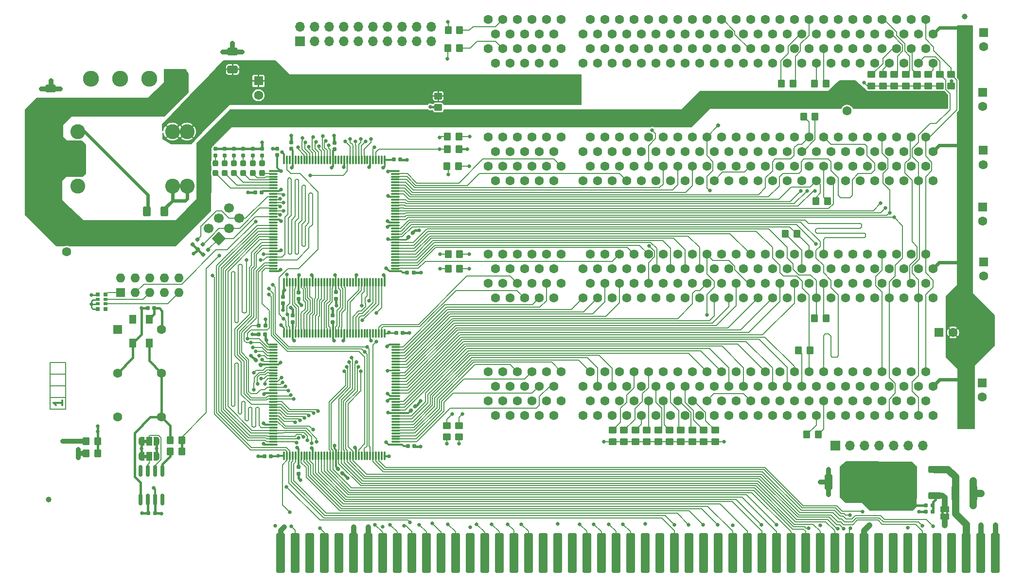
<source format=gbr>
%TF.GenerationSoftware,KiCad,Pcbnew,7.0.6-0*%
%TF.CreationDate,2023-08-26T23:16:55+02:00*%
%TF.ProjectId,Prometheus,50726f6d-6574-4686-9575-732e6b696361,rev?*%
%TF.SameCoordinates,Original*%
%TF.FileFunction,Copper,L1,Top*%
%TF.FilePolarity,Positive*%
%FSLAX46Y46*%
G04 Gerber Fmt 4.6, Leading zero omitted, Abs format (unit mm)*
G04 Created by KiCad (PCBNEW 7.0.6-0) date 2023-08-26 23:16:55*
%MOMM*%
%LPD*%
G01*
G04 APERTURE LIST*
G04 Aperture macros list*
%AMRoundRect*
0 Rectangle with rounded corners*
0 $1 Rounding radius*
0 $2 $3 $4 $5 $6 $7 $8 $9 X,Y pos of 4 corners*
0 Add a 4 corners polygon primitive as box body*
4,1,4,$2,$3,$4,$5,$6,$7,$8,$9,$2,$3,0*
0 Add four circle primitives for the rounded corners*
1,1,$1+$1,$2,$3*
1,1,$1+$1,$4,$5*
1,1,$1+$1,$6,$7*
1,1,$1+$1,$8,$9*
0 Add four rect primitives between the rounded corners*
20,1,$1+$1,$2,$3,$4,$5,0*
20,1,$1+$1,$4,$5,$6,$7,0*
20,1,$1+$1,$6,$7,$8,$9,0*
20,1,$1+$1,$8,$9,$2,$3,0*%
%AMHorizOval*
0 Thick line with rounded ends*
0 $1 width*
0 $2 $3 position (X,Y) of the first rounded end (center of the circle)*
0 $4 $5 position (X,Y) of the second rounded end (center of the circle)*
0 Add line between two ends*
20,1,$1,$2,$3,$4,$5,0*
0 Add two circle primitives to create the rounded ends*
1,1,$1,$2,$3*
1,1,$1,$4,$5*%
%AMRotRect*
0 Rectangle, with rotation*
0 The origin of the aperture is its center*
0 $1 length*
0 $2 width*
0 $3 Rotation angle, in degrees counterclockwise*
0 Add horizontal line*
21,1,$1,$2,0,0,$3*%
%AMFreePoly0*
4,1,19,0.550000,-0.750000,0.000000,-0.750000,0.000000,-0.744911,-0.071157,-0.744911,-0.207708,-0.704816,-0.327430,-0.627875,-0.420627,-0.520320,-0.479746,-0.390866,-0.500000,-0.250000,-0.500000,0.250000,-0.479746,0.390866,-0.420627,0.520320,-0.327430,0.627875,-0.207708,0.704816,-0.071157,0.744911,0.000000,0.744911,0.000000,0.750000,0.550000,0.750000,0.550000,-0.750000,0.550000,-0.750000,
$1*%
%AMFreePoly1*
4,1,19,0.000000,0.744911,0.071157,0.744911,0.207708,0.704816,0.327430,0.627875,0.420627,0.520320,0.479746,0.390866,0.500000,0.250000,0.500000,-0.250000,0.479746,-0.390866,0.420627,-0.520320,0.327430,-0.627875,0.207708,-0.704816,0.071157,-0.744911,0.000000,-0.744911,0.000000,-0.750000,-0.550000,-0.750000,-0.550000,0.750000,0.000000,0.750000,0.000000,0.744911,0.000000,0.744911,
$1*%
G04 Aperture macros list end*
%ADD10C,0.300000*%
%TA.AperFunction,NonConductor*%
%ADD11C,0.300000*%
%TD*%
%TA.AperFunction,ComponentPad*%
%ADD12RoundRect,0.695000X-0.695000X-0.695000X0.695000X-0.695000X0.695000X0.695000X-0.695000X0.695000X0*%
%TD*%
%TA.AperFunction,ComponentPad*%
%ADD13C,2.780000*%
%TD*%
%TA.AperFunction,ComponentPad*%
%ADD14C,2.600000*%
%TD*%
%TA.AperFunction,SMDPad,CuDef*%
%ADD15RoundRect,0.250000X0.350000X0.450000X-0.350000X0.450000X-0.350000X-0.450000X0.350000X-0.450000X0*%
%TD*%
%TA.AperFunction,SMDPad,CuDef*%
%ADD16RoundRect,0.250000X-0.350000X-0.450000X0.350000X-0.450000X0.350000X0.450000X-0.350000X0.450000X0*%
%TD*%
%TA.AperFunction,SMDPad,CuDef*%
%ADD17RoundRect,0.250000X-0.450000X0.350000X-0.450000X-0.350000X0.450000X-0.350000X0.450000X0.350000X0*%
%TD*%
%TA.AperFunction,SMDPad,CuDef*%
%ADD18RoundRect,0.155000X0.155000X-0.212500X0.155000X0.212500X-0.155000X0.212500X-0.155000X-0.212500X0*%
%TD*%
%TA.AperFunction,ComponentPad*%
%ADD19R,1.600000X1.600000*%
%TD*%
%TA.AperFunction,ComponentPad*%
%ADD20C,1.600000*%
%TD*%
%TA.AperFunction,SMDPad,CuDef*%
%ADD21RoundRect,0.250000X0.850000X0.350000X-0.850000X0.350000X-0.850000X-0.350000X0.850000X-0.350000X0*%
%TD*%
%TA.AperFunction,SMDPad,CuDef*%
%ADD22RoundRect,0.250000X1.275000X1.125000X-1.275000X1.125000X-1.275000X-1.125000X1.275000X-1.125000X0*%
%TD*%
%TA.AperFunction,SMDPad,CuDef*%
%ADD23RoundRect,0.249997X2.950003X2.650003X-2.950003X2.650003X-2.950003X-2.650003X2.950003X-2.650003X0*%
%TD*%
%TA.AperFunction,SMDPad,CuDef*%
%ADD24RoundRect,0.237500X0.237500X-0.287500X0.237500X0.287500X-0.237500X0.287500X-0.237500X-0.287500X0*%
%TD*%
%TA.AperFunction,SMDPad,CuDef*%
%ADD25RoundRect,0.160000X0.197500X0.160000X-0.197500X0.160000X-0.197500X-0.160000X0.197500X-0.160000X0*%
%TD*%
%TA.AperFunction,SMDPad,CuDef*%
%ADD26FreePoly0,0.000000*%
%TD*%
%TA.AperFunction,SMDPad,CuDef*%
%ADD27R,1.000000X1.500000*%
%TD*%
%TA.AperFunction,SMDPad,CuDef*%
%ADD28FreePoly1,0.000000*%
%TD*%
%TA.AperFunction,SMDPad,CuDef*%
%ADD29RoundRect,0.155000X-0.212500X-0.155000X0.212500X-0.155000X0.212500X0.155000X-0.212500X0.155000X0*%
%TD*%
%TA.AperFunction,SMDPad,CuDef*%
%ADD30RoundRect,0.155000X0.212500X0.155000X-0.212500X0.155000X-0.212500X-0.155000X0.212500X-0.155000X0*%
%TD*%
%TA.AperFunction,SMDPad,CuDef*%
%ADD31RoundRect,0.155000X-0.155000X0.212500X-0.155000X-0.212500X0.155000X-0.212500X0.155000X0.212500X0*%
%TD*%
%TA.AperFunction,SMDPad,CuDef*%
%ADD32RoundRect,0.155000X-0.040659X-0.259862X0.259862X0.040659X0.040659X0.259862X-0.259862X-0.040659X0*%
%TD*%
%TA.AperFunction,SMDPad,CuDef*%
%ADD33RoundRect,0.160000X0.160000X-0.197500X0.160000X0.197500X-0.160000X0.197500X-0.160000X-0.197500X0*%
%TD*%
%TA.AperFunction,SMDPad,CuDef*%
%ADD34RoundRect,0.160000X0.026517X0.252791X-0.252791X-0.026517X-0.026517X-0.252791X0.252791X0.026517X0*%
%TD*%
%TA.AperFunction,SMDPad,CuDef*%
%ADD35RoundRect,0.155000X-0.259862X0.040659X0.040659X-0.259862X0.259862X-0.040659X-0.040659X0.259862X0*%
%TD*%
%TA.AperFunction,SMDPad,CuDef*%
%ADD36RoundRect,0.250000X-0.400000X-0.625000X0.400000X-0.625000X0.400000X0.625000X-0.400000X0.625000X0*%
%TD*%
%TA.AperFunction,SMDPad,CuDef*%
%ADD37R,0.700000X0.640000*%
%TD*%
%TA.AperFunction,SMDPad,CuDef*%
%ADD38R,0.700000X0.500000*%
%TD*%
%TA.AperFunction,SMDPad,CuDef*%
%ADD39R,1.200000X1.500000*%
%TD*%
%TA.AperFunction,SMDPad,CuDef*%
%ADD40RoundRect,0.155000X0.259862X-0.040659X-0.040659X0.259862X-0.259862X0.040659X0.040659X-0.259862X0*%
%TD*%
%TA.AperFunction,ComponentPad*%
%ADD41R,1.700000X1.700000*%
%TD*%
%TA.AperFunction,ComponentPad*%
%ADD42O,1.700000X1.700000*%
%TD*%
%TA.AperFunction,SMDPad,CuDef*%
%ADD43RoundRect,0.250000X0.450000X-0.350000X0.450000X0.350000X-0.450000X0.350000X-0.450000X-0.350000X0*%
%TD*%
%TA.AperFunction,SMDPad,CuDef*%
%ADD44C,1.000000*%
%TD*%
%TA.AperFunction,SMDPad,CuDef*%
%ADD45RoundRect,0.250000X0.650000X-0.412500X0.650000X0.412500X-0.650000X0.412500X-0.650000X-0.412500X0*%
%TD*%
%TA.AperFunction,SMDPad,CuDef*%
%ADD46RoundRect,0.400000X0.400000X3.100000X-0.400000X3.100000X-0.400000X-3.100000X0.400000X-3.100000X0*%
%TD*%
%TA.AperFunction,SMDPad,CuDef*%
%ADD47RoundRect,0.160000X-0.197500X-0.160000X0.197500X-0.160000X0.197500X0.160000X-0.197500X0.160000X0*%
%TD*%
%TA.AperFunction,ComponentPad*%
%ADD48RotRect,1.700000X1.700000X135.000000*%
%TD*%
%TA.AperFunction,ComponentPad*%
%ADD49HorizOval,1.700000X0.000000X0.000000X0.000000X0.000000X0*%
%TD*%
%TA.AperFunction,SMDPad,CuDef*%
%ADD50RoundRect,0.250000X-0.412500X-1.100000X0.412500X-1.100000X0.412500X1.100000X-0.412500X1.100000X0*%
%TD*%
%TA.AperFunction,SMDPad,CuDef*%
%ADD51R,1.500000X1.000000*%
%TD*%
%TA.AperFunction,SMDPad,CuDef*%
%ADD52RoundRect,0.150000X0.150000X-0.825000X0.150000X0.825000X-0.150000X0.825000X-0.150000X-0.825000X0*%
%TD*%
%TA.AperFunction,SMDPad,CuDef*%
%ADD53RoundRect,0.075000X-0.662500X-0.075000X0.662500X-0.075000X0.662500X0.075000X-0.662500X0.075000X0*%
%TD*%
%TA.AperFunction,SMDPad,CuDef*%
%ADD54RoundRect,0.075000X-0.075000X-0.662500X0.075000X-0.662500X0.075000X0.662500X-0.075000X0.662500X0*%
%TD*%
%TA.AperFunction,ComponentPad*%
%ADD55O,1.600000X1.600000*%
%TD*%
%TA.AperFunction,SMDPad,CuDef*%
%ADD56RoundRect,0.250000X0.412500X1.100000X-0.412500X1.100000X-0.412500X-1.100000X0.412500X-1.100000X0*%
%TD*%
%TA.AperFunction,ViaPad*%
%ADD57C,0.670000*%
%TD*%
%TA.AperFunction,ViaPad*%
%ADD58C,0.656400*%
%TD*%
%TA.AperFunction,ViaPad*%
%ADD59C,0.711200*%
%TD*%
%TA.AperFunction,Conductor*%
%ADD60C,0.609600*%
%TD*%
%TA.AperFunction,Conductor*%
%ADD61C,0.152400*%
%TD*%
%TA.AperFunction,Conductor*%
%ADD62C,1.000000*%
%TD*%
%TA.AperFunction,Conductor*%
%ADD63C,0.406400*%
%TD*%
%TA.AperFunction,Conductor*%
%ADD64C,1.270000*%
%TD*%
%TA.AperFunction,Conductor*%
%ADD65C,0.812800*%
%TD*%
%TA.AperFunction,Conductor*%
%ADD66C,0.400000*%
%TD*%
%TA.AperFunction,Conductor*%
%ADD67C,0.304800*%
%TD*%
%TA.AperFunction,Conductor*%
%ADD68C,0.300000*%
%TD*%
%TA.AperFunction,Conductor*%
%ADD69C,0.250000*%
%TD*%
%TA.AperFunction,Conductor*%
%ADD70C,0.914400*%
%TD*%
%TA.AperFunction,Conductor*%
%ADD71C,0.254000*%
%TD*%
G04 APERTURE END LIST*
D10*
D11*
X76279228Y-90011374D02*
X76279228Y-90868517D01*
X76279228Y-90439946D02*
X74779228Y-90439946D01*
X74779228Y-90439946D02*
X74993514Y-90582803D01*
X74993514Y-90582803D02*
X75136371Y-90725660D01*
X75136371Y-90725660D02*
X75207800Y-90868517D01*
%TA.AperFunction,EtchedComponent*%
%TO.C,JP2*%
G36*
X91047600Y-97442800D02*
G01*
X90547600Y-97442800D01*
X90547600Y-96842800D01*
X91047600Y-96842800D01*
X91047600Y-97442800D01*
G37*
%TD.AperFunction*%
%TA.AperFunction,EtchedComponent*%
%TO.C,JP1*%
G36*
X230609200Y-109849200D02*
G01*
X230209200Y-109849200D01*
X230209200Y-109349200D01*
X230609200Y-109349200D01*
X230609200Y-109849200D01*
G37*
%TD.AperFunction*%
%TA.AperFunction,EtchedComponent*%
G36*
X229809200Y-109849200D02*
G01*
X229409200Y-109849200D01*
X229409200Y-109349200D01*
X229809200Y-109349200D01*
X229809200Y-109849200D01*
G37*
%TD.AperFunction*%
%TA.AperFunction,EtchedComponent*%
%TO.C,JP3*%
G36*
X91047600Y-100094300D02*
G01*
X90547600Y-100094300D01*
X90547600Y-99494300D01*
X91047600Y-99494300D01*
X91047600Y-100094300D01*
G37*
%TD.AperFunction*%
%TD*%
D12*
%TO.P,CON300,1,Pin_1*%
%TO.N,+12V*%
X96554414Y-33977279D03*
D13*
%TO.P,CON300,2,Pin_2*%
%TO.N,GNDD*%
X91474414Y-33977279D03*
%TO.P,CON300,3,Pin_3*%
X86405514Y-33981379D03*
%TO.P,CON300,4,Pin_4*%
%TO.N,+5V*%
X81325314Y-33981379D03*
%TD*%
D14*
%TO.P,VR300,1,GND*%
%TO.N,GNDD*%
X78986900Y-43175100D03*
%TO.P,VR300,2,TRACK*%
%TO.N,+12V*%
X78986900Y-46350100D03*
%TO.P,VR300,3,VIN*%
X78986900Y-49525100D03*
%TO.P,VR300,4,~{INHIBIT}*%
%TO.N,unconnected-(VR300-~{INHIBIT}-Pad4)*%
X78986900Y-52700100D03*
%TO.P,VR300,5,VADJ*%
%TO.N,Net-(VR300-VADJ)*%
X95496900Y-52700100D03*
X98036900Y-52700100D03*
%TO.P,VR300,6,VOUT*%
%TO.N,+3V3*%
X95496900Y-43175100D03*
X98036900Y-43175100D03*
%TD*%
D15*
%TO.P,R46,1*%
%TO.N,~{P-REQ3}*%
X203526400Y-34785800D03*
%TO.P,R46,2*%
%TO.N,+5V*%
X201526400Y-34785800D03*
%TD*%
D16*
%TO.P,R45,1*%
%TO.N,~{P-REQ2}*%
X205412600Y-40551600D03*
%TO.P,R45,2*%
%TO.N,+5V*%
X207412600Y-40551600D03*
%TD*%
D15*
%TO.P,R44,1*%
%TO.N,~{P-REQ1}*%
X204212200Y-60973200D03*
%TO.P,R44,2*%
%TO.N,+5V*%
X202212200Y-60973200D03*
%TD*%
%TO.P,R43,1*%
%TO.N,~{P-REQ0}*%
X206498200Y-81293200D03*
%TO.P,R43,2*%
%TO.N,+5V*%
X204498200Y-81293200D03*
%TD*%
D17*
%TO.P,R11,1*%
%TO.N,~{P-TRDY}*%
X186016400Y-95228400D03*
%TO.P,R11,2*%
%TO.N,+5V*%
X186016400Y-97228400D03*
%TD*%
%TO.P,R21,1*%
%TO.N,~{P-INTD}*%
X223178400Y-33252400D03*
%TO.P,R21,2*%
%TO.N,+5V*%
X223178400Y-35252400D03*
%TD*%
D18*
%TO.P,C7,1*%
%TO.N,VDD*%
X116166400Y-46199100D03*
%TO.P,C7,2*%
%TO.N,GNDD*%
X116166400Y-45064100D03*
%TD*%
D19*
%TO.P,C303,1*%
%TO.N,+5V*%
X236499300Y-86962200D03*
D20*
%TO.P,C303,2*%
%TO.N,GNDD*%
X236499300Y-89462200D03*
%TD*%
D21*
%TO.P,VR100,1,ADJ*%
%TO.N,Net-(JP1-A)*%
X228230600Y-106586600D03*
D22*
%TO.P,VR100,2,VO*%
%TO.N,VDD*%
X223605600Y-105831600D03*
X223605600Y-102781600D03*
D23*
X221930600Y-104306600D03*
D22*
X220255600Y-105831600D03*
X220255600Y-102781600D03*
D21*
%TO.P,VR100,3,VI*%
%TO.N,VCC*%
X228230600Y-102026600D03*
%TD*%
D24*
%TO.P,LED6,1,K*%
%TO.N,LED5*%
X102970400Y-50418200D03*
%TO.P,LED6,2,A*%
%TO.N,Net-(LED6-A)*%
X102970400Y-48668200D03*
%TD*%
D19*
%TO.P,C308,1*%
%TO.N,+12V*%
X77101200Y-61622800D03*
D20*
%TO.P,C308,2*%
%TO.N,GNDD*%
X77101200Y-64122800D03*
%TD*%
D25*
%TO.P,R102,1*%
%TO.N,Net-(JP1-A)*%
X227863500Y-109385600D03*
%TO.P,R102,2*%
%TO.N,GNDD*%
X226668500Y-109385600D03*
%TD*%
D26*
%TO.P,JP2,1,A*%
%TO.N,GNDD*%
X90147600Y-97142800D03*
D27*
%TO.P,JP2,2,C*%
%TO.N,Net-(IC220-S0)*%
X91447600Y-97142800D03*
D28*
%TO.P,JP2,3,B*%
%TO.N,VPP*%
X92747600Y-97142800D03*
%TD*%
D16*
%TO.P,R201,1*%
%TO.N,SYSCLK_PLL*%
X95100400Y-98920800D03*
%TO.P,R201,2*%
%TO.N,SYSCLK*%
X97100400Y-98920800D03*
%TD*%
D17*
%TO.P,R10,1*%
%TO.N,~{P-FRAME}*%
X189981600Y-95228400D03*
%TO.P,R10,2*%
%TO.N,+5V*%
X189981600Y-97228400D03*
%TD*%
D29*
%TO.P,C207,1*%
%TO.N,VDD*%
X136477700Y-98006400D03*
%TO.P,C207,2*%
%TO.N,GNDD*%
X137612700Y-98006400D03*
%TD*%
D30*
%TO.P,C206,1*%
%TO.N,VDD*%
X112669900Y-99733600D03*
%TO.P,C206,2*%
%TO.N,GNDD*%
X111534900Y-99733600D03*
%TD*%
D19*
%TO.P,Q201/Q202,1,Tri-State*%
%TO.N,unconnected-(Q201/Q202-Tri-State-Pad1)*%
X85961596Y-77656975D03*
D20*
%TO.P,Q201/Q202,4,GND*%
%TO.N,GNDD*%
X85961596Y-85276975D03*
%TO.P,Q201/Q202,7,GND*%
X85961596Y-92896975D03*
%TO.P,Q201/Q202,8,OUT*%
%TO.N,SYSCLK_OSC*%
X93581596Y-92896975D03*
%TO.P,Q201/Q202,11,OUT*%
X93581596Y-85276975D03*
%TO.P,Q201/Q202,14,Vcc*%
%TO.N,VPP*%
X93581596Y-77656975D03*
%TD*%
D31*
%TO.P,C6,1*%
%TO.N,VDD*%
X114744000Y-71988100D03*
%TO.P,C6,2*%
%TO.N,GNDD*%
X114744000Y-73123100D03*
%TD*%
D32*
%TO.P,C4,1*%
%TO.N,VDD*%
X136593117Y-61577683D03*
%TO.P,C4,2*%
%TO.N,GNDD*%
X137395683Y-60775117D03*
%TD*%
D17*
%TO.P,R15,1*%
%TO.N,~{P-LOCK}*%
X180072800Y-95228400D03*
%TO.P,R15,2*%
%TO.N,+5V*%
X180072800Y-97228400D03*
%TD*%
D33*
%TO.P,R36,1*%
%TO.N,Net-(LED5-A)*%
X104584000Y-47346700D03*
%TO.P,R36,2*%
%TO.N,VDD*%
X104584000Y-46151700D03*
%TD*%
D25*
%TO.P,R1,1*%
%TO.N,VDD*%
X111722600Y-77026000D03*
%TO.P,R1,2*%
%TO.N,SENSEZ3*%
X110527600Y-77026000D03*
%TD*%
D17*
%TO.P,R8,1*%
%TO.N,Net-(X300-ACK64#)*%
X143301600Y-94407600D03*
%TO.P,R8,2*%
%TO.N,+5V*%
X143301600Y-96407600D03*
%TD*%
D31*
%TO.P,C9,1*%
%TO.N,VDD*%
X117487200Y-71226100D03*
%TO.P,C9,2*%
%TO.N,GNDD*%
X117487200Y-72361100D03*
%TD*%
D20*
%TO.P,X303,A1,TRST#*%
%TO.N,P-TRST*%
X227926400Y-31280600D03*
%TO.P,X303,A2,+12V*%
%TO.N,+12V*%
X226656400Y-28740600D03*
%TO.P,X303,A3,TMS*%
%TO.N,P-TMS*%
X225386400Y-31280600D03*
%TO.P,X303,A4,TDI*%
%TO.N,P-TDI*%
X224116400Y-28740600D03*
%TO.P,X303,A5,+5V*%
%TO.N,+5V*%
X222846400Y-31280600D03*
%TO.P,X303,A6,INTA#*%
%TO.N,~{P-INTA}*%
X221576400Y-28740600D03*
%TO.P,X303,A7,INTC#*%
%TO.N,~{P-INTC}*%
X220306400Y-31280600D03*
%TO.P,X303,A8,+5V*%
%TO.N,+5V*%
X219036400Y-28740600D03*
%TO.P,X303,A9,RESERVED*%
%TO.N,unconnected-(X303-RESERVED-PadA9)*%
X217766400Y-31280600D03*
%TO.P,X303,A10,+5V*%
%TO.N,+5V*%
X216496400Y-28740600D03*
%TO.P,X303,A11,RESERVED*%
%TO.N,unconnected-(X303-RESERVED-PadA11)*%
X215226400Y-31280600D03*
%TO.P,X303,A12,GND*%
%TO.N,GNDD*%
X213956400Y-28740600D03*
%TO.P,X303,A13,GND*%
X212686400Y-31280600D03*
%TO.P,X303,A14,RESERVED*%
%TO.N,unconnected-(X303-RESERVED-PadA14)*%
X211416400Y-28740600D03*
%TO.P,X303,A15,RST#*%
%TO.N,~{P-RST}*%
X210146400Y-31280600D03*
%TO.P,X303,A16,+5V*%
%TO.N,+5V*%
X208876400Y-28740600D03*
%TO.P,X303,A17,GNT#*%
%TO.N,~{P-GNT3}*%
X207606400Y-31280600D03*
%TO.P,X303,A18,GND*%
%TO.N,GNDD*%
X206336400Y-28740600D03*
%TO.P,X303,A19,RESERVED*%
%TO.N,unconnected-(X303-RESERVED-PadA19)*%
X205066400Y-31280600D03*
%TO.P,X303,A20,AD[30]*%
%TO.N,P-AD30*%
X203796400Y-28740600D03*
%TO.P,X303,A21,+3.3V*%
%TO.N,+3V3*%
X202526400Y-31280600D03*
%TO.P,X303,A22,AD[28]*%
%TO.N,P-AD28*%
X201256400Y-28740600D03*
%TO.P,X303,A23,AD[26]*%
%TO.N,P-AD26*%
X199986400Y-31280600D03*
%TO.P,X303,A24,GND*%
%TO.N,GNDD*%
X198716400Y-28740600D03*
%TO.P,X303,A25,AD[24]*%
%TO.N,P-AD24*%
X197446400Y-31280600D03*
%TO.P,X303,A26,IDSEL*%
%TO.N,P-AD19*%
X196176400Y-28740600D03*
%TO.P,X303,A27,+3.3V*%
%TO.N,+3V3*%
X194906400Y-31280600D03*
%TO.P,X303,A28,AD[22]*%
%TO.N,P-AD22*%
X193636400Y-28740600D03*
%TO.P,X303,A29,AD[20]*%
%TO.N,P-AD20*%
X192366400Y-31280600D03*
%TO.P,X303,A30,GND*%
%TO.N,GNDD*%
X191096400Y-28740600D03*
%TO.P,X303,A31,AD[18]*%
%TO.N,P-AD18*%
X189826400Y-31280600D03*
%TO.P,X303,A32,AD[16]*%
%TO.N,P-AD16*%
X188556400Y-28740600D03*
%TO.P,X303,A33,+3.3V*%
%TO.N,+3V3*%
X187286400Y-31280600D03*
%TO.P,X303,A34,FRAME#*%
%TO.N,~{P-FRAME}*%
X186016400Y-28740600D03*
%TO.P,X303,A35,GND*%
%TO.N,GNDD*%
X184746400Y-31280600D03*
%TO.P,X303,A36,TRDY#*%
%TO.N,~{P-TRDY}*%
X183476400Y-28740600D03*
%TO.P,X303,A37,GND*%
%TO.N,GNDD*%
X182206400Y-31280600D03*
%TO.P,X303,A38,STOP#*%
%TO.N,~{P-STOP}*%
X180936400Y-28740600D03*
%TO.P,X303,A39,+3.3V*%
%TO.N,+3V3*%
X179666400Y-31280600D03*
%TO.P,X303,A40,SDONE*%
%TO.N,SDONE*%
X178396400Y-28740600D03*
%TO.P,X303,A41,SBO#*%
%TO.N,~{SBO}*%
X177126400Y-31280600D03*
%TO.P,X303,A42,GND*%
%TO.N,GNDD*%
X175856400Y-28740600D03*
%TO.P,X303,A43,PAR*%
%TO.N,P-PAR*%
X174586400Y-31280600D03*
%TO.P,X303,A44,AD[15]*%
%TO.N,P-AD15*%
X173316400Y-28740600D03*
%TO.P,X303,A45,+3.3V*%
%TO.N,+3V3*%
X172046400Y-31280600D03*
%TO.P,X303,A46,AD[13]*%
%TO.N,P-AD13*%
X170776400Y-28740600D03*
%TO.P,X303,A47,AD[11]*%
%TO.N,P-AD11*%
X169506400Y-31280600D03*
%TO.P,X303,A48,GND*%
%TO.N,GNDD*%
X168236400Y-28740600D03*
%TO.P,X303,A49,AD[09]*%
%TO.N,P-AD9*%
X166966400Y-31280600D03*
%TO.P,X303,A52,C/BE#[0]*%
%TO.N,~{P-CBE0}*%
X163156400Y-28740600D03*
%TO.P,X303,A53,+3.3V*%
%TO.N,+3V3*%
X161886400Y-31280600D03*
%TO.P,X303,A54,AD[06]*%
%TO.N,P-AD6*%
X160616400Y-28740600D03*
%TO.P,X303,A55,AD[04]*%
%TO.N,P-AD4*%
X159346400Y-31280600D03*
%TO.P,X303,A56,GND*%
%TO.N,GNDD*%
X158076400Y-28740600D03*
%TO.P,X303,A57,AD[02]*%
%TO.N,P-AD2*%
X156806400Y-31280600D03*
%TO.P,X303,A58,AD[00]*%
%TO.N,P-AD0*%
X155536400Y-28740600D03*
%TO.P,X303,A59,+5V*%
%TO.N,+5V*%
X154266400Y-31280600D03*
%TO.P,X303,A60,REQ64#*%
%TO.N,Net-(X303-REQ64#)*%
X152996400Y-28740600D03*
%TO.P,X303,A61,+5V*%
%TO.N,+5V*%
X151726400Y-31280600D03*
%TO.P,X303,A62,+5V*%
X150456400Y-28740600D03*
%TO.P,X303,B1,-12V*%
%TO.N,-12V*%
X227926400Y-26200600D03*
%TO.P,X303,B2,TCK*%
%TO.N,P-TCK*%
X226656400Y-23660600D03*
%TO.P,X303,B3,GND*%
%TO.N,GNDD*%
X225386400Y-26200600D03*
%TO.P,X303,B4,TDO*%
%TO.N,P-TD1*%
X224116400Y-23660600D03*
%TO.P,X303,B5,+5V*%
%TO.N,+5V*%
X222846400Y-26200600D03*
%TO.P,X303,B6,+5V*%
X221576400Y-23660600D03*
%TO.P,X303,B7,INTB#*%
%TO.N,~{P-INTB}*%
X220306400Y-26200600D03*
%TO.P,X303,B8,INTD#*%
%TO.N,~{P-INTD}*%
X219036400Y-23660600D03*
%TO.P,X303,B9,PRSNT1#*%
%TO.N,unconnected-(X303-PRSNT1#-PadB9)*%
X217766400Y-26200600D03*
%TO.P,X303,B10,RESERVED*%
%TO.N,unconnected-(X303-RESERVED-PadB10)*%
X216496400Y-23660600D03*
%TO.P,X303,B11,PRSNT2#*%
%TO.N,unconnected-(X303-PRSNT2#-PadB11)*%
X215226400Y-26200600D03*
%TO.P,X303,B12,GND*%
%TO.N,GNDD*%
X213956400Y-23660600D03*
%TO.P,X303,B13,GND*%
X212686400Y-26200600D03*
%TO.P,X303,B14,RESERVED*%
%TO.N,unconnected-(X303-RESERVED-PadB14)*%
X211416400Y-23660600D03*
%TO.P,X303,B15,GND*%
%TO.N,GNDD*%
X210146400Y-26200600D03*
%TO.P,X303,B16,CLK*%
%TO.N,P-CLK3*%
X208876400Y-23660600D03*
%TO.P,X303,B17,GND*%
%TO.N,GNDD*%
X207606400Y-26200600D03*
%TO.P,X303,B18,REQ#*%
%TO.N,~{P-REQ3}*%
X206336400Y-23660600D03*
%TO.P,X303,B19,+5V*%
%TO.N,+5V*%
X205066400Y-26200600D03*
%TO.P,X303,B20,AD[31]*%
%TO.N,P-AD31*%
X203796400Y-23660600D03*
%TO.P,X303,B21,AD[29]*%
%TO.N,P-AD29*%
X202526400Y-26200600D03*
%TO.P,X303,B22,GND*%
%TO.N,GNDD*%
X201256400Y-23660600D03*
%TO.P,X303,B23,AD[27]*%
%TO.N,P-AD27*%
X199986400Y-26200600D03*
%TO.P,X303,B24,AD[25]*%
%TO.N,P-AD25*%
X198716400Y-23660600D03*
%TO.P,X303,B25,+3.3V*%
%TO.N,+3V3*%
X197446400Y-26200600D03*
%TO.P,X303,B26,C/BE#[3]*%
%TO.N,~{P-CBE3}*%
X196176400Y-23660600D03*
%TO.P,X303,B27,AD[23]*%
%TO.N,P-AD23*%
X194906400Y-26200600D03*
%TO.P,X303,B28,GND*%
%TO.N,GNDD*%
X193636400Y-23660600D03*
%TO.P,X303,B29,AD[21]*%
%TO.N,P-AD21*%
X192366400Y-26200600D03*
%TO.P,X303,B30,AD[19]*%
%TO.N,P-AD19*%
X191096400Y-23660600D03*
%TO.P,X303,B31,+3.3V*%
%TO.N,+3V3*%
X189826400Y-26200600D03*
%TO.P,X303,B32,AD[17]*%
%TO.N,P-AD17*%
X188556400Y-23660600D03*
%TO.P,X303,B33,C/BE#[2]*%
%TO.N,~{P-CBE2}*%
X187286400Y-26200600D03*
%TO.P,X303,B34,GND*%
%TO.N,GNDD*%
X186016400Y-23660600D03*
%TO.P,X303,B35,IRDY#*%
%TO.N,~{P-IRDY}*%
X184746400Y-26200600D03*
%TO.P,X303,B36,+3.3V*%
%TO.N,+3V3*%
X183476400Y-23660600D03*
%TO.P,X303,B37,DEVSEL#*%
%TO.N,~{P-DEVSEL}*%
X182206400Y-26200600D03*
%TO.P,X303,B38,GND*%
%TO.N,GNDD*%
X180936400Y-23660600D03*
%TO.P,X303,B39,LOCK#*%
%TO.N,~{P-LOCK}*%
X179666400Y-26200600D03*
%TO.P,X303,B40,PERR#*%
%TO.N,~{P-PERR}*%
X178396400Y-23660600D03*
%TO.P,X303,B41,+3.3V*%
%TO.N,+3V3*%
X177126400Y-26200600D03*
%TO.P,X303,B42,SERR#*%
%TO.N,~{P-SERR}*%
X175856400Y-23660600D03*
%TO.P,X303,B43,+3.3V*%
%TO.N,+3V3*%
X174586400Y-26200600D03*
%TO.P,X303,B44,C/BE#[1]*%
%TO.N,~{P-CBE1}*%
X173316400Y-23660600D03*
%TO.P,X303,B45,AD[14]*%
%TO.N,P-AD14*%
X172046400Y-26200600D03*
%TO.P,X303,B46,GND*%
%TO.N,GNDD*%
X170776400Y-23660600D03*
%TO.P,X303,B47,AD[12]*%
%TO.N,P-AD12*%
X169506400Y-26200600D03*
%TO.P,X303,B48,AD[10]*%
%TO.N,P-AD10*%
X168236400Y-23660600D03*
%TO.P,X303,B49,GND*%
%TO.N,GNDD*%
X166966400Y-26200600D03*
%TO.P,X303,B52,AD[08]*%
%TO.N,P-AD8*%
X163156400Y-23660600D03*
%TO.P,X303,B53,AD[07]*%
%TO.N,P-AD7*%
X161886400Y-26200600D03*
%TO.P,X303,B54,+3.3V*%
%TO.N,+3V3*%
X160616400Y-23660600D03*
%TO.P,X303,B55,AD[05]*%
%TO.N,P-AD5*%
X159346400Y-26200600D03*
%TO.P,X303,B56,AD[03]*%
%TO.N,P-AD3*%
X158076400Y-23660600D03*
%TO.P,X303,B57,GND*%
%TO.N,GNDD*%
X156806400Y-26200600D03*
%TO.P,X303,B58,AD[01]*%
%TO.N,P-AD1*%
X155536400Y-23660600D03*
%TO.P,X303,B59,+5V*%
%TO.N,+5V*%
X154266400Y-26200600D03*
%TO.P,X303,B60,ACK64#*%
%TO.N,Net-(X303-ACK64#)*%
X152996400Y-23660600D03*
%TO.P,X303,B61,+5V*%
%TO.N,+5V*%
X151726400Y-26200600D03*
%TO.P,X303,B62,+5V*%
X150456400Y-23660600D03*
%TD*%
D19*
%TO.P,C311,1*%
%TO.N,+3V3*%
X110476800Y-34354000D03*
D20*
%TO.P,C311,2*%
%TO.N,GNDD*%
X110476800Y-36854000D03*
%TD*%
D19*
%TO.P,C305,1*%
%TO.N,+5V*%
X236714800Y-25926400D03*
D20*
%TO.P,C305,2*%
%TO.N,GNDD*%
X236714800Y-28426400D03*
%TD*%
D24*
%TO.P,LED4,1,K*%
%TO.N,LED3*%
X106216800Y-50418200D03*
%TO.P,LED4,2,A*%
%TO.N,Net-(LED4-A)*%
X106216800Y-48668200D03*
%TD*%
D31*
%TO.P,C1,1*%
%TO.N,VDD*%
X123989600Y-71175300D03*
%TO.P,C1,2*%
%TO.N,GNDD*%
X123989600Y-72310300D03*
%TD*%
D17*
%TO.P,R28,1*%
%TO.N,P-TMS*%
X229122000Y-33252400D03*
%TO.P,R28,2*%
%TO.N,+5V*%
X229122000Y-35252400D03*
%TD*%
D19*
%TO.P,C307,1*%
%TO.N,+5V*%
X236756151Y-65884042D03*
D20*
%TO.P,C307,2*%
%TO.N,GNDD*%
X236756151Y-68384042D03*
%TD*%
D34*
%TO.P,R40,1*%
%TO.N,OPT2*%
X101704496Y-63751104D03*
%TO.P,R40,2*%
%TO.N,VDD*%
X100859504Y-64596096D03*
%TD*%
D35*
%TO.P,C209,1*%
%TO.N,VDD*%
X124299517Y-101923117D03*
%TO.P,C209,2*%
%TO.N,GNDD*%
X125102083Y-102725683D03*
%TD*%
D36*
%TO.P,R300,1*%
%TO.N,GNDD*%
X91019200Y-57112400D03*
%TO.P,R300,2*%
%TO.N,Net-(VR300-VADJ)*%
X94119200Y-57112400D03*
%TD*%
D18*
%TO.P,C204,1*%
%TO.N,VDD*%
X116420400Y-76374300D03*
%TO.P,C204,2*%
%TO.N,GNDD*%
X116420400Y-75239300D03*
%TD*%
D17*
%TO.P,R31,1*%
%TO.N,P-TRST*%
X227140800Y-33252400D03*
%TO.P,R31,2*%
%TO.N,+5V*%
X227140800Y-35252400D03*
%TD*%
D33*
%TO.P,R35,1*%
%TO.N,Net-(LED4-A)*%
X106209600Y-47346700D03*
%TO.P,R35,2*%
%TO.N,VDD*%
X106209600Y-46151700D03*
%TD*%
D37*
%TO.P,RA202,1,R1.1*%
%TO.N,GNDD*%
X82457600Y-71539600D03*
D38*
%TO.P,RA202,2,R2.1*%
%TO.N,VDD*%
X82457600Y-72409600D03*
%TO.P,RA202,3,R3.1*%
X82457600Y-73209600D03*
D37*
%TO.P,RA202,4,R4.1*%
X82457600Y-74079600D03*
%TO.P,RA202,5,R4.2*%
%TO.N,unconnected-(RA202-R4.2-Pad5)*%
X83857600Y-74079600D03*
D38*
%TO.P,RA202,6,R3.2*%
%TO.N,TDI*%
X83857600Y-73209600D03*
%TO.P,RA202,7,R2.2*%
%TO.N,TMS*%
X83857600Y-72409600D03*
D37*
%TO.P,RA202,8,R1.2*%
%TO.N,TCK*%
X83857600Y-71539600D03*
%TD*%
D17*
%TO.P,R41,1*%
%TO.N,SDONE*%
X178091600Y-95228400D03*
%TO.P,R41,2*%
%TO.N,+5V*%
X178091600Y-97228400D03*
%TD*%
D29*
%TO.P,C203,1*%
%TO.N,VDD*%
X134445700Y-78245200D03*
%TO.P,C203,2*%
%TO.N,GNDD*%
X135580700Y-78245200D03*
%TD*%
D20*
%TO.P,X301,A1,TRST#*%
%TO.N,P-TRST*%
X227926400Y-72174600D03*
%TO.P,X301,A2,+12V*%
%TO.N,+12V*%
X226656400Y-69634600D03*
%TO.P,X301,A3,TMS*%
%TO.N,P-TMS*%
X225386400Y-72174600D03*
%TO.P,X301,A4,TDI*%
%TO.N,P-TD2*%
X224116400Y-69634600D03*
%TO.P,X301,A5,+5V*%
%TO.N,+5V*%
X222846400Y-72174600D03*
%TO.P,X301,A6,INTA#*%
%TO.N,~{P-INTA}*%
X221576400Y-69634600D03*
%TO.P,X301,A7,INTC#*%
%TO.N,~{P-INTC}*%
X220306400Y-72174600D03*
%TO.P,X301,A8,+5V*%
%TO.N,+5V*%
X219036400Y-69634600D03*
%TO.P,X301,A9,RESERVED*%
%TO.N,unconnected-(X301-RESERVED-PadA9)*%
X217766400Y-72174600D03*
%TO.P,X301,A10,+5V*%
%TO.N,+5V*%
X216496400Y-69634600D03*
%TO.P,X301,A11,RESERVED*%
%TO.N,unconnected-(X301-RESERVED-PadA11)*%
X215226400Y-72174600D03*
%TO.P,X301,A12,GND*%
%TO.N,GNDD*%
X213956400Y-69634600D03*
%TO.P,X301,A13,GND*%
X212686400Y-72174600D03*
%TO.P,X301,A14,RESERVED*%
%TO.N,unconnected-(X301-RESERVED-PadA14)*%
X211416400Y-69634600D03*
%TO.P,X301,A15,RST#*%
%TO.N,~{P-RST}*%
X210146400Y-72174600D03*
%TO.P,X301,A16,+5V*%
%TO.N,+5V*%
X208876400Y-69634600D03*
%TO.P,X301,A17,GNT#*%
%TO.N,~{P-GNT1}*%
X207606400Y-72174600D03*
%TO.P,X301,A18,GND*%
%TO.N,GNDD*%
X206336400Y-69634600D03*
%TO.P,X301,A19,RESERVED*%
%TO.N,unconnected-(X301-RESERVED-PadA19)*%
X205066400Y-72174600D03*
%TO.P,X301,A20,AD[30]*%
%TO.N,P-AD30*%
X203796400Y-69634600D03*
%TO.P,X301,A21,+3.3V*%
%TO.N,+3V3*%
X202526400Y-72174600D03*
%TO.P,X301,A22,AD[28]*%
%TO.N,P-AD28*%
X201256400Y-69634600D03*
%TO.P,X301,A23,AD[26]*%
%TO.N,P-AD26*%
X199986400Y-72174600D03*
%TO.P,X301,A24,GND*%
%TO.N,GNDD*%
X198716400Y-69634600D03*
%TO.P,X301,A25,AD[24]*%
%TO.N,P-AD24*%
X197446400Y-72174600D03*
%TO.P,X301,A26,IDSEL*%
%TO.N,P-AD17*%
X196176400Y-69634600D03*
%TO.P,X301,A27,+3.3V*%
%TO.N,+3V3*%
X194906400Y-72174600D03*
%TO.P,X301,A28,AD[22]*%
%TO.N,P-AD22*%
X193636400Y-69634600D03*
%TO.P,X301,A29,AD[20]*%
%TO.N,P-AD20*%
X192366400Y-72174600D03*
%TO.P,X301,A30,GND*%
%TO.N,GNDD*%
X191096400Y-69634600D03*
%TO.P,X301,A31,AD[18]*%
%TO.N,P-AD18*%
X189826400Y-72174600D03*
%TO.P,X301,A32,AD[16]*%
%TO.N,P-AD16*%
X188556400Y-69634600D03*
%TO.P,X301,A33,+3.3V*%
%TO.N,+3V3*%
X187286400Y-72174600D03*
%TO.P,X301,A34,FRAME#*%
%TO.N,~{P-FRAME}*%
X186016400Y-69634600D03*
%TO.P,X301,A35,GND*%
%TO.N,GNDD*%
X184746400Y-72174600D03*
%TO.P,X301,A36,TRDY#*%
%TO.N,~{P-TRDY}*%
X183476400Y-69634600D03*
%TO.P,X301,A37,GND*%
%TO.N,GNDD*%
X182206400Y-72174600D03*
%TO.P,X301,A38,STOP#*%
%TO.N,~{P-STOP}*%
X180936400Y-69634600D03*
%TO.P,X301,A39,+3.3V*%
%TO.N,+3V3*%
X179666400Y-72174600D03*
%TO.P,X301,A40,SDONE*%
%TO.N,SDONE*%
X178396400Y-69634600D03*
%TO.P,X301,A41,SBO#*%
%TO.N,~{SBO}*%
X177126400Y-72174600D03*
%TO.P,X301,A42,GND*%
%TO.N,GNDD*%
X175856400Y-69634600D03*
%TO.P,X301,A43,PAR*%
%TO.N,P-PAR*%
X174586400Y-72174600D03*
%TO.P,X301,A44,AD[15]*%
%TO.N,P-AD15*%
X173316400Y-69634600D03*
%TO.P,X301,A45,+3.3V*%
%TO.N,+3V3*%
X172046400Y-72174600D03*
%TO.P,X301,A46,AD[13]*%
%TO.N,P-AD13*%
X170776400Y-69634600D03*
%TO.P,X301,A47,AD[11]*%
%TO.N,P-AD11*%
X169506400Y-72174600D03*
%TO.P,X301,A48,GND*%
%TO.N,GNDD*%
X168236400Y-69634600D03*
%TO.P,X301,A49,AD[09]*%
%TO.N,P-AD9*%
X166966400Y-72174600D03*
%TO.P,X301,A52,C/BE#[0]*%
%TO.N,~{P-CBE0}*%
X163156400Y-69634600D03*
%TO.P,X301,A53,+3.3V*%
%TO.N,+3V3*%
X161886400Y-72174600D03*
%TO.P,X301,A54,AD[06]*%
%TO.N,P-AD6*%
X160616400Y-69634600D03*
%TO.P,X301,A55,AD[04]*%
%TO.N,P-AD4*%
X159346400Y-72174600D03*
%TO.P,X301,A56,GND*%
%TO.N,GNDD*%
X158076400Y-69634600D03*
%TO.P,X301,A57,AD[02]*%
%TO.N,P-AD2*%
X156806400Y-72174600D03*
%TO.P,X301,A58,AD[00]*%
%TO.N,P-AD0*%
X155536400Y-69634600D03*
%TO.P,X301,A59,+5V*%
%TO.N,+5V*%
X154266400Y-72174600D03*
%TO.P,X301,A60,REQ64#*%
%TO.N,Net-(X301-REQ64#)*%
X152996400Y-69634600D03*
%TO.P,X301,A61,+5V*%
%TO.N,+5V*%
X151726400Y-72174600D03*
%TO.P,X301,A62,+5V*%
X150456400Y-69634600D03*
%TO.P,X301,B1,-12V*%
%TO.N,-12V*%
X227926400Y-67094600D03*
%TO.P,X301,B2,TCK*%
%TO.N,P-TCK*%
X226656400Y-64554600D03*
%TO.P,X301,B3,GND*%
%TO.N,GNDD*%
X225386400Y-67094600D03*
%TO.P,X301,B4,TDO*%
%TO.N,P-TD3*%
X224116400Y-64554600D03*
%TO.P,X301,B5,+5V*%
%TO.N,+5V*%
X222846400Y-67094600D03*
%TO.P,X301,B6,+5V*%
X221576400Y-64554600D03*
%TO.P,X301,B7,INTB#*%
%TO.N,~{P-INTB}*%
X220306400Y-67094600D03*
%TO.P,X301,B8,INTD#*%
%TO.N,~{P-INTD}*%
X219036400Y-64554600D03*
%TO.P,X301,B9,PRSNT1#*%
%TO.N,unconnected-(X301-PRSNT1#-PadB9)*%
X217766400Y-67094600D03*
%TO.P,X301,B10,RESERVED*%
%TO.N,unconnected-(X301-RESERVED-PadB10)*%
X216496400Y-64554600D03*
%TO.P,X301,B11,PRSNT2#*%
%TO.N,unconnected-(X301-PRSNT2#-PadB11)*%
X215226400Y-67094600D03*
%TO.P,X301,B12,GND*%
%TO.N,GNDD*%
X213956400Y-64554600D03*
%TO.P,X301,B13,GND*%
X212686400Y-67094600D03*
%TO.P,X301,B14,RESERVED*%
%TO.N,unconnected-(X301-RESERVED-PadB14)*%
X211416400Y-64554600D03*
%TO.P,X301,B15,GND*%
%TO.N,GNDD*%
X210146400Y-67094600D03*
%TO.P,X301,B16,CLK*%
%TO.N,P-CLK1*%
X208876400Y-64554600D03*
%TO.P,X301,B17,GND*%
%TO.N,GNDD*%
X207606400Y-67094600D03*
%TO.P,X301,B18,REQ#*%
%TO.N,~{P-REQ1}*%
X206336400Y-64554600D03*
%TO.P,X301,B19,+5V*%
%TO.N,+5V*%
X205066400Y-67094600D03*
%TO.P,X301,B20,AD[31]*%
%TO.N,P-AD31*%
X203796400Y-64554600D03*
%TO.P,X301,B21,AD[29]*%
%TO.N,P-AD29*%
X202526400Y-67094600D03*
%TO.P,X301,B22,GND*%
%TO.N,GNDD*%
X201256400Y-64554600D03*
%TO.P,X301,B23,AD[27]*%
%TO.N,P-AD27*%
X199986400Y-67094600D03*
%TO.P,X301,B24,AD[25]*%
%TO.N,P-AD25*%
X198716400Y-64554600D03*
%TO.P,X301,B25,+3.3V*%
%TO.N,+3V3*%
X197446400Y-67094600D03*
%TO.P,X301,B26,C/BE#[3]*%
%TO.N,~{P-CBE3}*%
X196176400Y-64554600D03*
%TO.P,X301,B27,AD[23]*%
%TO.N,P-AD23*%
X194906400Y-67094600D03*
%TO.P,X301,B28,GND*%
%TO.N,GNDD*%
X193636400Y-64554600D03*
%TO.P,X301,B29,AD[21]*%
%TO.N,P-AD21*%
X192366400Y-67094600D03*
%TO.P,X301,B30,AD[19]*%
%TO.N,P-AD19*%
X191096400Y-64554600D03*
%TO.P,X301,B31,+3.3V*%
%TO.N,+3V3*%
X189826400Y-67094600D03*
%TO.P,X301,B32,AD[17]*%
%TO.N,P-AD17*%
X188556400Y-64554600D03*
%TO.P,X301,B33,C/BE#[2]*%
%TO.N,~{P-CBE2}*%
X187286400Y-67094600D03*
%TO.P,X301,B34,GND*%
%TO.N,GNDD*%
X186016400Y-64554600D03*
%TO.P,X301,B35,IRDY#*%
%TO.N,~{P-IRDY}*%
X184746400Y-67094600D03*
%TO.P,X301,B36,+3.3V*%
%TO.N,+3V3*%
X183476400Y-64554600D03*
%TO.P,X301,B37,DEVSEL#*%
%TO.N,~{P-DEVSEL}*%
X182206400Y-67094600D03*
%TO.P,X301,B38,GND*%
%TO.N,GNDD*%
X180936400Y-64554600D03*
%TO.P,X301,B39,LOCK#*%
%TO.N,~{P-LOCK}*%
X179666400Y-67094600D03*
%TO.P,X301,B40,PERR#*%
%TO.N,~{P-PERR}*%
X178396400Y-64554600D03*
%TO.P,X301,B41,+3.3V*%
%TO.N,+3V3*%
X177126400Y-67094600D03*
%TO.P,X301,B42,SERR#*%
%TO.N,~{P-SERR}*%
X175856400Y-64554600D03*
%TO.P,X301,B43,+3.3V*%
%TO.N,+3V3*%
X174586400Y-67094600D03*
%TO.P,X301,B44,C/BE#[1]*%
%TO.N,~{P-CBE1}*%
X173316400Y-64554600D03*
%TO.P,X301,B45,AD[14]*%
%TO.N,P-AD14*%
X172046400Y-67094600D03*
%TO.P,X301,B46,GND*%
%TO.N,GNDD*%
X170776400Y-64554600D03*
%TO.P,X301,B47,AD[12]*%
%TO.N,P-AD12*%
X169506400Y-67094600D03*
%TO.P,X301,B48,AD[10]*%
%TO.N,P-AD10*%
X168236400Y-64554600D03*
%TO.P,X301,B49,GND*%
%TO.N,GNDD*%
X166966400Y-67094600D03*
%TO.P,X301,B52,AD[08]*%
%TO.N,P-AD8*%
X163156400Y-64554600D03*
%TO.P,X301,B53,AD[07]*%
%TO.N,P-AD7*%
X161886400Y-67094600D03*
%TO.P,X301,B54,+3.3V*%
%TO.N,+3V3*%
X160616400Y-64554600D03*
%TO.P,X301,B55,AD[05]*%
%TO.N,P-AD5*%
X159346400Y-67094600D03*
%TO.P,X301,B56,AD[03]*%
%TO.N,P-AD3*%
X158076400Y-64554600D03*
%TO.P,X301,B57,GND*%
%TO.N,GNDD*%
X156806400Y-67094600D03*
%TO.P,X301,B58,AD[01]*%
%TO.N,P-AD1*%
X155536400Y-64554600D03*
%TO.P,X301,B59,+5V*%
%TO.N,+5V*%
X154266400Y-67094600D03*
%TO.P,X301,B60,ACK64#*%
%TO.N,Net-(X301-ACK64#)*%
X152996400Y-64554600D03*
%TO.P,X301,B61,+5V*%
%TO.N,+5V*%
X151726400Y-67094600D03*
%TO.P,X301,B62,+5V*%
X150456400Y-64554600D03*
%TD*%
D33*
%TO.P,R33,1*%
%TO.N,Net-(LED2-A)*%
X109460800Y-47346700D03*
%TO.P,R33,2*%
%TO.N,VDD*%
X109460800Y-46151700D03*
%TD*%
D17*
%TO.P,R14,1*%
%TO.N,~{P-STOP}*%
X182054000Y-95228400D03*
%TO.P,R14,2*%
%TO.N,+5V*%
X182054000Y-97228400D03*
%TD*%
D39*
%TO.P,Q203,1,Vctrl*%
%TO.N,unconnected-(Q203-Vctrl-Pad1)*%
X88626800Y-75908400D03*
%TO.P,Q203,2,GND*%
%TO.N,GNDD*%
X88626800Y-80008400D03*
%TO.P,Q203,3,OUT*%
%TO.N,SYSCLK_OSC*%
X91426800Y-80008400D03*
%TO.P,Q203,4,V+*%
%TO.N,VPP*%
X91426800Y-75908400D03*
%TD*%
D40*
%TO.P,C202,1*%
%TO.N,VDD*%
X110832400Y-83833200D03*
%TO.P,C202,2*%
%TO.N,GNDD*%
X110029834Y-83030634D03*
%TD*%
D33*
%TO.P,R34,1*%
%TO.N,Net-(LED3-A)*%
X107835200Y-47346700D03*
%TO.P,R34,2*%
%TO.N,VDD*%
X107835200Y-46151700D03*
%TD*%
D16*
%TO.P,R3,1*%
%TO.N,+5V*%
X143512800Y-67120000D03*
%TO.P,R3,2*%
%TO.N,Net-(X301-REQ64#)*%
X145512800Y-67120000D03*
%TD*%
%TO.P,R210,1*%
%TO.N,VCC*%
X80470000Y-99276400D03*
%TO.P,R210,2*%
%TO.N,VPP*%
X82470000Y-99276400D03*
%TD*%
D24*
%TO.P,LED5,1,K*%
%TO.N,LED4*%
X104593600Y-50418200D03*
%TO.P,LED5,2,A*%
%TO.N,Net-(LED5-A)*%
X104593600Y-48668200D03*
%TD*%
D18*
%TO.P,C201,1*%
%TO.N,VDD*%
X123380000Y-76374300D03*
%TO.P,C201,2*%
%TO.N,GNDD*%
X123380000Y-75239300D03*
%TD*%
D29*
%TO.P,C3,1*%
%TO.N,VDD*%
X134039300Y-48070000D03*
%TO.P,C3,2*%
%TO.N,GNDD*%
X135174300Y-48070000D03*
%TD*%
D16*
%TO.P,R4,1*%
%TO.N,+5V*%
X143309600Y-49187600D03*
%TO.P,R4,2*%
%TO.N,Net-(X302-REQ64#)*%
X145309600Y-49187600D03*
%TD*%
D17*
%TO.P,R18,1*%
%TO.N,~{P-INTA}*%
X217234800Y-33252400D03*
%TO.P,R18,2*%
%TO.N,+5V*%
X217234800Y-35252400D03*
%TD*%
D24*
%TO.P,LED2,1,K*%
%TO.N,LED1*%
X109463200Y-50418200D03*
%TO.P,LED2,2,A*%
%TO.N,Net-(LED2-A)*%
X109463200Y-48668200D03*
%TD*%
D30*
%TO.P,C230,1*%
%TO.N,VPP*%
X92349900Y-73978000D03*
%TO.P,C230,2*%
%TO.N,GNDD*%
X91214900Y-73978000D03*
%TD*%
D15*
%TO.P,R7,1*%
%TO.N,Net-(X303-ACK64#)*%
X145512800Y-25514800D03*
%TO.P,R7,2*%
%TO.N,+5V*%
X143512800Y-25514800D03*
%TD*%
D29*
%TO.P,C5,1*%
%TO.N,VDD*%
X136376100Y-67729600D03*
%TO.P,C5,2*%
%TO.N,GNDD*%
X137511100Y-67729600D03*
%TD*%
D17*
%TO.P,R16,1*%
%TO.N,~{P-SERR}*%
X172148000Y-95228400D03*
%TO.P,R16,2*%
%TO.N,+5V*%
X172148000Y-97228400D03*
%TD*%
D19*
%TO.P,C300,1*%
%TO.N,+5V*%
X236687678Y-46450578D03*
D20*
%TO.P,C300,2*%
%TO.N,GNDD*%
X236687678Y-48950578D03*
%TD*%
D16*
%TO.P,R23,1*%
%TO.N,~{P-GNT1}*%
X207317600Y-75705200D03*
%TO.P,R23,2*%
%TO.N,+5V*%
X209317600Y-75705200D03*
%TD*%
D31*
%TO.P,C208,1*%
%TO.N,VDD*%
X117436400Y-101655300D03*
%TO.P,C208,2*%
%TO.N,GNDD*%
X117436400Y-102790300D03*
%TD*%
D16*
%TO.P,R209,1*%
%TO.N,VDD*%
X80470000Y-97142800D03*
%TO.P,R209,2*%
%TO.N,VPP*%
X82470000Y-97142800D03*
%TD*%
D33*
%TO.P,R37,1*%
%TO.N,Net-(LED6-A)*%
X103009200Y-47346700D03*
%TO.P,R37,2*%
%TO.N,VDD*%
X103009200Y-46151700D03*
%TD*%
D34*
%TO.P,R39,1*%
%TO.N,OPT1*%
X100806192Y-62871408D03*
%TO.P,R39,2*%
%TO.N,VDD*%
X99961200Y-63716400D03*
%TD*%
D41*
%TO.P,SV2,1,Pin_1*%
%TO.N,GNDD*%
X117741200Y-27445200D03*
D42*
%TO.P,SV2,2,Pin_2*%
X117741200Y-24905200D03*
%TO.P,SV2,3,Pin_3*%
%TO.N,DEBUG15*%
X120281200Y-27445200D03*
%TO.P,SV2,4,Pin_4*%
%TO.N,DEBUG14*%
X120281200Y-24905200D03*
%TO.P,SV2,5,Pin_5*%
%TO.N,DEBUG13*%
X122821200Y-27445200D03*
%TO.P,SV2,6,Pin_6*%
%TO.N,DEBUG12*%
X122821200Y-24905200D03*
%TO.P,SV2,7,Pin_7*%
%TO.N,DEBUG11*%
X125361200Y-27445200D03*
%TO.P,SV2,8,Pin_8*%
%TO.N,DEBUG10*%
X125361200Y-24905200D03*
%TO.P,SV2,9,Pin_9*%
%TO.N,DEBUG9*%
X127901200Y-27445200D03*
%TO.P,SV2,10,Pin_10*%
%TO.N,DEBUG8*%
X127901200Y-24905200D03*
%TO.P,SV2,11,Pin_11*%
%TO.N,DEBUG7*%
X130441200Y-27445200D03*
%TO.P,SV2,12,Pin_12*%
%TO.N,DEBUG6*%
X130441200Y-24905200D03*
%TO.P,SV2,13,Pin_13*%
%TO.N,DEBUG5*%
X132981200Y-27445200D03*
%TO.P,SV2,14,Pin_14*%
%TO.N,DEBUG4*%
X132981200Y-24905200D03*
%TO.P,SV2,15,Pin_15*%
%TO.N,DEBUG3*%
X135521200Y-27445200D03*
%TO.P,SV2,16,Pin_16*%
%TO.N,DEBUG2*%
X135521200Y-24905200D03*
%TO.P,SV2,17,Pin_17*%
%TO.N,DEBUG1*%
X138061200Y-27445200D03*
%TO.P,SV2,18,Pin_18*%
%TO.N,DEBUG0*%
X138061200Y-24905200D03*
%TO.P,SV2,19,Pin_19*%
%TO.N,GNDD*%
X140601200Y-27445200D03*
%TO.P,SV2,20,Pin_20*%
X140601200Y-24905200D03*
%TD*%
D20*
%TO.P,X300,A1,TRST#*%
%TO.N,P-TRST*%
X227926400Y-92621600D03*
%TO.P,X300,A2,+12V*%
%TO.N,+12V*%
X226656400Y-90081600D03*
%TO.P,X300,A3,TMS*%
%TO.N,P-TMS*%
X225386400Y-92621600D03*
%TO.P,X300,A4,TDI*%
%TO.N,P-TD3*%
X224116400Y-90081600D03*
%TO.P,X300,A5,+5V*%
%TO.N,+5V*%
X222846400Y-92621600D03*
%TO.P,X300,A6,INTA#*%
%TO.N,~{P-INTA}*%
X221576400Y-90081600D03*
%TO.P,X300,A7,INTC#*%
%TO.N,~{P-INTC}*%
X220306400Y-92621600D03*
%TO.P,X300,A8,+5V*%
%TO.N,+5V*%
X219036400Y-90081600D03*
%TO.P,X300,A9,RESERVED*%
%TO.N,unconnected-(X300-RESERVED-PadA9)*%
X217766400Y-92621600D03*
%TO.P,X300,A10,+5V*%
%TO.N,+5V*%
X216496400Y-90081600D03*
%TO.P,X300,A11,RESERVED*%
%TO.N,unconnected-(X300-RESERVED-PadA11)*%
X215226400Y-92621600D03*
%TO.P,X300,A12,GND*%
%TO.N,GNDD*%
X213956400Y-90081600D03*
%TO.P,X300,A13,GND*%
X212686400Y-92621600D03*
%TO.P,X300,A14,RESERVED*%
%TO.N,unconnected-(X300-RESERVED-PadA14)*%
X211416400Y-90081600D03*
%TO.P,X300,A15,RST#*%
%TO.N,~{P-RST}*%
X210146400Y-92621600D03*
%TO.P,X300,A16,+5V*%
%TO.N,+5V*%
X208876400Y-90081600D03*
%TO.P,X300,A17,GNT#*%
%TO.N,~{P-GNT0}*%
X207606400Y-92621600D03*
%TO.P,X300,A18,GND*%
%TO.N,GNDD*%
X206336400Y-90081600D03*
%TO.P,X300,A19,RESERVED*%
%TO.N,unconnected-(X300-RESERVED-PadA19)*%
X205066400Y-92621600D03*
%TO.P,X300,A20,AD[30]*%
%TO.N,P-AD30*%
X203796400Y-90081600D03*
%TO.P,X300,A21,+3.3V*%
%TO.N,+3V3*%
X202526400Y-92621600D03*
%TO.P,X300,A22,AD[28]*%
%TO.N,P-AD28*%
X201256400Y-90081600D03*
%TO.P,X300,A23,AD[26]*%
%TO.N,P-AD26*%
X199986400Y-92621600D03*
%TO.P,X300,A24,GND*%
%TO.N,GNDD*%
X198716400Y-90081600D03*
%TO.P,X300,A25,AD[24]*%
%TO.N,P-AD24*%
X197446400Y-92621600D03*
%TO.P,X300,A26,IDSEL*%
%TO.N,P-AD16*%
X196176400Y-90081600D03*
%TO.P,X300,A27,+3.3V*%
%TO.N,+3V3*%
X194906400Y-92621600D03*
%TO.P,X300,A28,AD[22]*%
%TO.N,P-AD22*%
X193636400Y-90081600D03*
%TO.P,X300,A29,AD[20]*%
%TO.N,P-AD20*%
X192366400Y-92621600D03*
%TO.P,X300,A30,GND*%
%TO.N,GNDD*%
X191096400Y-90081600D03*
%TO.P,X300,A31,AD[18]*%
%TO.N,P-AD18*%
X189826400Y-92621600D03*
%TO.P,X300,A32,AD[16]*%
%TO.N,P-AD16*%
X188556400Y-90081600D03*
%TO.P,X300,A33,+3.3V*%
%TO.N,+3V3*%
X187286400Y-92621600D03*
%TO.P,X300,A34,FRAME#*%
%TO.N,~{P-FRAME}*%
X186016400Y-90081600D03*
%TO.P,X300,A35,GND*%
%TO.N,GNDD*%
X184746400Y-92621600D03*
%TO.P,X300,A36,TRDY#*%
%TO.N,~{P-TRDY}*%
X183476400Y-90081600D03*
%TO.P,X300,A37,GND*%
%TO.N,GNDD*%
X182206400Y-92621600D03*
%TO.P,X300,A38,STOP#*%
%TO.N,~{P-STOP}*%
X180936400Y-90081600D03*
%TO.P,X300,A39,+3.3V*%
%TO.N,+3V3*%
X179666400Y-92621600D03*
%TO.P,X300,A40,SDONE*%
%TO.N,SDONE*%
X178396400Y-90081600D03*
%TO.P,X300,A41,SBO#*%
%TO.N,~{SBO}*%
X177126400Y-92621600D03*
%TO.P,X300,A42,GND*%
%TO.N,GNDD*%
X175856400Y-90081600D03*
%TO.P,X300,A43,PAR*%
%TO.N,P-PAR*%
X174586400Y-92621600D03*
%TO.P,X300,A44,AD[15]*%
%TO.N,P-AD15*%
X173316400Y-90081600D03*
%TO.P,X300,A45,+3.3V*%
%TO.N,+3V3*%
X172046400Y-92621600D03*
%TO.P,X300,A46,AD[13]*%
%TO.N,P-AD13*%
X170776400Y-90081600D03*
%TO.P,X300,A47,AD[11]*%
%TO.N,P-AD11*%
X169506400Y-92621600D03*
%TO.P,X300,A48,GND*%
%TO.N,GNDD*%
X168236400Y-90081600D03*
%TO.P,X300,A49,AD[09]*%
%TO.N,P-AD9*%
X166966400Y-92621600D03*
%TO.P,X300,A52,C/BE#[0]*%
%TO.N,~{P-CBE0}*%
X163156400Y-90081600D03*
%TO.P,X300,A53,+3.3V*%
%TO.N,+3V3*%
X161886400Y-92621600D03*
%TO.P,X300,A54,AD[06]*%
%TO.N,P-AD6*%
X160616400Y-90081600D03*
%TO.P,X300,A55,AD[04]*%
%TO.N,P-AD4*%
X159346400Y-92621600D03*
%TO.P,X300,A56,GND*%
%TO.N,GNDD*%
X158076400Y-90081600D03*
%TO.P,X300,A57,AD[02]*%
%TO.N,P-AD2*%
X156806400Y-92621600D03*
%TO.P,X300,A58,AD[00]*%
%TO.N,P-AD0*%
X155536400Y-90081600D03*
%TO.P,X300,A59,+5V*%
%TO.N,+5V*%
X154266400Y-92621600D03*
%TO.P,X300,A60,REQ64#*%
%TO.N,Net-(X300-REQ64#)*%
X152996400Y-90081600D03*
%TO.P,X300,A61,+5V*%
%TO.N,+5V*%
X151726400Y-92621600D03*
%TO.P,X300,A62,+5V*%
X150456400Y-90081600D03*
%TO.P,X300,B1,-12V*%
%TO.N,-12V*%
X227926400Y-87541600D03*
%TO.P,X300,B2,TCK*%
%TO.N,P-TCK*%
X226656400Y-85001600D03*
%TO.P,X300,B3,GND*%
%TO.N,GNDD*%
X225386400Y-87541600D03*
%TO.P,X300,B4,TDO*%
%TO.N,P-TDO*%
X224116400Y-85001600D03*
%TO.P,X300,B5,+5V*%
%TO.N,+5V*%
X222846400Y-87541600D03*
%TO.P,X300,B6,+5V*%
X221576400Y-85001600D03*
%TO.P,X300,B7,INTB#*%
%TO.N,~{P-INTB}*%
X220306400Y-87541600D03*
%TO.P,X300,B8,INTD#*%
%TO.N,~{P-INTD}*%
X219036400Y-85001600D03*
%TO.P,X300,B9,PRSNT1#*%
%TO.N,unconnected-(X300-PRSNT1#-PadB9)*%
X217766400Y-87541600D03*
%TO.P,X300,B10,RESERVED*%
%TO.N,unconnected-(X300-RESERVED-PadB10)*%
X216496400Y-85001600D03*
%TO.P,X300,B11,PRSNT2#*%
%TO.N,unconnected-(X300-PRSNT2#-PadB11)*%
X215226400Y-87541600D03*
%TO.P,X300,B12,GND*%
%TO.N,GNDD*%
X213956400Y-85001600D03*
%TO.P,X300,B13,GND*%
X212686400Y-87541600D03*
%TO.P,X300,B14,RESERVED*%
%TO.N,unconnected-(X300-RESERVED-PadB14)*%
X211416400Y-85001600D03*
%TO.P,X300,B15,GND*%
%TO.N,GNDD*%
X210146400Y-87541600D03*
%TO.P,X300,B16,CLK*%
%TO.N,P-CLK0*%
X208876400Y-85001600D03*
%TO.P,X300,B17,GND*%
%TO.N,GNDD*%
X207606400Y-87541600D03*
%TO.P,X300,B18,REQ#*%
%TO.N,~{P-REQ0}*%
X206336400Y-85001600D03*
%TO.P,X300,B19,+5V*%
%TO.N,+5V*%
X205066400Y-87541600D03*
%TO.P,X300,B20,AD[31]*%
%TO.N,P-AD31*%
X203796400Y-85001600D03*
%TO.P,X300,B21,AD[29]*%
%TO.N,P-AD29*%
X202526400Y-87541600D03*
%TO.P,X300,B22,GND*%
%TO.N,GNDD*%
X201256400Y-85001600D03*
%TO.P,X300,B23,AD[27]*%
%TO.N,P-AD27*%
X199986400Y-87541600D03*
%TO.P,X300,B24,AD[25]*%
%TO.N,P-AD25*%
X198716400Y-85001600D03*
%TO.P,X300,B25,+3.3V*%
%TO.N,+3V3*%
X197446400Y-87541600D03*
%TO.P,X300,B26,C/BE#[3]*%
%TO.N,~{P-CBE3}*%
X196176400Y-85001600D03*
%TO.P,X300,B27,AD[23]*%
%TO.N,P-AD23*%
X194906400Y-87541600D03*
%TO.P,X300,B28,GND*%
%TO.N,GNDD*%
X193636400Y-85001600D03*
%TO.P,X300,B29,AD[21]*%
%TO.N,P-AD21*%
X192366400Y-87541600D03*
%TO.P,X300,B30,AD[19]*%
%TO.N,P-AD19*%
X191096400Y-85001600D03*
%TO.P,X300,B31,+3.3V*%
%TO.N,+3V3*%
X189826400Y-87541600D03*
%TO.P,X300,B32,AD[17]*%
%TO.N,P-AD17*%
X188556400Y-85001600D03*
%TO.P,X300,B33,C/BE#[2]*%
%TO.N,~{P-CBE2}*%
X187286400Y-87541600D03*
%TO.P,X300,B34,GND*%
%TO.N,GNDD*%
X186016400Y-85001600D03*
%TO.P,X300,B35,IRDY#*%
%TO.N,~{P-IRDY}*%
X184746400Y-87541600D03*
%TO.P,X300,B36,+3.3V*%
%TO.N,+3V3*%
X183476400Y-85001600D03*
%TO.P,X300,B37,DEVSEL#*%
%TO.N,~{P-DEVSEL}*%
X182206400Y-87541600D03*
%TO.P,X300,B38,GND*%
%TO.N,GNDD*%
X180936400Y-85001600D03*
%TO.P,X300,B39,LOCK#*%
%TO.N,~{P-LOCK}*%
X179666400Y-87541600D03*
%TO.P,X300,B40,PERR#*%
%TO.N,~{P-PERR}*%
X178396400Y-85001600D03*
%TO.P,X300,B41,+3.3V*%
%TO.N,+3V3*%
X177126400Y-87541600D03*
%TO.P,X300,B42,SERR#*%
%TO.N,~{P-SERR}*%
X175856400Y-85001600D03*
%TO.P,X300,B43,+3.3V*%
%TO.N,+3V3*%
X174586400Y-87541600D03*
%TO.P,X300,B44,C/BE#[1]*%
%TO.N,~{P-CBE1}*%
X173316400Y-85001600D03*
%TO.P,X300,B45,AD[14]*%
%TO.N,P-AD14*%
X172046400Y-87541600D03*
%TO.P,X300,B46,GND*%
%TO.N,GNDD*%
X170776400Y-85001600D03*
%TO.P,X300,B47,AD[12]*%
%TO.N,P-AD12*%
X169506400Y-87541600D03*
%TO.P,X300,B48,AD[10]*%
%TO.N,P-AD10*%
X168236400Y-85001600D03*
%TO.P,X300,B49,GND*%
%TO.N,GNDD*%
X166966400Y-87541600D03*
%TO.P,X300,B52,AD[08]*%
%TO.N,P-AD8*%
X163156400Y-85001600D03*
%TO.P,X300,B53,AD[07]*%
%TO.N,P-AD7*%
X161886400Y-87541600D03*
%TO.P,X300,B54,+3.3V*%
%TO.N,+3V3*%
X160616400Y-85001600D03*
%TO.P,X300,B55,AD[05]*%
%TO.N,P-AD5*%
X159346400Y-87541600D03*
%TO.P,X300,B56,AD[03]*%
%TO.N,P-AD3*%
X158076400Y-85001600D03*
%TO.P,X300,B57,GND*%
%TO.N,GNDD*%
X156806400Y-87541600D03*
%TO.P,X300,B58,AD[01]*%
%TO.N,P-AD1*%
X155536400Y-85001600D03*
%TO.P,X300,B59,+5V*%
%TO.N,+5V*%
X154266400Y-87541600D03*
%TO.P,X300,B60,ACK64#*%
%TO.N,Net-(X300-ACK64#)*%
X152996400Y-85001600D03*
%TO.P,X300,B61,+5V*%
%TO.N,+5V*%
X151726400Y-87541600D03*
%TO.P,X300,B62,+5V*%
X150456400Y-85001600D03*
%TD*%
D43*
%TO.P,R26,1*%
%TO.N,GNDD*%
X141769600Y-38999500D03*
%TO.P,R26,2*%
%TO.N,+3V3*%
X141769600Y-36999500D03*
%TD*%
%TO.P,R2,1*%
%TO.N,+5V*%
X145435200Y-96407600D03*
%TO.P,R2,2*%
%TO.N,Net-(X300-REQ64#)*%
X145435200Y-94407600D03*
%TD*%
D44*
%TO.P,FID1,*%
%TO.N,*%
X73951600Y-107302800D03*
%TD*%
D16*
%TO.P,R22,1*%
%TO.N,~{P-GNT0}*%
X205946000Y-95974400D03*
%TO.P,R22,2*%
%TO.N,+5V*%
X207946000Y-95974400D03*
%TD*%
D17*
%TO.P,R30,1*%
%TO.N,P-TCK*%
X231096483Y-33252400D03*
%TO.P,R30,2*%
%TO.N,GNDD*%
X231096483Y-35252400D03*
%TD*%
D19*
%TO.P,C302,1*%
%TO.N,+12V*%
X236625902Y-56288800D03*
D20*
%TO.P,C302,2*%
%TO.N,GNDD*%
X236625902Y-58788800D03*
%TD*%
D24*
%TO.P,LED1,1,K*%
%TO.N,LED0*%
X111086400Y-50418200D03*
%TO.P,LED1,2,A*%
%TO.N,Net-(LED1-A)*%
X111086400Y-48668200D03*
%TD*%
D17*
%TO.P,R20,1*%
%TO.N,~{P-INTC}*%
X219216000Y-33252400D03*
%TO.P,R20,2*%
%TO.N,+5V*%
X219216000Y-35252400D03*
%TD*%
D45*
%TO.P,C309,1*%
%TO.N,+12V*%
X74307200Y-38799800D03*
%TO.P,C309,2*%
%TO.N,GNDD*%
X74307200Y-35674800D03*
%TD*%
D34*
%TO.P,R38,1*%
%TO.N,OPT0*%
X99875696Y-61973104D03*
%TO.P,R38,2*%
%TO.N,VDD*%
X99030704Y-62818096D03*
%TD*%
D46*
%TO.P,U1,2,GND*%
%TO.N,GNDD*%
X238746800Y-116599200D03*
%TO.P,U1,4,GND*%
X236206800Y-116599200D03*
%TO.P,U1,6,+5VDC*%
%TO.N,VCC*%
X233666800Y-116599200D03*
%TO.P,U1,8,-5VDC*%
%TO.N,unconnected-(U1--5VDC-Pad8)*%
X231126800Y-116599200D03*
%TO.P,U1,10,+12VDC*%
%TO.N,unconnected-(U1-+12VDC-Pad10)*%
X228586800Y-116599200D03*
%TO.P,U1,12,~{CFGINN}*%
%TO.N,~{CFGIN}*%
X226046800Y-116599200D03*
%TO.P,U1,14,~{C3}*%
%TO.N,unconnected-(U1-~{C3}-Pad14)*%
X223506800Y-116599200D03*
%TO.P,U1,16,~{C1}*%
%TO.N,unconnected-(U1-~{C1}-Pad16)*%
X220966800Y-116599200D03*
%TO.P,U1,18,~{MCTR}*%
%TO.N,unconnected-(U1-~{MCTR}-Pad18)*%
X218426800Y-116599200D03*
%TO.P,U1,20,-12VDC*%
%TO.N,-12V*%
X215886800Y-116599200D03*
%TO.P,U1,22,~{INT6}*%
%TO.N,~{INT6}*%
X213346800Y-116599200D03*
%TO.P,U1,24,A4*%
%TO.N,SA4*%
X210806800Y-116599200D03*
%TO.P,U1,26,A3*%
%TO.N,SA3*%
X208266800Y-116599200D03*
%TO.P,U1,28,A7*%
%TO.N,SA7*%
X205726800Y-116599200D03*
%TO.P,U1,30,AD8*%
%TO.N,AD8*%
X203186800Y-116599200D03*
%TO.P,U1,32,AD9*%
%TO.N,AD9*%
X200646800Y-116599200D03*
%TO.P,U1,34,AD10*%
%TO.N,AD10*%
X198106800Y-116599200D03*
%TO.P,U1,36,AD11*%
%TO.N,AD11*%
X195566800Y-116599200D03*
%TO.P,U1,38,AD12*%
%TO.N,AD12*%
X193026800Y-116599200D03*
%TO.P,U1,40,~{EINT7}*%
%TO.N,unconnected-(U1-~{EINT7}-Pad40)*%
X190486800Y-116599200D03*
%TO.P,U1,42,~{EINT5}*%
%TO.N,unconnected-(U1-~{EINT5}-Pad42)*%
X187946800Y-116599200D03*
%TO.P,U1,44,~{EINT4}*%
%TO.N,unconnected-(U1-~{EINT4}-Pad44)*%
X185406800Y-116599200D03*
%TO.P,U1,46,~{BERR}*%
%TO.N,~{BERR}*%
X182866800Y-116599200D03*
%TO.P,U1,48,~{MTACK}*%
%TO.N,unconnected-(U1-~{MTACK}-Pad48)*%
X180326800Y-116599200D03*
%TO.P,U1,50,E*%
%TO.N,unconnected-(U1-E-Pad50)*%
X177786800Y-116599200D03*
%TO.P,U1,52,AD18*%
%TO.N,AD18*%
X175246800Y-116599200D03*
%TO.P,U1,54,AD19*%
%TO.N,AD19*%
X172706800Y-116599200D03*
%TO.P,U1,56,AD20*%
%TO.N,AD20*%
X170166800Y-116599200D03*
%TO.P,U1,58,AD21*%
%TO.N,AD21*%
X167626800Y-116599200D03*
%TO.P,U1,60,~{BRN}*%
%TO.N,unconnected-(U1-~{BRN}-Pad60)*%
X165086800Y-116599200D03*
%TO.P,U1,62,~{BGACK}*%
%TO.N,unconnected-(U1-~{BGACK}-Pad62)*%
X162546800Y-116599200D03*
%TO.P,U1,64,~{BGN}*%
%TO.N,unconnected-(U1-~{BGN}-Pad64)*%
X160006800Y-116599200D03*
%TO.P,U1,66,~{DTACK}*%
%TO.N,~{DTACK}*%
X157466800Y-116599200D03*
%TO.P,U1,68,READ*%
%TO.N,READ*%
X154926800Y-116599200D03*
%TO.P,U1,70,~{DS2}*%
%TO.N,~{DS2}*%
X152386800Y-116599200D03*
%TO.P,U1,72,~{DS3}*%
%TO.N,~{DS3}*%
X149846800Y-116599200D03*
%TO.P,U1,74,~{CCS}*%
%TO.N,unconnected-(U1-~{CCS}-Pad74)*%
X147306800Y-116599200D03*
%TO.P,U1,76,AD26*%
%TO.N,AD26*%
X144766800Y-116599200D03*
%TO.P,U1,78,AD25*%
%TO.N,AD25*%
X142226800Y-116599200D03*
%TO.P,U1,80,AD24*%
%TO.N,AD24*%
X139686800Y-116599200D03*
%TO.P,U1,82,SD7*%
%TO.N,SD7*%
X137146800Y-116599200D03*
%TO.P,U1,84,SD6*%
%TO.N,SD6*%
X134606800Y-116599200D03*
%TO.P,U1,86,SD5*%
%TO.N,SD5*%
X132066800Y-116599200D03*
%TO.P,U1,88,GND*%
%TO.N,GNDD*%
X129526800Y-116599200D03*
%TO.P,U1,90,GND*%
X126986800Y-116599200D03*
%TO.P,U1,92,E7M*%
%TO.N,E7M*%
X124446800Y-116599200D03*
%TO.P,U1,94,~{IORST}*%
%TO.N,~{IORST}*%
X121906800Y-116599200D03*
%TO.P,U1,96,~{EINT1}*%
%TO.N,unconnected-(U1-~{EINT1}-Pad96)*%
X119366800Y-116599200D03*
%TO.P,U1,98,~{DS1}*%
%TO.N,~{DS1}*%
X116826800Y-116599200D03*
%TO.P,U1,100,GND*%
%TO.N,GNDD*%
X114286800Y-116599200D03*
%TD*%
D17*
%TO.P,R17,1*%
%TO.N,~{P-PERR}*%
X174129200Y-95228400D03*
%TO.P,R17,2*%
%TO.N,+5V*%
X174129200Y-97228400D03*
%TD*%
D15*
%TO.P,R9,1*%
%TO.N,Net-(X301-ACK64#)*%
X145512800Y-64580000D03*
%TO.P,R9,2*%
%TO.N,+5V*%
X143512800Y-64580000D03*
%TD*%
D47*
%TO.P,R101,1*%
%TO.N,VDD*%
X226668500Y-108318800D03*
%TO.P,R101,2*%
%TO.N,Net-(JP1-A)*%
X227863500Y-108318800D03*
%TD*%
D19*
%TO.P,C304,1*%
%TO.N,GNDD*%
X228928421Y-78169669D03*
D20*
%TO.P,C304,2*%
%TO.N,-12V*%
X231428421Y-78169669D03*
%TD*%
D45*
%TO.P,C310,1*%
%TO.N,+3V3*%
X105955600Y-32360500D03*
%TO.P,C310,2*%
%TO.N,GNDD*%
X105955600Y-29235500D03*
%TD*%
D48*
%TO.P,SV3,1,Pin_1*%
%TO.N,OPT2*%
X103575708Y-61865815D03*
D49*
%TO.P,SV3,2,Pin_2*%
%TO.N,GNDD*%
X101779657Y-60069764D03*
%TO.P,SV3,3,Pin_3*%
%TO.N,OPT1*%
X105371759Y-60069764D03*
%TO.P,SV3,4,Pin_4*%
%TO.N,GNDD*%
X103575708Y-58273713D03*
%TO.P,SV3,5,Pin_5*%
%TO.N,OPT0*%
X107167810Y-58273713D03*
%TO.P,SV3,6,Pin_6*%
%TO.N,GNDD*%
X105371759Y-56477661D03*
%TD*%
D18*
%TO.P,C10,1*%
%TO.N,VDD*%
X113728000Y-47265900D03*
%TO.P,C10,2*%
%TO.N,GNDD*%
X113728000Y-46130900D03*
%TD*%
D16*
%TO.P,R24,1*%
%TO.N,~{P-GNT2}*%
X207536800Y-55283600D03*
%TO.P,R24,2*%
%TO.N,+5V*%
X209536800Y-55283600D03*
%TD*%
D15*
%TO.P,R6,1*%
%TO.N,Net-(X302-ACK64#)*%
X145360400Y-44056800D03*
%TO.P,R6,2*%
%TO.N,+5V*%
X143360400Y-44056800D03*
%TD*%
D50*
%TO.P,C12,1*%
%TO.N,VCC*%
X231811800Y-106185200D03*
%TO.P,C12,2*%
%TO.N,GNDD*%
X234936800Y-106185200D03*
%TD*%
D51*
%TO.P,JP1,1,A*%
%TO.N,Net-(JP1-A)*%
X230009200Y-108949200D03*
%TO.P,JP1,2,B*%
%TO.N,GNDD*%
X230009200Y-110249200D03*
%TD*%
D32*
%TO.P,C205,1*%
%TO.N,VDD*%
X136999517Y-91803683D03*
%TO.P,C205,2*%
%TO.N,GNDD*%
X137802083Y-91001117D03*
%TD*%
D30*
%TO.P,C2,1*%
%TO.N,VDD*%
X111044300Y-53810400D03*
%TO.P,C2,2*%
%TO.N,GNDD*%
X109909300Y-53810400D03*
%TD*%
D17*
%TO.P,R42,1*%
%TO.N,~{SBO}*%
X176110400Y-95228400D03*
%TO.P,R42,2*%
%TO.N,+5V*%
X176110400Y-97228400D03*
%TD*%
D18*
%TO.P,C8,1*%
%TO.N,VDD*%
X123684800Y-46249900D03*
%TO.P,C8,2*%
%TO.N,GNDD*%
X123684800Y-45114900D03*
%TD*%
D33*
%TO.P,R32,1*%
%TO.N,Net-(LED1-A)*%
X111086400Y-47346700D03*
%TO.P,R32,2*%
%TO.N,VDD*%
X111086400Y-46151700D03*
%TD*%
D17*
%TO.P,R29,1*%
%TO.N,P-TDI*%
X225159600Y-33252400D03*
%TO.P,R29,2*%
%TO.N,+5V*%
X225159600Y-35252400D03*
%TD*%
D52*
%TO.P,IC220,1,X1/CLK*%
%TO.N,SYSCLK_OSC*%
X89953600Y-107288600D03*
%TO.P,IC220,2,VDD*%
%TO.N,VPP*%
X91223600Y-107288600D03*
%TO.P,IC220,3,GND*%
%TO.N,GNDD*%
X92493600Y-107288600D03*
%TO.P,IC220,4,REF*%
%TO.N,unconnected-(IC220-REF-Pad4)*%
X93763600Y-107288600D03*
%TO.P,IC220,5,CLKOUT*%
%TO.N,SYSCLK_PLL*%
X93763600Y-102338600D03*
%TO.P,IC220,6,S0*%
%TO.N,Net-(IC220-S0)*%
X92493600Y-102338600D03*
%TO.P,IC220,7,S1*%
%TO.N,Net-(IC220-S1)*%
X91223600Y-102338600D03*
%TO.P,IC220,8,X2*%
%TO.N,unconnected-(IC220-X2-Pad8)*%
X89953600Y-102338600D03*
%TD*%
D19*
%TO.P,C306,1*%
%TO.N,+12V*%
X212984709Y-37058841D03*
D20*
%TO.P,C306,2*%
%TO.N,GNDD*%
X212984709Y-39558841D03*
%TD*%
D53*
%TO.P,IC201H1,1,VCCIO*%
%TO.N,VDD*%
X113022300Y-50038800D03*
%TO.P,IC201H1,2,I/O/GTS3*%
%TO.N,LED0*%
X113022300Y-50538800D03*
%TO.P,IC201H1,3,I/O/GTS4*%
%TO.N,LED1*%
X113022300Y-51038800D03*
%TO.P,IC201H1,4,P4*%
%TO.N,LED2*%
X113022300Y-51538800D03*
%TO.P,IC201H1,5,I/O/GTS1*%
%TO.N,LED3*%
X113022300Y-52038800D03*
%TO.P,IC201H1,6,I/O/GTS2*%
%TO.N,LED4*%
X113022300Y-52538800D03*
%TO.P,IC201H1,7,P7*%
%TO.N,LED5*%
X113022300Y-53038800D03*
%TO.P,IC201H1,8,VCCINT*%
%TO.N,VDD*%
X113022300Y-53538800D03*
%TO.P,IC201H1,9,P9*%
%TO.N,SA5*%
X113022300Y-54038800D03*
%TO.P,IC201H1,10,P10*%
%TO.N,OPT0*%
X113022300Y-54538800D03*
%TO.P,IC201H1,11,P11*%
%TO.N,SA6*%
X113022300Y-55038800D03*
%TO.P,IC201H1,12,P12*%
%TO.N,SA4*%
X113022300Y-55538800D03*
%TO.P,IC201H1,13,P13*%
%TO.N,SA3*%
X113022300Y-56038800D03*
%TO.P,IC201H1,14,P14*%
%TO.N,OPT1*%
X113022300Y-56538800D03*
%TO.P,IC201H1,15,P15*%
%TO.N,SA2*%
X113022300Y-57038800D03*
%TO.P,IC201H1,16,P16*%
%TO.N,SA7*%
X113022300Y-57538800D03*
%TO.P,IC201H1,17,P17*%
%TO.N,OPT2*%
X113022300Y-58038800D03*
%TO.P,IC201H1,18,GND*%
%TO.N,GNDD*%
X113022300Y-58538800D03*
%TO.P,IC201H1,19,P19*%
%TO.N,unconnected-(IC201H1-P19-Pad19)*%
X113022300Y-59038800D03*
%TO.P,IC201H1,20,P20*%
%TO.N,~{BERR}*%
X113022300Y-59538800D03*
%TO.P,IC201H1,21,P21*%
%TO.N,READ*%
X113022300Y-60038800D03*
%TO.P,IC201H1,22,P22*%
%TO.N,AD29*%
X113022300Y-60538800D03*
%TO.P,IC201H1,23,P23*%
%TO.N,~{DTACK}*%
X113022300Y-61038800D03*
%TO.P,IC201H1,24,P24*%
%TO.N,AD30*%
X113022300Y-61538800D03*
%TO.P,IC201H1,25,P25*%
%TO.N,AD31*%
X113022300Y-62038800D03*
%TO.P,IC201H1,26,P26*%
%TO.N,~{DS0}*%
X113022300Y-62538800D03*
%TO.P,IC201H1,27,P27*%
%TO.N,AD28*%
X113022300Y-63038800D03*
%TO.P,IC201H1,28,P28*%
%TO.N,~{DS2}*%
X113022300Y-63538800D03*
%TO.P,IC201H1,29,GND*%
%TO.N,GNDD*%
X113022300Y-64038800D03*
%TO.P,IC201H1,30,I/O/GCK1*%
%TO.N,SYSCLK*%
X113022300Y-64538800D03*
%TO.P,IC201H1,31,P31*%
%TO.N,MASTERCLK*%
X113022300Y-65038800D03*
%TO.P,IC201H1,32,I/O/GCK2*%
X113022300Y-65538800D03*
%TO.P,IC201H1,33,P33*%
%TO.N,~{DS3}*%
X113022300Y-66038800D03*
%TO.P,IC201H1,34,P34*%
%TO.N,SENSEZ3*%
X113022300Y-66538800D03*
%TO.P,IC201H1,35,P35*%
%TO.N,DOE*%
X113022300Y-67038800D03*
%TO.P,IC201H1,36,GND*%
%TO.N,GNDD*%
X113022300Y-67538800D03*
D54*
%TO.P,IC201H1,37,VCCIO*%
%TO.N,VDD*%
X114934800Y-69451300D03*
%TO.P,IC201H1,38,I/O/GCK3*%
%TO.N,~{FCS}*%
X115434800Y-69451300D03*
%TO.P,IC201H1,39,P39*%
%TO.N,~{DS1}*%
X115934800Y-69451300D03*
%TO.P,IC201H1,40,P40*%
%TO.N,ICON0*%
X116434800Y-69451300D03*
%TO.P,IC201H1,41,P41*%
%TO.N,ICON1*%
X116934800Y-69451300D03*
%TO.P,IC201H1,42,VCCINT*%
%TO.N,VDD*%
X117434800Y-69451300D03*
%TO.P,IC201H1,43,P43*%
%TO.N,ICON2*%
X117934800Y-69451300D03*
%TO.P,IC201H1,44,P44*%
%TO.N,ICON3*%
X118434800Y-69451300D03*
%TO.P,IC201H1,45,P45*%
%TO.N,ICON4*%
X118934800Y-69451300D03*
%TO.P,IC201H1,46,P46*%
%TO.N,ICON5*%
X119434800Y-69451300D03*
%TO.P,IC201H1,47,GND*%
%TO.N,GNDD*%
X119934800Y-69451300D03*
%TO.P,IC201H1,48,P48*%
%TO.N,ICON6*%
X120434800Y-69451300D03*
%TO.P,IC201H1,49,P49*%
%TO.N,ICON7*%
X120934800Y-69451300D03*
%TO.P,IC201H1,50,P50*%
%TO.N,ICON8*%
X121434800Y-69451300D03*
%TO.P,IC201H1,51,P51*%
%TO.N,ICON9*%
X121934800Y-69451300D03*
%TO.P,IC201H1,52,P52*%
%TO.N,ICON10*%
X122434800Y-69451300D03*
%TO.P,IC201H1,53,P53*%
%TO.N,ICON11*%
X122934800Y-69451300D03*
%TO.P,IC201H1,54,P54*%
%TO.N,ICON12*%
X123434800Y-69451300D03*
%TO.P,IC201H1,55,VCCIO*%
%TO.N,VDD*%
X123934800Y-69451300D03*
%TO.P,IC201H1,56,P56*%
%TO.N,ICON13*%
X124434800Y-69451300D03*
%TO.P,IC201H1,57,P57*%
%TO.N,ICON14*%
X124934800Y-69451300D03*
%TO.P,IC201H1,58,P58*%
%TO.N,ICON15*%
X125434800Y-69451300D03*
%TO.P,IC201H1,59,P59*%
%TO.N,unconnected-(IC201H1-P59-Pad59)*%
X125934800Y-69451300D03*
%TO.P,IC201H1,60,P60*%
%TO.N,unconnected-(IC201H1-P60-Pad60)*%
X126434800Y-69451300D03*
%TO.P,IC201H1,61,P61*%
%TO.N,unconnected-(IC201H1-P61-Pad61)*%
X126934800Y-69451300D03*
%TO.P,IC201H1,62,GND*%
%TO.N,GNDD*%
X127434800Y-69451300D03*
%TO.P,IC201H1,63,TDI*%
%TO.N,TDO-TDI*%
X127934800Y-69451300D03*
%TO.P,IC201H1,64,P64*%
%TO.N,ICON16*%
X128434800Y-69451300D03*
%TO.P,IC201H1,65,TMS*%
%TO.N,TMS*%
X128934800Y-69451300D03*
%TO.P,IC201H1,66,P66*%
%TO.N,ICON17*%
X129434800Y-69451300D03*
%TO.P,IC201H1,67,TCK*%
%TO.N,TCK*%
X129934800Y-69451300D03*
%TO.P,IC201H1,68,P68*%
%TO.N,ICON18*%
X130434800Y-69451300D03*
%TO.P,IC201H1,69,P69*%
%TO.N,ICON19*%
X130934800Y-69451300D03*
%TO.P,IC201H1,70,P70*%
%TO.N,~{CFGOUT}*%
X131434800Y-69451300D03*
%TO.P,IC201H1,71,P71*%
%TO.N,~{SLAVEN}*%
X131934800Y-69451300D03*
%TO.P,IC201H1,72,GND*%
%TO.N,GNDD*%
X132434800Y-69451300D03*
D53*
%TO.P,IC201H1,73,VCCIO*%
%TO.N,VDD*%
X134347300Y-67538800D03*
%TO.P,IC201H1,74,P74*%
%TO.N,~{P-CBE1}*%
X134347300Y-67038800D03*
%TO.P,IC201H1,75,P75*%
%TO.N,~{P-SERR}*%
X134347300Y-66538800D03*
%TO.P,IC201H1,76,P76*%
%TO.N,~{P-PERR}*%
X134347300Y-66038800D03*
%TO.P,IC201H1,77,P77*%
%TO.N,~{P-LOCK}*%
X134347300Y-65538800D03*
%TO.P,IC201H1,78,P78*%
%TO.N,~{P-DEVSEL}*%
X134347300Y-65038800D03*
%TO.P,IC201H1,79,P79*%
%TO.N,~{P-IRDY}*%
X134347300Y-64538800D03*
%TO.P,IC201H1,80,P80*%
%TO.N,~{P-CBE2}*%
X134347300Y-64038800D03*
%TO.P,IC201H1,81,P81*%
%TO.N,~{P-CBE3}*%
X134347300Y-63538800D03*
%TO.P,IC201H1,82,P82*%
%TO.N,~{P-REQ0}*%
X134347300Y-63038800D03*
%TO.P,IC201H1,83,P83*%
%TO.N,~{P-GNT1}*%
X134347300Y-62538800D03*
%TO.P,IC201H1,84,VCCINT*%
%TO.N,VDD*%
X134347300Y-62038800D03*
%TO.P,IC201H1,85,P85*%
%TO.N,~{P-REQ1}*%
X134347300Y-61538800D03*
%TO.P,IC201H1,86,P86*%
%TO.N,~{P-GNT0}*%
X134347300Y-61038800D03*
%TO.P,IC201H1,87,P87*%
%TO.N,P-CLK0*%
X134347300Y-60538800D03*
%TO.P,IC201H1,88,P88*%
%TO.N,P-CLK1*%
X134347300Y-60038800D03*
%TO.P,IC201H1,89,GND*%
%TO.N,GNDD*%
X134347300Y-59538800D03*
%TO.P,IC201H1,90,GND*%
X134347300Y-59038800D03*
%TO.P,IC201H1,91,P91*%
%TO.N,~{P-INTC}*%
X134347300Y-58538800D03*
%TO.P,IC201H1,92,P92*%
%TO.N,~{P-INTD}*%
X134347300Y-58038800D03*
%TO.P,IC201H1,93,P93*%
%TO.N,~{P-INTA}*%
X134347300Y-57538800D03*
%TO.P,IC201H1,94,P94*%
%TO.N,~{P-INTB}*%
X134347300Y-57038800D03*
%TO.P,IC201H1,95,P95*%
%TO.N,~{P-RST}*%
X134347300Y-56538800D03*
%TO.P,IC201H1,96,P96*%
%TO.N,P-CLK3*%
X134347300Y-56038800D03*
%TO.P,IC201H1,97,P97*%
%TO.N,~{P-GNT3}*%
X134347300Y-55538800D03*
%TO.P,IC201H1,98,P98*%
%TO.N,~{P-REQ3}*%
X134347300Y-55038800D03*
%TO.P,IC201H1,99,GND*%
%TO.N,GNDD*%
X134347300Y-54538800D03*
%TO.P,IC201H1,100,P100*%
%TO.N,~{P-GNT2}*%
X134347300Y-54038800D03*
%TO.P,IC201H1,101,P101*%
%TO.N,P-CLK2*%
X134347300Y-53538800D03*
%TO.P,IC201H1,102,P102*%
%TO.N,~{P-REQ2}*%
X134347300Y-53038800D03*
%TO.P,IC201H1,103,P103*%
%TO.N,~{P-FRAME}*%
X134347300Y-52538800D03*
%TO.P,IC201H1,104,P104*%
%TO.N,~{P-TRDY}*%
X134347300Y-52038800D03*
%TO.P,IC201H1,105,P105*%
%TO.N,~{P-STOP}*%
X134347300Y-51538800D03*
%TO.P,IC201H1,106,P106*%
%TO.N,P-PAR*%
X134347300Y-51038800D03*
%TO.P,IC201H1,107,P107*%
%TO.N,~{P-CBE0}*%
X134347300Y-50538800D03*
%TO.P,IC201H1,108,GND*%
%TO.N,GNDD*%
X134347300Y-50038800D03*
D54*
%TO.P,IC201H1,109,VCCIO*%
%TO.N,VDD*%
X132434800Y-48126300D03*
%TO.P,IC201H1,110,P110*%
%TO.N,unconnected-(IC201H1-P110-Pad110)*%
X131934800Y-48126300D03*
%TO.P,IC201H1,111,P111*%
%TO.N,unconnected-(IC201H1-P111-Pad111)*%
X131434800Y-48126300D03*
%TO.P,IC201H1,112,P112*%
%TO.N,+5V*%
X130934800Y-48126300D03*
%TO.P,IC201H1,113,P113*%
%TO.N,+3V3*%
X130434800Y-48126300D03*
%TO.P,IC201H1,114,GND*%
%TO.N,GNDD*%
X129934800Y-48126300D03*
%TO.P,IC201H1,115,P115*%
%TO.N,unconnected-(IC201H1-P115-Pad115)*%
X129434800Y-48126300D03*
%TO.P,IC201H1,116,P116*%
%TO.N,DEBUG0*%
X128934800Y-48126300D03*
%TO.P,IC201H1,117,P117*%
%TO.N,DEBUG1*%
X128434800Y-48126300D03*
%TO.P,IC201H1,118,P118*%
%TO.N,DEBUG2*%
X127934800Y-48126300D03*
%TO.P,IC201H1,119,P119*%
%TO.N,DEBUG3*%
X127434800Y-48126300D03*
%TO.P,IC201H1,120,P120*%
%TO.N,DEBUG4*%
X126934800Y-48126300D03*
%TO.P,IC201H1,121,P121*%
%TO.N,DEBUG5*%
X126434800Y-48126300D03*
%TO.P,IC201H1,122,TDO*%
%TO.N,TDO*%
X125934800Y-48126300D03*
%TO.P,IC201H1,123,GND*%
%TO.N,GNDD*%
X125434800Y-48126300D03*
%TO.P,IC201H1,124,P124*%
%TO.N,unconnected-(IC201H1-P124-Pad124)*%
X124934800Y-48126300D03*
%TO.P,IC201H1,125,P125*%
%TO.N,unconnected-(IC201H1-P125-Pad125)*%
X124434800Y-48126300D03*
%TO.P,IC201H1,126,P126*%
%TO.N,unconnected-(IC201H1-P126-Pad126)*%
X123934800Y-48126300D03*
%TO.P,IC201H1,127,VCCIO*%
%TO.N,VDD*%
X123434800Y-48126300D03*
%TO.P,IC201H1,128,P128*%
%TO.N,DEBUG6*%
X122934800Y-48126300D03*
%TO.P,IC201H1,129,P129*%
%TO.N,DEBUG7*%
X122434800Y-48126300D03*
%TO.P,IC201H1,130,P130*%
%TO.N,DEBUG8*%
X121934800Y-48126300D03*
%TO.P,IC201H1,131,P131*%
%TO.N,DEBUG9*%
X121434800Y-48126300D03*
%TO.P,IC201H1,132,P132*%
%TO.N,DEBUG10*%
X120934800Y-48126300D03*
%TO.P,IC201H1,133,P133*%
%TO.N,DEBUG11*%
X120434800Y-48126300D03*
%TO.P,IC201H1,134,P134*%
%TO.N,DEBUG12*%
X119934800Y-48126300D03*
%TO.P,IC201H1,135,P135*%
%TO.N,DEBUG13*%
X119434800Y-48126300D03*
%TO.P,IC201H1,136,P136*%
%TO.N,DEBUG14*%
X118934800Y-48126300D03*
%TO.P,IC201H1,137,P137*%
%TO.N,DEBUG15*%
X118434800Y-48126300D03*
%TO.P,IC201H1,138,P138*%
%TO.N,unconnected-(IC201H1-P138-Pad138)*%
X117934800Y-48126300D03*
%TO.P,IC201H1,139,P139*%
%TO.N,unconnected-(IC201H1-P139-Pad139)*%
X117434800Y-48126300D03*
%TO.P,IC201H1,140,P140*%
%TO.N,unconnected-(IC201H1-P140-Pad140)*%
X116934800Y-48126300D03*
%TO.P,IC201H1,141,VCCINT*%
%TO.N,VDD*%
X116434800Y-48126300D03*
%TO.P,IC201H1,142,P142*%
%TO.N,unconnected-(IC201H1-P142-Pad142)*%
X115934800Y-48126300D03*
%TO.P,IC201H1,143,I/O/GSR*%
%TO.N,~{IORST}*%
X115434800Y-48126300D03*
%TO.P,IC201H1,144,GND*%
%TO.N,GNDD*%
X114934800Y-48126300D03*
%TD*%
D19*
%TO.P,C301,1*%
%TO.N,+12V*%
X236613200Y-36324400D03*
D20*
%TO.P,C301,2*%
%TO.N,GNDD*%
X236613200Y-38824400D03*
%TD*%
D17*
%TO.P,R12,1*%
%TO.N,~{P-IRDY}*%
X187997600Y-95228400D03*
%TO.P,R12,2*%
%TO.N,+5V*%
X187997600Y-97228400D03*
%TD*%
D19*
%TO.P,CON200,1,Pin_1*%
%TO.N,TCK*%
X86499200Y-71234800D03*
D55*
%TO.P,CON200,2,Pin_2*%
%TO.N,GNDD*%
X86499200Y-68694800D03*
%TO.P,CON200,3,Pin_3*%
%TO.N,TDO*%
X89039200Y-71234800D03*
%TO.P,CON200,4,Pin_4*%
%TO.N,VDD*%
X89039200Y-68694800D03*
%TO.P,CON200,5,Pin_5*%
%TO.N,TMS*%
X91579200Y-71234800D03*
%TO.P,CON200,6,Pin_6*%
%TO.N,VCC*%
X91579200Y-68694800D03*
%TO.P,CON200,7,Pin_7*%
%TO.N,unconnected-(CON200-Pin_7-Pad7)*%
X94119200Y-71234800D03*
%TO.P,CON200,8,Pin_8*%
%TO.N,VCC*%
X94119200Y-68694800D03*
%TO.P,CON200,9,Pin_9*%
%TO.N,TDI*%
X96659200Y-71234800D03*
%TO.P,CON200,10,Pin_10*%
%TO.N,GNDD*%
X96659200Y-68694800D03*
%TD*%
D17*
%TO.P,R13,1*%
%TO.N,~{P-DEVSEL}*%
X184035200Y-95228400D03*
%TO.P,R13,2*%
%TO.N,+5V*%
X184035200Y-97228400D03*
%TD*%
D44*
%TO.P,FID2,*%
%TO.N,*%
X233412800Y-23178000D03*
%TD*%
D16*
%TO.P,R25,1*%
%TO.N,~{P-GNT3}*%
X207317600Y-34811200D03*
%TO.P,R25,2*%
%TO.N,+5V*%
X209317600Y-34811200D03*
%TD*%
%TO.P,R5,1*%
%TO.N,+5V*%
X143462000Y-28664400D03*
%TO.P,R5,2*%
%TO.N,Net-(X303-REQ64#)*%
X145462000Y-28664400D03*
%TD*%
D20*
%TO.P,X302,A1,TRST#*%
%TO.N,P-TRST*%
X227926400Y-51726600D03*
%TO.P,X302,A2,+12V*%
%TO.N,+12V*%
X226656400Y-49186600D03*
%TO.P,X302,A3,TMS*%
%TO.N,P-TMS*%
X225386400Y-51726600D03*
%TO.P,X302,A4,TDI*%
%TO.N,P-TD1*%
X224116400Y-49186600D03*
%TO.P,X302,A5,+5V*%
%TO.N,+5V*%
X222846400Y-51726600D03*
%TO.P,X302,A6,INTA#*%
%TO.N,~{P-INTA}*%
X221576400Y-49186600D03*
%TO.P,X302,A7,INTC#*%
%TO.N,~{P-INTC}*%
X220306400Y-51726600D03*
%TO.P,X302,A8,+5V*%
%TO.N,+5V*%
X219036400Y-49186600D03*
%TO.P,X302,A9,RESERVED*%
%TO.N,unconnected-(X302-RESERVED-PadA9)*%
X217766400Y-51726600D03*
%TO.P,X302,A10,+5V*%
%TO.N,+5V*%
X216496400Y-49186600D03*
%TO.P,X302,A11,RESERVED*%
%TO.N,unconnected-(X302-RESERVED-PadA11)*%
X215226400Y-51726600D03*
%TO.P,X302,A12,GND*%
%TO.N,GNDD*%
X213956400Y-49186600D03*
%TO.P,X302,A13,GND*%
X212686400Y-51726600D03*
%TO.P,X302,A14,RESERVED*%
%TO.N,unconnected-(X302-RESERVED-PadA14)*%
X211416400Y-49186600D03*
%TO.P,X302,A15,RST#*%
%TO.N,~{P-RST}*%
X210146400Y-51726600D03*
%TO.P,X302,A16,+5V*%
%TO.N,+5V*%
X208876400Y-49186600D03*
%TO.P,X302,A17,GNT#*%
%TO.N,~{P-GNT2}*%
X207606400Y-51726600D03*
%TO.P,X302,A18,GND*%
%TO.N,GNDD*%
X206336400Y-49186600D03*
%TO.P,X302,A19,RESERVED*%
%TO.N,unconnected-(X302-RESERVED-PadA19)*%
X205066400Y-51726600D03*
%TO.P,X302,A20,AD[30]*%
%TO.N,P-AD30*%
X203796400Y-49186600D03*
%TO.P,X302,A21,+3.3V*%
%TO.N,+3V3*%
X202526400Y-51726600D03*
%TO.P,X302,A22,AD[28]*%
%TO.N,P-AD28*%
X201256400Y-49186600D03*
%TO.P,X302,A23,AD[26]*%
%TO.N,P-AD26*%
X199986400Y-51726600D03*
%TO.P,X302,A24,GND*%
%TO.N,GNDD*%
X198716400Y-49186600D03*
%TO.P,X302,A25,AD[24]*%
%TO.N,P-AD24*%
X197446400Y-51726600D03*
%TO.P,X302,A26,IDSEL*%
%TO.N,P-AD18*%
X196176400Y-49186600D03*
%TO.P,X302,A27,+3.3V*%
%TO.N,+3V3*%
X194906400Y-51726600D03*
%TO.P,X302,A28,AD[22]*%
%TO.N,P-AD22*%
X193636400Y-49186600D03*
%TO.P,X302,A29,AD[20]*%
%TO.N,P-AD20*%
X192366400Y-51726600D03*
%TO.P,X302,A30,GND*%
%TO.N,GNDD*%
X191096400Y-49186600D03*
%TO.P,X302,A31,AD[18]*%
%TO.N,P-AD18*%
X189826400Y-51726600D03*
%TO.P,X302,A32,AD[16]*%
%TO.N,P-AD16*%
X188556400Y-49186600D03*
%TO.P,X302,A33,+3.3V*%
%TO.N,+3V3*%
X187286400Y-51726600D03*
%TO.P,X302,A34,FRAME#*%
%TO.N,~{P-FRAME}*%
X186016400Y-49186600D03*
%TO.P,X302,A35,GND*%
%TO.N,GNDD*%
X184746400Y-51726600D03*
%TO.P,X302,A36,TRDY#*%
%TO.N,~{P-TRDY}*%
X183476400Y-49186600D03*
%TO.P,X302,A37,GND*%
%TO.N,GNDD*%
X182206400Y-51726600D03*
%TO.P,X302,A38,STOP#*%
%TO.N,~{P-STOP}*%
X180936400Y-49186600D03*
%TO.P,X302,A39,+3.3V*%
%TO.N,+3V3*%
X179666400Y-51726600D03*
%TO.P,X302,A40,SDONE*%
%TO.N,SDONE*%
X178396400Y-49186600D03*
%TO.P,X302,A41,SBO#*%
%TO.N,~{SBO}*%
X177126400Y-51726600D03*
%TO.P,X302,A42,GND*%
%TO.N,GNDD*%
X175856400Y-49186600D03*
%TO.P,X302,A43,PAR*%
%TO.N,P-PAR*%
X174586400Y-51726600D03*
%TO.P,X302,A44,AD[15]*%
%TO.N,P-AD15*%
X173316400Y-49186600D03*
%TO.P,X302,A45,+3.3V*%
%TO.N,+3V3*%
X172046400Y-51726600D03*
%TO.P,X302,A46,AD[13]*%
%TO.N,P-AD13*%
X170776400Y-49186600D03*
%TO.P,X302,A47,AD[11]*%
%TO.N,P-AD11*%
X169506400Y-51726600D03*
%TO.P,X302,A48,GND*%
%TO.N,GNDD*%
X168236400Y-49186600D03*
%TO.P,X302,A49,AD[09]*%
%TO.N,P-AD9*%
X166966400Y-51726600D03*
%TO.P,X302,A52,C/BE#[0]*%
%TO.N,~{P-CBE0}*%
X163156400Y-49186600D03*
%TO.P,X302,A53,+3.3V*%
%TO.N,+3V3*%
X161886400Y-51726600D03*
%TO.P,X302,A54,AD[06]*%
%TO.N,P-AD6*%
X160616400Y-49186600D03*
%TO.P,X302,A55,AD[04]*%
%TO.N,P-AD4*%
X159346400Y-51726600D03*
%TO.P,X302,A56,GND*%
%TO.N,GNDD*%
X158076400Y-49186600D03*
%TO.P,X302,A57,AD[02]*%
%TO.N,P-AD2*%
X156806400Y-51726600D03*
%TO.P,X302,A58,AD[00]*%
%TO.N,P-AD0*%
X155536400Y-49186600D03*
%TO.P,X302,A59,+5V*%
%TO.N,+5V*%
X154266400Y-51726600D03*
%TO.P,X302,A60,REQ64#*%
%TO.N,Net-(X302-REQ64#)*%
X152996400Y-49186600D03*
%TO.P,X302,A61,+5V*%
%TO.N,+5V*%
X151726400Y-51726600D03*
%TO.P,X302,A62,+5V*%
X150456400Y-49186600D03*
%TO.P,X302,B1,-12V*%
%TO.N,-12V*%
X227926400Y-46646600D03*
%TO.P,X302,B2,TCK*%
%TO.N,P-TCK*%
X226656400Y-44106600D03*
%TO.P,X302,B3,GND*%
%TO.N,GNDD*%
X225386400Y-46646600D03*
%TO.P,X302,B4,TDO*%
%TO.N,P-TD2*%
X224116400Y-44106600D03*
%TO.P,X302,B5,+5V*%
%TO.N,+5V*%
X222846400Y-46646600D03*
%TO.P,X302,B6,+5V*%
X221576400Y-44106600D03*
%TO.P,X302,B7,INTB#*%
%TO.N,~{P-INTB}*%
X220306400Y-46646600D03*
%TO.P,X302,B8,INTD#*%
%TO.N,~{P-INTD}*%
X219036400Y-44106600D03*
%TO.P,X302,B9,PRSNT1#*%
%TO.N,unconnected-(X302-PRSNT1#-PadB9)*%
X217766400Y-46646600D03*
%TO.P,X302,B10,RESERVED*%
%TO.N,unconnected-(X302-RESERVED-PadB10)*%
X216496400Y-44106600D03*
%TO.P,X302,B11,PRSNT2#*%
%TO.N,unconnected-(X302-PRSNT2#-PadB11)*%
X215226400Y-46646600D03*
%TO.P,X302,B12,GND*%
%TO.N,GNDD*%
X213956400Y-44106600D03*
%TO.P,X302,B13,GND*%
X212686400Y-46646600D03*
%TO.P,X302,B14,RESERVED*%
%TO.N,unconnected-(X302-RESERVED-PadB14)*%
X211416400Y-44106600D03*
%TO.P,X302,B15,GND*%
%TO.N,GNDD*%
X210146400Y-46646600D03*
%TO.P,X302,B16,CLK*%
%TO.N,P-CLK2*%
X208876400Y-44106600D03*
%TO.P,X302,B17,GND*%
%TO.N,GNDD*%
X207606400Y-46646600D03*
%TO.P,X302,B18,REQ#*%
%TO.N,~{P-REQ2}*%
X206336400Y-44106600D03*
%TO.P,X302,B19,+5V*%
%TO.N,+5V*%
X205066400Y-46646600D03*
%TO.P,X302,B20,AD[31]*%
%TO.N,P-AD31*%
X203796400Y-44106600D03*
%TO.P,X302,B21,AD[29]*%
%TO.N,P-AD29*%
X202526400Y-46646600D03*
%TO.P,X302,B22,GND*%
%TO.N,GNDD*%
X201256400Y-44106600D03*
%TO.P,X302,B23,AD[27]*%
%TO.N,P-AD27*%
X199986400Y-46646600D03*
%TO.P,X302,B24,AD[25]*%
%TO.N,P-AD25*%
X198716400Y-44106600D03*
%TO.P,X302,B25,+3.3V*%
%TO.N,+3V3*%
X197446400Y-46646600D03*
%TO.P,X302,B26,C/BE#[3]*%
%TO.N,~{P-CBE3}*%
X196176400Y-44106600D03*
%TO.P,X302,B27,AD[23]*%
%TO.N,P-AD23*%
X194906400Y-46646600D03*
%TO.P,X302,B28,GND*%
%TO.N,GNDD*%
X193636400Y-44106600D03*
%TO.P,X302,B29,AD[21]*%
%TO.N,P-AD21*%
X192366400Y-46646600D03*
%TO.P,X302,B30,AD[19]*%
%TO.N,P-AD19*%
X191096400Y-44106600D03*
%TO.P,X302,B31,+3.3V*%
%TO.N,+3V3*%
X189826400Y-46646600D03*
%TO.P,X302,B32,AD[17]*%
%TO.N,P-AD17*%
X188556400Y-44106600D03*
%TO.P,X302,B33,C/BE#[2]*%
%TO.N,~{P-CBE2}*%
X187286400Y-46646600D03*
%TO.P,X302,B34,GND*%
%TO.N,GNDD*%
X186016400Y-44106600D03*
%TO.P,X302,B35,IRDY#*%
%TO.N,~{P-IRDY}*%
X184746400Y-46646600D03*
%TO.P,X302,B36,+3.3V*%
%TO.N,+3V3*%
X183476400Y-44106600D03*
%TO.P,X302,B37,DEVSEL#*%
%TO.N,~{P-DEVSEL}*%
X182206400Y-46646600D03*
%TO.P,X302,B38,GND*%
%TO.N,GNDD*%
X180936400Y-44106600D03*
%TO.P,X302,B39,LOCK#*%
%TO.N,~{P-LOCK}*%
X179666400Y-46646600D03*
%TO.P,X302,B40,PERR#*%
%TO.N,~{P-PERR}*%
X178396400Y-44106600D03*
%TO.P,X302,B41,+3.3V*%
%TO.N,+3V3*%
X177126400Y-46646600D03*
%TO.P,X302,B42,SERR#*%
%TO.N,~{P-SERR}*%
X175856400Y-44106600D03*
%TO.P,X302,B43,+3.3V*%
%TO.N,+3V3*%
X174586400Y-46646600D03*
%TO.P,X302,B44,C/BE#[1]*%
%TO.N,~{P-CBE1}*%
X173316400Y-44106600D03*
%TO.P,X302,B45,AD[14]*%
%TO.N,P-AD14*%
X172046400Y-46646600D03*
%TO.P,X302,B46,GND*%
%TO.N,GNDD*%
X170776400Y-44106600D03*
%TO.P,X302,B47,AD[12]*%
%TO.N,P-AD12*%
X169506400Y-46646600D03*
%TO.P,X302,B48,AD[10]*%
%TO.N,P-AD10*%
X168236400Y-44106600D03*
%TO.P,X302,B49,GND*%
%TO.N,GNDD*%
X166966400Y-46646600D03*
%TO.P,X302,B52,AD[08]*%
%TO.N,P-AD8*%
X163156400Y-44106600D03*
%TO.P,X302,B53,AD[07]*%
%TO.N,P-AD7*%
X161886400Y-46646600D03*
%TO.P,X302,B54,+3.3V*%
%TO.N,+3V3*%
X160616400Y-44106600D03*
%TO.P,X302,B55,AD[05]*%
%TO.N,P-AD5*%
X159346400Y-46646600D03*
%TO.P,X302,B56,AD[03]*%
%TO.N,P-AD3*%
X158076400Y-44106600D03*
%TO.P,X302,B57,GND*%
%TO.N,GNDD*%
X156806400Y-46646600D03*
%TO.P,X302,B58,AD[01]*%
%TO.N,P-AD1*%
X155536400Y-44106600D03*
%TO.P,X302,B59,+5V*%
%TO.N,+5V*%
X154266400Y-46646600D03*
%TO.P,X302,B60,ACK64#*%
%TO.N,Net-(X302-ACK64#)*%
X152996400Y-44106600D03*
%TO.P,X302,B61,+5V*%
%TO.N,+5V*%
X151726400Y-46646600D03*
%TO.P,X302,B62,+5V*%
X150456400Y-44106600D03*
%TD*%
D26*
%TO.P,JP3,1,A*%
%TO.N,GNDD*%
X90147600Y-99794300D03*
D27*
%TO.P,JP3,2,C*%
%TO.N,Net-(IC220-S1)*%
X91447600Y-99794300D03*
D28*
%TO.P,JP3,3,B*%
%TO.N,VPP*%
X92747600Y-99794300D03*
%TD*%
D56*
%TO.P,C11,1*%
%TO.N,VDD*%
X212877300Y-104254800D03*
%TO.P,C11,2*%
%TO.N,GNDD*%
X209752300Y-104254800D03*
%TD*%
D24*
%TO.P,LED3,1,K*%
%TO.N,LED2*%
X107840000Y-50418200D03*
%TO.P,LED3,2,A*%
%TO.N,Net-(LED3-A)*%
X107840000Y-48668200D03*
%TD*%
D41*
%TO.P,SV1,1,Pin_1*%
%TO.N,GNDD*%
X210959200Y-97878724D03*
D42*
%TO.P,SV1,2,Pin_2*%
%TO.N,P-TDI*%
X213499200Y-97878724D03*
%TO.P,SV1,3,Pin_3*%
%TO.N,P-TDO*%
X216039200Y-97878724D03*
%TO.P,SV1,4,Pin_4*%
%TO.N,P-TCK*%
X218579200Y-97878724D03*
%TO.P,SV1,5,Pin_5*%
%TO.N,P-TMS*%
X221119200Y-97878724D03*
%TO.P,SV1,6,Pin_6*%
%TO.N,P-TRST*%
X223659200Y-97878724D03*
%TO.P,SV1,7,Pin_7*%
%TO.N,+5V*%
X226199200Y-97878724D03*
%TD*%
D30*
%TO.P,C200,1*%
%TO.N,VDD*%
X111653900Y-78550000D03*
%TO.P,C200,2*%
%TO.N,GNDD*%
X110518900Y-78550000D03*
%TD*%
D53*
%TO.P,IC200L1,1,VCCIO*%
%TO.N,VDD*%
X113027800Y-80247200D03*
%TO.P,IC200L1,2,I/O/GTS3*%
%TO.N,DOE*%
X113027800Y-80747200D03*
%TO.P,IC200L1,3,I/O/GTS4*%
%TO.N,SENSEZ3*%
X113027800Y-81247200D03*
%TO.P,IC200L1,4,P4*%
%TO.N,SD5*%
X113027800Y-81747200D03*
%TO.P,IC200L1,5,I/O/GTS1*%
%TO.N,SD6*%
X113027800Y-82247200D03*
%TO.P,IC200L1,6,I/O/GTS2*%
%TO.N,SD4*%
X113027800Y-82747200D03*
%TO.P,IC200L1,7,P7*%
%TO.N,SD7*%
X113027800Y-83247200D03*
%TO.P,IC200L1,8,VCCINT*%
%TO.N,VDD*%
X113027800Y-83747200D03*
%TO.P,IC200L1,9,P9*%
%TO.N,SD3*%
X113027800Y-84247200D03*
%TO.P,IC200L1,10,P10*%
%TO.N,AD24*%
X113027800Y-84747200D03*
%TO.P,IC200L1,11,P11*%
%TO.N,SD2*%
X113027800Y-85247200D03*
%TO.P,IC200L1,12,P12*%
%TO.N,AD25*%
X113027800Y-85747200D03*
%TO.P,IC200L1,13,P13*%
%TO.N,SD1*%
X113027800Y-86247200D03*
%TO.P,IC200L1,14,P14*%
%TO.N,AD26*%
X113027800Y-86747200D03*
%TO.P,IC200L1,15,P15*%
%TO.N,SD0*%
X113027800Y-87247200D03*
%TO.P,IC200L1,16,P16*%
%TO.N,~{DS3}*%
X113027800Y-87747200D03*
%TO.P,IC200L1,17,P17*%
%TO.N,AD27*%
X113027800Y-88247200D03*
%TO.P,IC200L1,18,GND*%
%TO.N,GNDD*%
X113027800Y-88747200D03*
%TO.P,IC200L1,19,P19*%
%TO.N,~{DS2}*%
X113027800Y-89247200D03*
%TO.P,IC200L1,20,P20*%
%TO.N,AD28*%
X113027800Y-89747200D03*
%TO.P,IC200L1,21,P21*%
%TO.N,AD17*%
X113027800Y-90247200D03*
%TO.P,IC200L1,22,P22*%
%TO.N,~{DS0}*%
X113027800Y-90747200D03*
%TO.P,IC200L1,23,P23*%
%TO.N,AD18*%
X113027800Y-91247200D03*
%TO.P,IC200L1,24,P24*%
%TO.N,AD19*%
X113027800Y-91747200D03*
%TO.P,IC200L1,25,P25*%
%TO.N,AD20*%
X113027800Y-92247200D03*
%TO.P,IC200L1,26,P26*%
%TO.N,AD22*%
X113027800Y-92747200D03*
%TO.P,IC200L1,27,P27*%
%TO.N,AD21*%
X113027800Y-93247200D03*
%TO.P,IC200L1,28,P28*%
%TO.N,AD23*%
X113027800Y-93747200D03*
%TO.P,IC200L1,29,GND*%
%TO.N,GNDD*%
X113027800Y-94247200D03*
%TO.P,IC200L1,30,I/O/GCK1*%
%TO.N,MASTERCLK*%
X113027800Y-94747200D03*
%TO.P,IC200L1,31,P31*%
%TO.N,AD31*%
X113027800Y-95247200D03*
%TO.P,IC200L1,32,I/O/GCK2*%
%TO.N,AD30*%
X113027800Y-95747200D03*
%TO.P,IC200L1,33,P33*%
%TO.N,~{DTACK}*%
X113027800Y-96247200D03*
%TO.P,IC200L1,34,P34*%
%TO.N,AD29*%
X113027800Y-96747200D03*
%TO.P,IC200L1,35,P35*%
%TO.N,READ*%
X113027800Y-97247200D03*
%TO.P,IC200L1,36,GND*%
%TO.N,GNDD*%
X113027800Y-97747200D03*
D54*
%TO.P,IC200L1,37,VCCIO*%
%TO.N,VDD*%
X114940300Y-99659700D03*
%TO.P,IC200L1,38,I/O/GCK3*%
%TO.N,~{FCS}*%
X115440300Y-99659700D03*
%TO.P,IC200L1,39,P39*%
%TO.N,~{BERR}*%
X115940300Y-99659700D03*
%TO.P,IC200L1,40,P40*%
%TO.N,AD16*%
X116440300Y-99659700D03*
%TO.P,IC200L1,41,P41*%
%TO.N,AD15*%
X116940300Y-99659700D03*
%TO.P,IC200L1,42,VCCINT*%
%TO.N,VDD*%
X117440300Y-99659700D03*
%TO.P,IC200L1,43,P43*%
%TO.N,AD14*%
X117940300Y-99659700D03*
%TO.P,IC200L1,44,P44*%
%TO.N,AD13*%
X118440300Y-99659700D03*
%TO.P,IC200L1,45,P45*%
%TO.N,AD12*%
X118940300Y-99659700D03*
%TO.P,IC200L1,46,P46*%
%TO.N,AD11*%
X119440300Y-99659700D03*
%TO.P,IC200L1,47,GND*%
%TO.N,GNDD*%
X119940300Y-99659700D03*
%TO.P,IC200L1,48,P48*%
%TO.N,AD10*%
X120440300Y-99659700D03*
%TO.P,IC200L1,49,P49*%
%TO.N,FC1*%
X120940300Y-99659700D03*
%TO.P,IC200L1,50,P50*%
%TO.N,AD9*%
X121440300Y-99659700D03*
%TO.P,IC200L1,51,P51*%
%TO.N,FC0*%
X121940300Y-99659700D03*
%TO.P,IC200L1,52,P52*%
%TO.N,AD8*%
X122440300Y-99659700D03*
%TO.P,IC200L1,53,P53*%
%TO.N,SA7*%
X122940300Y-99659700D03*
%TO.P,IC200L1,54,P54*%
%TO.N,SA2*%
X123440300Y-99659700D03*
%TO.P,IC200L1,55,VCCIO*%
%TO.N,VDD*%
X123940300Y-99659700D03*
%TO.P,IC200L1,56,P56*%
%TO.N,SA3*%
X124440300Y-99659700D03*
%TO.P,IC200L1,57,P57*%
%TO.N,SA4*%
X124940300Y-99659700D03*
%TO.P,IC200L1,58,P58*%
%TO.N,SA6*%
X125440300Y-99659700D03*
%TO.P,IC200L1,59,P59*%
%TO.N,SA5*%
X125940300Y-99659700D03*
%TO.P,IC200L1,60,P60*%
%TO.N,~{CFGIN}*%
X126440300Y-99659700D03*
%TO.P,IC200L1,61,P61*%
%TO.N,~{CFGOUT}*%
X126940300Y-99659700D03*
%TO.P,IC200L1,62,GND*%
%TO.N,GNDD*%
X127440300Y-99659700D03*
%TO.P,IC200L1,63,TDI*%
%TO.N,TDI*%
X127940300Y-99659700D03*
%TO.P,IC200L1,64,P64*%
%TO.N,unconnected-(IC200L1-P64-Pad64)*%
X128440300Y-99659700D03*
%TO.P,IC200L1,65,TMS*%
%TO.N,TMS*%
X128940300Y-99659700D03*
%TO.P,IC200L1,66,P66*%
%TO.N,unconnected-(IC200L1-P66-Pad66)*%
X129440300Y-99659700D03*
%TO.P,IC200L1,67,TCK*%
%TO.N,TCK*%
X129940300Y-99659700D03*
%TO.P,IC200L1,68,P68*%
%TO.N,~{SLAVEN}*%
X130440300Y-99659700D03*
%TO.P,IC200L1,69,P69*%
%TO.N,~{INT6}*%
X130940300Y-99659700D03*
%TO.P,IC200L1,70,P70*%
%TO.N,~{INT2}*%
X131440300Y-99659700D03*
%TO.P,IC200L1,71,P71*%
%TO.N,unconnected-(IC200L1-P71-Pad71)*%
X131940300Y-99659700D03*
%TO.P,IC200L1,72,GND*%
%TO.N,GNDD*%
X132440300Y-99659700D03*
D53*
%TO.P,IC200L1,73,VCCIO*%
%TO.N,VDD*%
X134352800Y-97747200D03*
%TO.P,IC200L1,74,P74*%
%TO.N,P-AD7*%
X134352800Y-97247200D03*
%TO.P,IC200L1,75,P75*%
%TO.N,P-AD5*%
X134352800Y-96747200D03*
%TO.P,IC200L1,76,P76*%
%TO.N,P-AD3*%
X134352800Y-96247200D03*
%TO.P,IC200L1,77,P77*%
%TO.N,P-AD1*%
X134352800Y-95747200D03*
%TO.P,IC200L1,78,P78*%
%TO.N,P-AD8*%
X134352800Y-95247200D03*
%TO.P,IC200L1,79,P79*%
%TO.N,P-AD10*%
X134352800Y-94747200D03*
%TO.P,IC200L1,80,P80*%
%TO.N,P-AD12*%
X134352800Y-94247200D03*
%TO.P,IC200L1,81,P81*%
%TO.N,P-AD14*%
X134352800Y-93747200D03*
%TO.P,IC200L1,82,P82*%
%TO.N,P-AD17*%
X134352800Y-93247200D03*
%TO.P,IC200L1,83,P83*%
%TO.N,P-AD19*%
X134352800Y-92747200D03*
%TO.P,IC200L1,84,VCCINT*%
%TO.N,VDD*%
X134352800Y-92247200D03*
%TO.P,IC200L1,85,P85*%
%TO.N,P-AD21*%
X134352800Y-91747200D03*
%TO.P,IC200L1,86,P86*%
%TO.N,P-AD23*%
X134352800Y-91247200D03*
%TO.P,IC200L1,87,P87*%
%TO.N,P-AD25*%
X134352800Y-90747200D03*
%TO.P,IC200L1,88,P88*%
%TO.N,P-AD27*%
X134352800Y-90247200D03*
%TO.P,IC200L1,89,GND*%
%TO.N,GNDD*%
X134352800Y-89747200D03*
%TO.P,IC200L1,90,GND*%
X134352800Y-89247200D03*
%TO.P,IC200L1,91,P91*%
%TO.N,P-AD29*%
X134352800Y-88747200D03*
%TO.P,IC200L1,92,P92*%
%TO.N,P-AD31*%
X134352800Y-88247200D03*
%TO.P,IC200L1,93,P93*%
%TO.N,P-AD30*%
X134352800Y-87747200D03*
%TO.P,IC200L1,94,P94*%
%TO.N,P-AD28*%
X134352800Y-87247200D03*
%TO.P,IC200L1,95,P95*%
%TO.N,P-AD26*%
X134352800Y-86747200D03*
%TO.P,IC200L1,96,P96*%
%TO.N,P-AD24*%
X134352800Y-86247200D03*
%TO.P,IC200L1,97,P97*%
%TO.N,P-AD22*%
X134352800Y-85747200D03*
%TO.P,IC200L1,98,P98*%
%TO.N,P-AD20*%
X134352800Y-85247200D03*
%TO.P,IC200L1,99,GND*%
%TO.N,GNDD*%
X134352800Y-84747200D03*
%TO.P,IC200L1,100,P100*%
%TO.N,P-AD18*%
X134352800Y-84247200D03*
%TO.P,IC200L1,101,P101*%
%TO.N,P-AD16*%
X134352800Y-83747200D03*
%TO.P,IC200L1,102,P102*%
%TO.N,P-AD15*%
X134352800Y-83247200D03*
%TO.P,IC200L1,103,P103*%
%TO.N,P-AD13*%
X134352800Y-82747200D03*
%TO.P,IC200L1,104,P104*%
%TO.N,P-AD11*%
X134352800Y-82247200D03*
%TO.P,IC200L1,105,P105*%
%TO.N,P-AD9*%
X134352800Y-81747200D03*
%TO.P,IC200L1,106,P106*%
%TO.N,P-AD6*%
X134352800Y-81247200D03*
%TO.P,IC200L1,107,P107*%
%TO.N,P-AD4*%
X134352800Y-80747200D03*
%TO.P,IC200L1,108,GND*%
%TO.N,GNDD*%
X134352800Y-80247200D03*
D54*
%TO.P,IC200L1,109,VCCIO*%
%TO.N,VDD*%
X132440300Y-78334700D03*
%TO.P,IC200L1,110,P110*%
%TO.N,P-AD2*%
X131940300Y-78334700D03*
%TO.P,IC200L1,111,P111*%
%TO.N,P-AD0*%
X131440300Y-78334700D03*
%TO.P,IC200L1,112,P112*%
%TO.N,unconnected-(IC200L1-P112-Pad112)*%
X130940300Y-78334700D03*
%TO.P,IC200L1,113,P113*%
%TO.N,unconnected-(IC200L1-P113-Pad113)*%
X130440300Y-78334700D03*
%TO.P,IC200L1,114,GND*%
%TO.N,GNDD*%
X129940300Y-78334700D03*
%TO.P,IC200L1,115,P115*%
%TO.N,unconnected-(IC200L1-P115-Pad115)*%
X129440300Y-78334700D03*
%TO.P,IC200L1,116,P116*%
%TO.N,unconnected-(IC200L1-P116-Pad116)*%
X128940300Y-78334700D03*
%TO.P,IC200L1,117,P117*%
%TO.N,unconnected-(IC200L1-P117-Pad117)*%
X128440300Y-78334700D03*
%TO.P,IC200L1,118,P118*%
%TO.N,ICON19*%
X127940300Y-78334700D03*
%TO.P,IC200L1,119,P119*%
%TO.N,ICON18*%
X127440300Y-78334700D03*
%TO.P,IC200L1,120,P120*%
%TO.N,ICON17*%
X126940300Y-78334700D03*
%TO.P,IC200L1,121,P121*%
%TO.N,ICON16*%
X126440300Y-78334700D03*
%TO.P,IC200L1,122,TDO*%
%TO.N,TDO-TDI*%
X125940300Y-78334700D03*
%TO.P,IC200L1,123,GND*%
%TO.N,GNDD*%
X125440300Y-78334700D03*
%TO.P,IC200L1,124,P124*%
%TO.N,ICON15*%
X124940300Y-78334700D03*
%TO.P,IC200L1,125,P125*%
%TO.N,ICON14*%
X124440300Y-78334700D03*
%TO.P,IC200L1,126,P126*%
%TO.N,ICON13*%
X123940300Y-78334700D03*
%TO.P,IC200L1,127,VCCIO*%
%TO.N,VDD*%
X123440300Y-78334700D03*
%TO.P,IC200L1,128,P128*%
%TO.N,ICON12*%
X122940300Y-78334700D03*
%TO.P,IC200L1,129,P129*%
%TO.N,ICON11*%
X122440300Y-78334700D03*
%TO.P,IC200L1,130,P130*%
%TO.N,ICON10*%
X121940300Y-78334700D03*
%TO.P,IC200L1,131,P131*%
%TO.N,ICON9*%
X121440300Y-78334700D03*
%TO.P,IC200L1,132,P132*%
%TO.N,ICON8*%
X120940300Y-78334700D03*
%TO.P,IC200L1,133,P133*%
%TO.N,ICON7*%
X120440300Y-78334700D03*
%TO.P,IC200L1,134,P134*%
%TO.N,ICON6*%
X119940300Y-78334700D03*
%TO.P,IC200L1,135,P135*%
%TO.N,ICON5*%
X119440300Y-78334700D03*
%TO.P,IC200L1,136,P136*%
%TO.N,ICON4*%
X118940300Y-78334700D03*
%TO.P,IC200L1,137,P137*%
%TO.N,ICON3*%
X118440300Y-78334700D03*
%TO.P,IC200L1,138,P138*%
%TO.N,ICON2*%
X117940300Y-78334700D03*
%TO.P,IC200L1,139,P139*%
%TO.N,ICON1*%
X117440300Y-78334700D03*
%TO.P,IC200L1,140,P140*%
%TO.N,ICON0*%
X116940300Y-78334700D03*
%TO.P,IC200L1,141,VCCINT*%
%TO.N,VDD*%
X116440300Y-78334700D03*
%TO.P,IC200L1,142,P142*%
%TO.N,~{DS1}*%
X115940300Y-78334700D03*
%TO.P,IC200L1,143,I/O/GSR*%
%TO.N,~{IORST}*%
X115440300Y-78334700D03*
%TO.P,IC200L1,144,GND*%
%TO.N,GNDD*%
X114940300Y-78334700D03*
%TD*%
D15*
%TO.P,R27,1*%
%TO.N,GNDD*%
X145360400Y-46241200D03*
%TO.P,R27,2*%
%TO.N,+5V*%
X143360400Y-46241200D03*
%TD*%
D29*
%TO.P,C220,1*%
%TO.N,VPP*%
X91316500Y-109690400D03*
%TO.P,C220,2*%
%TO.N,GNDD*%
X92451500Y-109690400D03*
%TD*%
D16*
%TO.P,R202,1*%
%TO.N,SYSCLK_OSC*%
X95100400Y-96939600D03*
%TO.P,R202,2*%
%TO.N,SYSCLK*%
X97100400Y-96939600D03*
%TD*%
D17*
%TO.P,R19,1*%
%TO.N,~{P-INTB}*%
X221197200Y-33252400D03*
%TO.P,R19,2*%
%TO.N,+5V*%
X221197200Y-35252400D03*
%TD*%
D57*
%TO.N,+12V*%
X229958400Y-37722600D03*
X229958400Y-36690800D03*
X228942400Y-37722600D03*
X227863400Y-36706600D03*
X226783400Y-37722600D03*
X226783400Y-36706600D03*
X228942400Y-36706600D03*
X226783400Y-38738600D03*
X228942400Y-38738600D03*
X227863400Y-37722600D03*
X229958400Y-38738600D03*
X227863400Y-38738600D03*
%TO.N,+5V*%
X170624000Y-97244400D03*
X142023596Y-44260000D03*
X191502800Y-97193600D03*
X145427200Y-97549200D03*
X142074408Y-64580000D03*
X143446000Y-24041600D03*
X143496800Y-50660796D03*
X142023600Y-46241200D03*
X215912200Y-34684200D03*
X143301596Y-97541202D03*
X142125204Y-67120000D03*
X143395200Y-30493202D03*
%TO.N,-12V*%
X216873400Y-111775600D03*
X232973400Y-94275600D03*
%TO.N,DEBUG5*%
X125573400Y-44875600D03*
%TO.N,DEBUG4*%
X126473400Y-44475600D03*
%TO.N,DEBUG3*%
X127373400Y-44875600D03*
%TO.N,DEBUG2*%
X128273400Y-44475600D03*
%TO.N,DEBUG1*%
X129173400Y-44875600D03*
%TO.N,DEBUG0*%
X130073400Y-44475600D03*
%TO.N,DEBUG6*%
X122673400Y-45575600D03*
%TO.N,DEBUG7*%
X122207000Y-44772591D03*
%TO.N,DEBUG8*%
X121662200Y-43975600D03*
%TO.N,DEBUG9*%
X120984600Y-45775600D03*
%TO.N,DEBUG10*%
X120476735Y-44975060D03*
%TO.N,DEBUG11*%
X119962200Y-44175600D03*
%TO.N,DEBUG12*%
X119198785Y-45852073D03*
%TO.N,DEBUG13*%
X118662200Y-45075600D03*
%TO.N,DEBUG14*%
X118162200Y-44275600D03*
%TO.N,DEBUG15*%
X117373400Y-45875600D03*
%TO.N,VCC*%
X231873400Y-109775600D03*
D58*
X79073400Y-98575600D03*
X79073400Y-99975600D03*
D57*
X232773400Y-110675600D03*
X113373400Y-111875600D03*
X233673400Y-111575600D03*
%TO.N,~{SLAVEN}*%
X130973400Y-74775600D03*
X227973400Y-111975600D03*
X130991154Y-79778968D03*
%TO.N,~{CFGOUT}*%
X226073400Y-111875600D03*
X128573400Y-76075600D03*
X128284600Y-84975600D03*
%TO.N,~{INT2}*%
X215673400Y-109375600D03*
%TO.N,~{INT6}*%
X213473400Y-109975600D03*
X213533884Y-112315116D03*
%TO.N,SA5*%
X127902800Y-84175600D03*
X212373400Y-112375600D03*
X114873400Y-54175600D03*
%TO.N,SA6*%
X211373400Y-112375600D03*
X114273400Y-54875600D03*
X127496400Y-83375600D03*
%TO.N,SA4*%
X126673400Y-82575600D03*
X114873400Y-55575600D03*
%TO.N,SA3*%
X114273400Y-56275600D03*
X126262200Y-83375600D03*
%TO.N,SA7*%
X114273400Y-57675600D03*
X125410400Y-84975600D03*
%TO.N,SA2*%
X125862200Y-84175600D03*
X114873400Y-56975600D03*
X206273400Y-112275600D03*
%TO.N,FC0*%
X200673400Y-111675600D03*
%TO.N,FC1*%
X198073400Y-111675600D03*
%TO.N,AD13*%
X190473400Y-111675600D03*
%TO.N,AD14*%
X187873400Y-111675600D03*
%TO.N,AD15*%
X185373400Y-111675600D03*
%TO.N,AD16*%
X182873400Y-111675600D03*
%TO.N,AD17*%
X120873400Y-91875600D03*
%TO.N,~{DS0}*%
X120073400Y-92264400D03*
%TO.N,AD18*%
X173973400Y-111575600D03*
X119273400Y-92670800D03*
%TO.N,AD19*%
X171473400Y-111575600D03*
X118473400Y-93075600D03*
%TO.N,AD20*%
X117673400Y-93475600D03*
X168873400Y-111575600D03*
%TO.N,AD22*%
X116873400Y-93864400D03*
%TO.N,AD21*%
X166373400Y-111575600D03*
X120005584Y-95143416D03*
%TO.N,AD23*%
X120627273Y-97203127D03*
%TO.N,AD31*%
X119783572Y-97441260D03*
%TO.N,AD30*%
X118973400Y-96975600D03*
%TO.N,~{DTACK}*%
X118313572Y-96377655D03*
X156273400Y-111575600D03*
%TO.N,AD29*%
X117468598Y-96584834D03*
%TO.N,READ*%
X153873400Y-111575600D03*
X117137031Y-97389177D03*
%TO.N,AD28*%
X116641751Y-89759367D03*
%TO.N,~{DS2}*%
X116082905Y-89092587D03*
X151073400Y-111575600D03*
%TO.N,AD27*%
X115695190Y-88313753D03*
%TO.N,~{DS3}*%
X148473400Y-111575600D03*
X115191009Y-87604735D03*
%TO.N,SD0*%
X114694381Y-86863255D03*
%TO.N,AD26*%
X114490000Y-86017600D03*
X143473400Y-111575600D03*
%TO.N,SD1*%
X111584600Y-87175600D03*
%TO.N,AD25*%
X140773400Y-111475600D03*
X110973400Y-86175600D03*
%TO.N,SD2*%
X110322800Y-87175600D03*
%TO.N,AD24*%
X138473400Y-111675600D03*
X109711600Y-88175600D03*
D58*
%TO.N,SD3*%
X115373400Y-105075600D03*
D57*
X136873400Y-111275600D03*
X109673400Y-85175600D03*
%TO.N,SD7*%
X111106705Y-82893572D03*
X135873400Y-111875600D03*
%TO.N,SD4*%
X110572491Y-82206899D03*
%TO.N,SD6*%
X110019600Y-81496400D03*
X133373400Y-111675600D03*
%TO.N,SD5*%
X130773400Y-111675600D03*
X109511600Y-80785200D03*
%TO.N,SENSEZ3*%
X109173400Y-79975600D03*
%TO.N,DOE*%
X108584600Y-79264084D03*
%TO.N,~{IORST}*%
X121173400Y-112286800D03*
X114873400Y-75775600D03*
D58*
%TO.N,~{FCS}*%
X115912400Y-109487200D03*
D57*
X115404400Y-68136000D03*
X102473400Y-68275600D03*
%TO.N,~{DS1}*%
X116173400Y-111976400D03*
X115473400Y-75075600D03*
%TO.N,MASTERCLK*%
X110873400Y-65575600D03*
X108373400Y-65575600D03*
%TO.N,TDI*%
X112273400Y-71575600D03*
%TO.N,TMS*%
X112273400Y-70575600D03*
X128973400Y-81575600D03*
X128484600Y-73475600D03*
%TO.N,TCK*%
X112973400Y-69875600D03*
X129773400Y-72675600D03*
X129373400Y-80675600D03*
%TO.N,SYSCLK*%
X111373400Y-64575600D03*
X103673400Y-64775600D03*
%TO.N,~{P-GNT0}*%
X207573400Y-62775600D03*
%TO.N,~{P-INTC}*%
X221173400Y-58128400D03*
%TO.N,~{P-INTD}*%
X220408000Y-57315600D03*
%TO.N,~{P-INTA}*%
X219646000Y-56502800D03*
%TO.N,~{P-INTB}*%
X218782400Y-55690002D03*
%TO.N,P-CLK3*%
X207350887Y-53504091D03*
%TO.N,~{P-GNT3}*%
X206031600Y-53505600D03*
%TO.N,~{P-REQ3}*%
X204914000Y-53505600D03*
%TO.N,TDO*%
X110019600Y-58839600D03*
X119468400Y-50813200D03*
%TO.N,+3V3*%
X164631200Y-33744400D03*
X163359600Y-37744400D03*
X160819600Y-35744400D03*
X160819600Y-36744400D03*
X162091200Y-36744400D03*
X162091200Y-34744400D03*
X159549600Y-36744400D03*
X157009600Y-35744400D03*
X159549600Y-37744400D03*
X164631200Y-36744400D03*
X157009600Y-34744400D03*
X164631200Y-35744400D03*
X165901200Y-35744400D03*
X165901200Y-37744400D03*
X162091200Y-37744400D03*
X158279600Y-37744400D03*
X160819600Y-37744400D03*
X160819600Y-33744400D03*
X165901200Y-33744400D03*
X162091200Y-35744400D03*
X164631200Y-34744400D03*
X158279600Y-35744400D03*
X163359600Y-35744400D03*
X158279600Y-36744400D03*
X159549600Y-34744400D03*
X130673400Y-45875600D03*
X162091200Y-33744400D03*
X163359600Y-36744400D03*
X160819600Y-34744400D03*
X159549600Y-33744400D03*
X157009600Y-36744400D03*
X158279600Y-34744400D03*
X159549600Y-35744400D03*
X163359600Y-34744400D03*
X157009600Y-33744400D03*
X164631200Y-37744400D03*
X157009600Y-37744400D03*
X165901200Y-34744400D03*
X163359600Y-33744400D03*
X165901200Y-36744400D03*
X133573400Y-38075600D03*
X158279600Y-33744400D03*
%TO.N,GNDD*%
X74373400Y-34275600D03*
X117944938Y-73424209D03*
X130085594Y-79616800D03*
X124073400Y-73475600D03*
X177786400Y-111563600D03*
X230009200Y-111824000D03*
X119773200Y-98311200D03*
X107673400Y-29275600D03*
X132273400Y-68175600D03*
X110398400Y-99725600D03*
X111338800Y-93975600D03*
X140398000Y-38875198D03*
X125292700Y-49423896D03*
X116173400Y-43875600D03*
X146873400Y-46275600D03*
X209773400Y-102075600D03*
X75973400Y-35775600D03*
X136748400Y-78225600D03*
X132973400Y-88875600D03*
X209773400Y-106475600D03*
X114773400Y-74275600D03*
X116073400Y-73875600D03*
X111338800Y-97575600D03*
X119773400Y-68175600D03*
X132973400Y-59775600D03*
X234873400Y-108275600D03*
X208266400Y-111790600D03*
X111473400Y-88900600D03*
X123323400Y-74025600D03*
X138748400Y-98025600D03*
X138748400Y-90125600D03*
X104273400Y-29275600D03*
X238746400Y-111690600D03*
X132066400Y-112036600D03*
X112973400Y-46175600D03*
X114573400Y-46775600D03*
X114921400Y-112017600D03*
X109198400Y-82225600D03*
X117813434Y-103935566D03*
X114448400Y-76875600D03*
X147306400Y-112155600D03*
X114373400Y-63875600D03*
X126986400Y-112036600D03*
X132981200Y-84899998D03*
X81373400Y-71675600D03*
X132973400Y-58775600D03*
X90147600Y-98412802D03*
X133073400Y-54375600D03*
X225473400Y-109375600D03*
X136373400Y-48075600D03*
X108673400Y-53775600D03*
X223506400Y-112244600D03*
X114337600Y-67272400D03*
X193026800Y-111824000D03*
X236206400Y-111690600D03*
X90073400Y-73975600D03*
X234873400Y-103975600D03*
X127298400Y-98275600D03*
X93573400Y-109765000D03*
X125973400Y-103575600D03*
X127573400Y-68175600D03*
X208273400Y-104275600D03*
X129526400Y-112036600D03*
X92239600Y-105270800D03*
X138773400Y-67775600D03*
X132873400Y-80650600D03*
X125208814Y-79616800D03*
X105973400Y-27775600D03*
X132973400Y-90075600D03*
X72673400Y-35775600D03*
X129773400Y-49375600D03*
X133198400Y-99775600D03*
X231126802Y-34404800D03*
X123673400Y-43875600D03*
X138467600Y-60414400D03*
X109398400Y-78525600D03*
X236273400Y-106175600D03*
X114373400Y-58775600D03*
X133073400Y-50175600D03*
X162546400Y-111563600D03*
D59*
%TO.N,P-AD17*%
X190528358Y-42136845D03*
D57*
X188557400Y-75158600D03*
X189065400Y-53468600D03*
%TO.N,Net-(X300-REQ64#)*%
X145986000Y-92418398D03*
%TO.N,Net-(X301-REQ64#)*%
X147173400Y-67075600D03*
%TO.N,Net-(X302-REQ64#)*%
X147173400Y-49175600D03*
%TO.N,Net-(X302-ACK64#)*%
X147273400Y-44075600D03*
%TO.N,Net-(X300-ACK64#)*%
X144244701Y-92404299D03*
%TO.N,Net-(X301-ACK64#)*%
X147173400Y-64575600D03*
%TO.N,VDD*%
X215473400Y-107275600D03*
X133073400Y-92100600D03*
X215473400Y-102575600D03*
X214173400Y-101275600D03*
X99173400Y-64475600D03*
X214173400Y-105975600D03*
X116273400Y-49475600D03*
X123773400Y-68175600D03*
X123659400Y-79591400D03*
X114337600Y-83426806D03*
X212873400Y-101275600D03*
X215473400Y-101275600D03*
X221473400Y-108475600D03*
X114973400Y-70775600D03*
X114388400Y-50051200D03*
X133248400Y-78175600D03*
X116682000Y-79609200D03*
X216773400Y-101275600D03*
X133032006Y-61938400D03*
X212873400Y-107275600D03*
X111745200Y-75844932D03*
X114373400Y-53275600D03*
X111073400Y-45075600D03*
X214173400Y-102575600D03*
X224073400Y-108475600D03*
X111873400Y-79500600D03*
X123227600Y-49441600D03*
X132727200Y-97346000D03*
X217573400Y-108475600D03*
D58*
X77373400Y-97175600D03*
D57*
X81373400Y-73275600D03*
X132219202Y-49492400D03*
X222773400Y-108475600D03*
X123762316Y-97928884D03*
X214173400Y-107275600D03*
X113898400Y-99675600D03*
X216773400Y-102575600D03*
X117573400Y-68175600D03*
X215473400Y-105975600D03*
X132727200Y-66967600D03*
X117220372Y-98276422D03*
X220173400Y-108475600D03*
X218873400Y-108475600D03*
D58*
X76373400Y-97175600D03*
D57*
X216773400Y-105975600D03*
X216773400Y-107275600D03*
%TO.N,VPP*%
X90173400Y-109675600D03*
X92747600Y-98412804D03*
D58*
X82473400Y-95475600D03*
X82473409Y-94539409D03*
D57*
%TO.N,SDONE*%
X178541789Y-63100416D03*
X179055200Y-42939204D03*
%TD*%
D60*
%TO.N,Net-(VR300-VADJ)*%
X98036900Y-52700100D02*
X98036900Y-54921900D01*
X98036900Y-54921900D02*
X97726000Y-55232800D01*
X95496900Y-55240100D02*
X95504200Y-55232800D01*
X95504200Y-55232800D02*
X97726000Y-55232800D01*
X95496900Y-52700100D02*
X98036900Y-52700100D01*
X94031400Y-56705600D02*
X95116500Y-55620500D01*
X95496900Y-55240100D02*
X95496900Y-52700100D01*
X95116500Y-55620500D02*
X95496900Y-55240100D01*
D61*
%TO.N,+5V*%
X201450200Y-33261800D02*
X201450200Y-30807400D01*
X201450200Y-34658800D02*
X201450200Y-33261800D01*
X201450200Y-33261800D02*
X201450200Y-34709600D01*
X201450200Y-34709600D02*
X201526400Y-34785800D01*
%TO.N,~{P-REQ3}*%
X203990200Y-33338000D02*
X203990200Y-33058600D01*
X203990200Y-33058600D02*
X203990200Y-30068777D01*
X203526400Y-34785800D02*
X203990200Y-34322000D01*
X203990200Y-34322000D02*
X203990200Y-33058600D01*
X203990200Y-34271200D02*
X203990200Y-33338000D01*
X203990200Y-33338000D02*
X203990200Y-34322000D01*
%TO.N,+5V*%
X201526400Y-34735000D02*
X201450200Y-34658800D01*
X202720200Y-29537400D02*
X202720200Y-28294823D01*
X202720200Y-28294823D02*
X204814423Y-26200600D01*
X201450200Y-30807400D02*
X202720200Y-29537400D01*
X204814423Y-26200600D02*
X205066400Y-26200600D01*
%TO.N,~{P-REQ3}*%
X203526400Y-34735000D02*
X203990200Y-34271200D01*
X203990200Y-30068777D02*
X204872600Y-29186377D01*
X204872600Y-29186377D02*
X204872600Y-27916377D01*
X204872600Y-27916377D02*
X206336400Y-26452577D01*
X206336400Y-26452577D02*
X206336400Y-23660600D01*
%TO.N,+5V*%
X207412600Y-40551600D02*
X207412600Y-44552377D01*
X207412600Y-44552377D02*
X205318377Y-46646600D01*
X205318377Y-46646600D02*
X205066400Y-46646600D01*
%TO.N,~{P-REQ2}*%
X206336400Y-44106600D02*
X206336400Y-41475400D01*
X206336400Y-41475400D02*
X205412600Y-40551600D01*
%TO.N,+5V*%
X204498200Y-81293200D02*
X205066400Y-81861400D01*
X205066400Y-81861400D02*
X205066400Y-87541600D01*
X202212200Y-60973200D02*
X205066400Y-63827400D01*
X205066400Y-63827400D02*
X205066400Y-67094600D01*
%TO.N,~{P-GNT1}*%
X207317600Y-75705200D02*
X207623400Y-75399400D01*
X207623400Y-75399400D02*
X207623400Y-73975600D01*
X206650200Y-68152400D02*
X206631800Y-68170800D01*
X207606900Y-73959100D02*
X207606900Y-69109100D01*
X207623400Y-73975600D02*
X207606900Y-73959100D01*
X203602600Y-67154800D02*
X203602600Y-66204800D01*
X207606900Y-69109100D02*
X206650200Y-68152400D01*
X139773400Y-60175600D02*
X137423400Y-62525600D01*
X206631800Y-68170800D02*
X204618600Y-68170800D01*
X204618600Y-68170800D02*
X203602600Y-67154800D01*
X137423400Y-62525600D02*
X134423400Y-62525600D01*
X202573400Y-65175600D02*
X202573400Y-63375600D01*
X203602600Y-66204800D02*
X202573400Y-65175600D01*
X202573400Y-63375600D02*
X199373400Y-60175600D01*
X199373400Y-60175600D02*
X139773400Y-60175600D01*
%TO.N,~{P-REQ1}*%
X204212200Y-60973200D02*
X206336400Y-63097400D01*
X206336400Y-63097400D02*
X206336400Y-64554600D01*
X137284600Y-59764400D02*
X201180200Y-59764400D01*
X201180200Y-59764400D02*
X203003400Y-59764400D01*
X203003400Y-59764400D02*
X204212200Y-60973200D01*
%TO.N,*%
X74192400Y-83426800D02*
X76935600Y-83426800D01*
X76935600Y-83426800D02*
X76935600Y-91554800D01*
X74192400Y-87511600D02*
X76919400Y-87511600D01*
X74192400Y-89543600D02*
X76919400Y-89543600D01*
X74192400Y-91554800D02*
X74192400Y-83426800D01*
X74192400Y-85479600D02*
X76919400Y-85479600D01*
X76935600Y-91554800D02*
X74192400Y-91554800D01*
%TO.N,+5V*%
X209317600Y-75705200D02*
X208876400Y-75264000D01*
X172148000Y-97228400D02*
X170640000Y-97228400D01*
X225159600Y-35252400D02*
X216480400Y-35252400D01*
X176110400Y-97228400D02*
X174129200Y-97228400D01*
X131407800Y-46241200D02*
X142023600Y-46241200D01*
X225159600Y-35252400D02*
X227140800Y-35252400D01*
X208876400Y-75264000D02*
X208876400Y-69634600D01*
X143360400Y-44056800D02*
X142226796Y-44056800D01*
X208876900Y-75264500D02*
X209317600Y-75705200D01*
X143496800Y-49374800D02*
X143309600Y-49187600D01*
X191468000Y-97228400D02*
X191502800Y-97193600D01*
X143462000Y-28664400D02*
X143462000Y-30426402D01*
X143360400Y-46241200D02*
X142023600Y-46241200D01*
X216480400Y-35252400D02*
X215912200Y-34684200D01*
X143496800Y-49949600D02*
X143496800Y-49273200D01*
X186016400Y-97228400D02*
X184035200Y-97228400D01*
X130923400Y-46725600D02*
X131407800Y-46241200D01*
X143512800Y-24108400D02*
X143446000Y-24041600D01*
X143301600Y-96407600D02*
X143301600Y-97541198D01*
X180072800Y-97228400D02*
X178091600Y-97228400D01*
X170640000Y-97228400D02*
X170624000Y-97244400D01*
X189981600Y-97228400D02*
X191468000Y-97228400D01*
X208876400Y-95044000D02*
X208876400Y-90081600D01*
X208876900Y-73965400D02*
X208876900Y-75264500D01*
X143512800Y-67120000D02*
X142125204Y-67120000D01*
X143496800Y-49949600D02*
X143496800Y-49374800D01*
X208864300Y-73978000D02*
X208876900Y-73965400D01*
X142226796Y-44056800D02*
X142023596Y-44260000D01*
X145435200Y-96407600D02*
X145435200Y-97541200D01*
X207946000Y-95974400D02*
X208876400Y-95044000D01*
X189981600Y-97228400D02*
X187997600Y-97228400D01*
X174129200Y-97228400D02*
X172148000Y-97228400D01*
X143512800Y-25514800D02*
X143512800Y-24108400D01*
X182054000Y-97228400D02*
X180072800Y-97228400D01*
X227140800Y-35252400D02*
X229122000Y-35252400D01*
X178091600Y-97228400D02*
X176110400Y-97228400D01*
X143496800Y-50660796D02*
X143496800Y-49949600D01*
X143462000Y-30426402D02*
X143395200Y-30493202D01*
X208876400Y-34370000D02*
X208876400Y-28740600D01*
X143301600Y-97541198D02*
X143301596Y-97541202D01*
X145435200Y-97541200D02*
X145427200Y-97549200D01*
X143496800Y-49273200D02*
X143411200Y-49187600D01*
X208876400Y-54623200D02*
X208876400Y-49186600D01*
X209536800Y-55283600D02*
X208876400Y-54623200D01*
X130923400Y-48025600D02*
X130923400Y-46725600D01*
X184035200Y-97228400D02*
X182054000Y-97228400D01*
X208876900Y-73965400D02*
X208876900Y-69634100D01*
X187997600Y-97228400D02*
X186016400Y-97228400D01*
X209317600Y-34811200D02*
X208876400Y-34370000D01*
X143512800Y-64580000D02*
X142074408Y-64580000D01*
D60*
%TO.N,-12V*%
X229069900Y-25057100D02*
X233451400Y-25057100D01*
X229005400Y-45567600D02*
X233451400Y-45567600D01*
X229069900Y-86398100D02*
X227926900Y-87541100D01*
X229006400Y-66014600D02*
X227926900Y-67094100D01*
X227926900Y-26200100D02*
X229069900Y-25057100D01*
X229069900Y-86398100D02*
X233959400Y-86398100D01*
D62*
X215894400Y-112754600D02*
X215894400Y-116600600D01*
D60*
X229006400Y-66014600D02*
X233895900Y-66014600D01*
D62*
X215894400Y-112754600D02*
X216873400Y-111775600D01*
D60*
X229005400Y-45567600D02*
X227926400Y-46646600D01*
D63*
%TO.N,Net-(JP1-A)*%
X227923400Y-107725600D02*
X227923400Y-108275600D01*
D62*
X230009200Y-108949200D02*
X230009200Y-106998000D01*
D63*
X227923400Y-109375600D02*
X227873400Y-109375600D01*
X228373400Y-106560600D02*
X228373400Y-107275600D01*
X227923400Y-109325600D02*
X227873400Y-109375600D01*
X227923400Y-107725600D02*
X228373400Y-107275600D01*
D62*
X229597800Y-106586600D02*
X228230600Y-106586600D01*
X230009200Y-106998000D02*
X229597800Y-106586600D01*
D63*
X227923400Y-109325600D02*
X227923400Y-108275600D01*
D61*
%TO.N,DEBUG5*%
X126423400Y-45725600D02*
X125573400Y-44875600D01*
X126423400Y-45725600D02*
X126423400Y-48025600D01*
%TO.N,DEBUG4*%
X126923400Y-45525600D02*
X126473400Y-45075600D01*
X126923400Y-45525600D02*
X126923400Y-48025600D01*
X126473400Y-45075600D02*
X126473400Y-44475600D01*
%TO.N,DEBUG3*%
X127423400Y-45525600D02*
X127423400Y-48025600D01*
X127423400Y-45525600D02*
X127373400Y-45475600D01*
X127373400Y-45475600D02*
X127373400Y-44875600D01*
%TO.N,DEBUG2*%
X127923400Y-45425600D02*
X128273400Y-45075600D01*
X128273400Y-45075600D02*
X128273400Y-44475600D01*
X127923400Y-45425600D02*
X127923400Y-48025600D01*
%TO.N,DEBUG1*%
X128423400Y-45625600D02*
X128423400Y-48025600D01*
X128423400Y-45625600D02*
X129173400Y-44875600D01*
%TO.N,DEBUG0*%
X128923400Y-46225600D02*
X130073400Y-45075600D01*
X130073400Y-45075600D02*
X130073400Y-44475600D01*
X128923400Y-46225600D02*
X128923400Y-48025600D01*
%TO.N,DEBUG6*%
X122923400Y-46325600D02*
X122673400Y-46075600D01*
X122673400Y-46075600D02*
X122673400Y-45575600D01*
X122923400Y-46325600D02*
X122923400Y-48025600D01*
%TO.N,DEBUG7*%
X121973400Y-45006191D02*
X122207000Y-44772591D01*
X122423400Y-46425600D02*
X121973400Y-45975600D01*
X122423400Y-48025600D02*
X122423400Y-46425600D01*
X121973400Y-45975600D02*
X121973400Y-45006191D01*
%TO.N,DEBUG8*%
X121662200Y-43975600D02*
X121595800Y-44042000D01*
X121923400Y-46525600D02*
X121923400Y-48025600D01*
X121595800Y-46198000D02*
X121923400Y-46525600D01*
X121595800Y-44042000D02*
X121595800Y-46198000D01*
%TO.N,DEBUG9*%
X120984600Y-46186800D02*
X120984600Y-45775600D01*
X121423400Y-48025600D02*
X121423400Y-46625600D01*
X121423400Y-46625600D02*
X120984600Y-46186800D01*
%TO.N,DEBUG10*%
X120373400Y-46175600D02*
X120373400Y-45078395D01*
X120923400Y-48025600D02*
X120923400Y-46725600D01*
X120373400Y-45078395D02*
X120476735Y-44975060D01*
X120923400Y-46725600D02*
X120373400Y-46175600D01*
%TO.N,DEBUG11*%
X120423400Y-46825600D02*
X119865535Y-46267735D01*
X119865535Y-46267735D02*
X119865535Y-44272265D01*
X119865535Y-44272265D02*
X119962200Y-44175600D01*
X120423400Y-48025600D02*
X120423400Y-46825600D01*
%TO.N,DEBUG12*%
X119923400Y-48025600D02*
X119923400Y-46925600D01*
X119198785Y-46200985D02*
X119198785Y-45852073D01*
X119923400Y-46925600D02*
X119198785Y-46200985D01*
%TO.N,DEBUG13*%
X118573400Y-46175600D02*
X119423400Y-47025600D01*
X118573400Y-45164400D02*
X118573400Y-46175600D01*
X119423400Y-47025600D02*
X119423400Y-48025600D01*
X118662200Y-45075600D02*
X118573400Y-45164400D01*
%TO.N,DEBUG14*%
X118162200Y-44711232D02*
X118051000Y-44822432D01*
X118162200Y-44275600D02*
X118162200Y-44711232D01*
X118923400Y-48025600D02*
X118923400Y-47125600D01*
X118923400Y-47125600D02*
X118051000Y-46253200D01*
X118051000Y-46253200D02*
X118051000Y-44822432D01*
%TO.N,DEBUG15*%
X118423400Y-47225600D02*
X118423400Y-48025600D01*
X117373400Y-46175600D02*
X118423400Y-47225600D01*
X117373400Y-46175600D02*
X117373400Y-45875600D01*
D64*
%TO.N,VCC*%
X231811800Y-103314000D02*
X230524400Y-102026600D01*
D65*
X79073400Y-99275600D02*
X79073400Y-99975600D01*
X79073400Y-99275600D02*
X79073400Y-98575600D01*
X80523400Y-99275600D02*
X79073400Y-99275600D01*
D64*
X232773400Y-110675600D02*
X231873400Y-109775600D01*
X232773400Y-110675600D02*
X233673400Y-111575600D01*
X231811800Y-109714000D02*
X231873400Y-109775600D01*
X231811800Y-106185200D02*
X231811800Y-109714000D01*
X231811800Y-106185200D02*
X231811800Y-103314000D01*
X233674400Y-111576600D02*
X233673400Y-111575600D01*
X233674400Y-111576600D02*
X233674400Y-116600600D01*
X230524400Y-102026600D02*
X228230600Y-102026600D01*
D61*
%TO.N,P-TRST*%
X227926400Y-32466800D02*
X227926400Y-31280600D01*
X227140800Y-33252400D02*
X227926400Y-32466800D01*
%TO.N,P-TMS*%
X225386900Y-92621100D02*
X225386900Y-89489100D01*
X225386900Y-89489100D02*
X224275000Y-88377200D01*
X225386900Y-68989100D02*
X224275000Y-67877200D01*
X225386900Y-48589100D02*
X225386900Y-51727100D01*
X230110800Y-34241200D02*
X230110800Y-35827200D01*
X224275000Y-88377200D02*
X224275000Y-86774000D01*
X225373400Y-85675600D02*
X225373400Y-72187600D01*
X230110800Y-35827200D02*
X230872800Y-36589200D01*
X224310200Y-47512400D02*
X225386900Y-48589100D01*
X225545000Y-65376968D02*
X225545000Y-51912200D01*
X226462600Y-30204400D02*
X225386400Y-31280600D01*
X229122000Y-33252400D02*
X229122000Y-30954223D01*
X224275000Y-66646968D02*
X225545000Y-65376968D01*
X230872800Y-36589200D02*
X230872800Y-39383200D01*
X224275000Y-67877200D02*
X224275000Y-66646968D01*
X224275000Y-86774000D02*
X225373400Y-85675600D01*
X225386900Y-72174100D02*
X225386900Y-68989100D01*
X228480400Y-41775600D02*
X227413600Y-41775600D01*
X225373400Y-45076168D02*
X224310200Y-46139368D01*
X227413600Y-41775600D02*
X225373400Y-43815800D01*
X229122000Y-30954223D02*
X228372177Y-30204400D01*
X230872800Y-39383200D02*
X228480400Y-41775600D01*
X228372177Y-30204400D02*
X226462600Y-30204400D01*
X229122000Y-33252400D02*
X230110800Y-34241200D01*
X225373400Y-43815800D02*
X225373400Y-45076168D01*
X225545000Y-51912200D02*
X225373400Y-51740600D01*
X224310200Y-46139368D02*
X224310200Y-47512400D01*
%TO.N,P-TCK*%
X227356900Y-44092100D02*
X232072683Y-39376317D01*
X226656900Y-51092100D02*
X227732600Y-50016400D01*
X226656900Y-47459100D02*
X226656900Y-44092100D01*
X231096483Y-33252400D02*
X231096483Y-32098683D01*
X228073400Y-29075600D02*
X228073400Y-28475600D01*
X227973400Y-70275600D02*
X227973400Y-69075600D01*
X232072683Y-34228600D02*
X231096483Y-33252400D01*
X227973400Y-69075600D02*
X226656900Y-67759100D01*
X228073400Y-29075600D02*
X231096483Y-32098683D01*
X226656900Y-27059100D02*
X228073400Y-28475600D01*
X226656900Y-44092100D02*
X227356900Y-44092100D01*
X227732600Y-48534800D02*
X226656900Y-47459100D01*
X226656900Y-27059100D02*
X226656900Y-23660100D01*
X226656900Y-85001100D02*
X226656900Y-71592100D01*
X227732600Y-50016400D02*
X227732600Y-48534800D01*
X232072683Y-39376317D02*
X232072683Y-34228600D01*
X226656900Y-71592100D02*
X227973400Y-70275600D01*
X226656900Y-67759100D02*
X226656900Y-51092100D01*
%TO.N,P-TDI*%
X224275000Y-32367800D02*
X224275000Y-28899200D01*
X224275000Y-28899200D02*
X224116400Y-28740600D01*
X224275000Y-32367800D02*
X225159600Y-33252400D01*
%TO.N,P-TD2*%
X224116400Y-44106600D02*
X223957800Y-44265200D01*
X225192600Y-63268600D02*
X225192600Y-65231000D01*
X225192600Y-65231000D02*
X223922600Y-66501000D01*
X223957800Y-47823223D02*
X223040200Y-48740823D01*
X223040200Y-48740823D02*
X223040200Y-50398423D01*
X224284800Y-62360800D02*
X225192600Y-63268600D01*
X223922600Y-69440800D02*
X224116400Y-69634600D01*
X223957800Y-44265200D02*
X223957800Y-47823223D01*
X223040200Y-50398423D02*
X224284800Y-51643023D01*
X223922600Y-66501000D02*
X223922600Y-69440800D01*
X224284800Y-51643023D02*
X224284800Y-62360800D01*
%TO.N,~{SLAVEN}*%
X210773400Y-109175600D02*
X204973400Y-109175600D01*
X131923400Y-73825600D02*
X130973400Y-74775600D01*
X131923400Y-73825600D02*
X131923400Y-69525600D01*
X204973400Y-109175600D02*
X198273400Y-102475600D01*
X130423400Y-80346722D02*
X130991154Y-79778968D01*
X132173400Y-102475600D02*
X130423400Y-100725600D01*
X213773400Y-110675600D02*
X212773400Y-110675600D01*
X219473400Y-110775600D02*
X218773400Y-110075600D01*
X212273400Y-110175600D02*
X211773400Y-110175600D01*
X130423400Y-100725600D02*
X130423400Y-80346722D01*
X226773400Y-110775600D02*
X219473400Y-110775600D01*
X212773400Y-110675600D02*
X212273400Y-110175600D01*
X227973400Y-111975600D02*
X226773400Y-110775600D01*
X211773400Y-110175600D02*
X210773400Y-109175600D01*
X218773400Y-110075600D02*
X214373400Y-110075600D01*
X198273400Y-102475600D02*
X132173400Y-102475600D01*
X214373400Y-110075600D02*
X213773400Y-110675600D01*
%TO.N,~{CFGOUT}*%
X204773400Y-109575600D02*
X198073400Y-102875600D01*
X210473400Y-109575600D02*
X204773400Y-109575600D01*
X212073400Y-110675600D02*
X211573400Y-110675600D01*
X226073400Y-111875600D02*
X225373400Y-111175600D01*
X212573400Y-111175600D02*
X212073400Y-110675600D01*
X211573400Y-110675600D02*
X210473400Y-109575600D01*
X131423400Y-73225600D02*
X128573400Y-76075600D01*
X218573400Y-110475600D02*
X214573400Y-110475600D01*
X128284600Y-88364400D02*
X128284600Y-84975600D01*
X213873400Y-111175600D02*
X212573400Y-111175600D01*
X198073400Y-102875600D02*
X129273400Y-102875600D01*
X219273400Y-111175600D02*
X218573400Y-110475600D01*
X225373400Y-111175600D02*
X219273400Y-111175600D01*
X214573400Y-110475600D02*
X213873400Y-111175600D01*
X131423400Y-73225600D02*
X131423400Y-69525600D01*
X126073400Y-90575600D02*
X128284600Y-88364400D01*
X126073400Y-98058628D02*
X126073400Y-90575600D01*
X126923400Y-98908628D02*
X126073400Y-98058628D01*
X129273400Y-102875600D02*
X126923400Y-100525600D01*
X126923400Y-100525600D02*
X126923400Y-98908628D01*
%TO.N,~{INT2}*%
X131423400Y-100525600D02*
X132573400Y-101675600D01*
X131423400Y-99725600D02*
X131423400Y-100525600D01*
X205373400Y-108375600D02*
X211173400Y-108375600D01*
X132573400Y-101675600D02*
X198673400Y-101675600D01*
X211173400Y-108375600D02*
X212132600Y-109334800D01*
X198673400Y-101675600D02*
X205373400Y-108375600D01*
X215632600Y-109334800D02*
X215673400Y-109375600D01*
X212132600Y-109334800D02*
X215632600Y-109334800D01*
%TO.N,~{INT6}*%
X132373400Y-102075600D02*
X198473400Y-102075600D01*
X205173400Y-108775600D02*
X198473400Y-102075600D01*
X211973400Y-109775600D02*
X210973400Y-108775600D01*
X212673400Y-109975600D02*
X212473400Y-109775600D01*
X213354400Y-112494600D02*
X213533884Y-112315116D01*
X130923400Y-100625600D02*
X130923400Y-99725600D01*
X130923400Y-100625600D02*
X132373400Y-102075600D01*
X213473400Y-109975600D02*
X212673400Y-109975600D01*
X213354400Y-116600600D02*
X213354400Y-112494600D01*
X212473400Y-109775600D02*
X211973400Y-109775600D01*
X210973400Y-108775600D02*
X205173400Y-108775600D01*
%TO.N,SA5*%
X204373400Y-110375600D02*
X197673400Y-103675600D01*
X197673400Y-103675600D02*
X128873400Y-103675600D01*
X211673400Y-111675600D02*
X211173400Y-111675600D01*
X125673400Y-90375600D02*
X127673400Y-88375600D01*
X209873400Y-110375600D02*
X204373400Y-110375600D01*
X114723400Y-54025600D02*
X114873400Y-54175600D01*
X125923400Y-100725600D02*
X125923400Y-98721000D01*
X128873400Y-103675600D02*
X125923400Y-100725600D01*
X211173400Y-111675600D02*
X209873400Y-110375600D01*
X127673400Y-84405000D02*
X127902800Y-84175600D01*
X125673400Y-98471000D02*
X125673400Y-90375600D01*
X127673400Y-88375600D02*
X127673400Y-84405000D01*
X125923400Y-98721000D02*
X125673400Y-98471000D01*
X212373400Y-112375600D02*
X211673400Y-111675600D01*
X114723400Y-54025600D02*
X112923400Y-54025600D01*
%TO.N,SA6*%
X125440300Y-99659700D02*
X125440300Y-98745900D01*
X125440300Y-100842500D02*
X128673400Y-104075600D01*
X125273400Y-98579000D02*
X125273400Y-90175600D01*
X204173400Y-110775600D02*
X197473400Y-104075600D01*
X127291600Y-88157400D02*
X127291600Y-83580400D01*
X209573400Y-110775600D02*
X204173400Y-110775600D01*
X125273400Y-90175600D02*
X127291600Y-88157400D01*
X114123400Y-55025600D02*
X114273400Y-54875600D01*
X197473400Y-104075600D02*
X128673400Y-104075600D01*
X211373400Y-112375600D02*
X211173400Y-112375600D01*
X114123400Y-55025600D02*
X112923400Y-55025600D01*
X211173400Y-112375600D02*
X209573400Y-110775600D01*
X125440300Y-98745900D02*
X125273400Y-98579000D01*
X127291600Y-83580400D02*
X127496400Y-83375600D01*
X125440300Y-99659700D02*
X125440300Y-100842500D01*
%TO.N,SA4*%
X126885200Y-87963800D02*
X126885200Y-82787400D01*
X209273400Y-111175600D02*
X203973400Y-111175600D01*
X114823400Y-55525600D02*
X114873400Y-55575600D01*
X124873400Y-89975600D02*
X126885200Y-87963800D01*
X210814400Y-112716600D02*
X209273400Y-111175600D01*
X126885200Y-82787400D02*
X126673400Y-82575600D01*
X197273400Y-104475600D02*
X128473400Y-104475600D01*
X124923400Y-100925600D02*
X124923400Y-99025600D01*
X124873400Y-98975600D02*
X124873400Y-89975600D01*
X114823400Y-55525600D02*
X112923400Y-55525600D01*
X203973400Y-111175600D02*
X197273400Y-104475600D01*
X124923400Y-99025600D02*
X124873400Y-98975600D01*
X210814400Y-116600600D02*
X210814400Y-112716600D01*
X128473400Y-104475600D02*
X124923400Y-100925600D01*
%TO.N,SA3*%
X207073400Y-111575600D02*
X208274400Y-112776600D01*
X208274400Y-112776600D02*
X208274400Y-116600600D01*
X203773400Y-111575600D02*
X207073400Y-111575600D01*
X124473400Y-89775600D02*
X126473400Y-87775600D01*
X124440300Y-99659700D02*
X124440300Y-98649100D01*
X124473400Y-98616000D02*
X124473400Y-89775600D01*
X128273400Y-104875600D02*
X197073400Y-104875600D01*
X114023400Y-56025600D02*
X114273400Y-56275600D01*
X126473400Y-87775600D02*
X126473400Y-83586800D01*
X197073400Y-104875600D02*
X203773400Y-111575600D01*
X124440300Y-101042500D02*
X128273400Y-104875600D01*
X124440300Y-99659700D02*
X124440300Y-101042500D01*
X126473400Y-83586800D02*
X126262200Y-83375600D01*
X124440300Y-98649100D02*
X124473400Y-98616000D01*
X114023400Y-56025600D02*
X112923400Y-56025600D01*
%TO.N,SA7*%
X122791500Y-90257500D02*
X125669200Y-87379800D01*
X205373400Y-112475600D02*
X205734400Y-112836600D01*
X122940300Y-102142500D02*
X126473400Y-105675600D01*
X205734400Y-112836600D02*
X205734400Y-116600600D01*
X122940300Y-99659700D02*
X122940300Y-102142500D01*
X114123400Y-57525600D02*
X114273400Y-57675600D01*
X125669200Y-85234400D02*
X125410400Y-84975600D01*
X122923400Y-99025600D02*
X122866500Y-98968700D01*
X125669200Y-87379800D02*
X125669200Y-85234400D01*
X122940300Y-99659700D02*
X122940300Y-98724550D01*
X196673400Y-105675600D02*
X203473400Y-112475600D01*
X122791500Y-98575750D02*
X122791500Y-90257500D01*
X122940300Y-98925528D02*
X122940300Y-99659700D01*
X203473400Y-112475600D02*
X205373400Y-112475600D01*
X126473400Y-105675600D02*
X196673400Y-105675600D01*
X122940300Y-98724550D02*
X122791500Y-98575750D01*
X114123400Y-57525600D02*
X112923400Y-57525600D01*
%TO.N,SA2*%
X123440300Y-99659700D02*
X123440300Y-102042500D01*
X123151116Y-98436997D02*
X123151116Y-90497884D01*
X123440300Y-98726181D02*
X123151116Y-98436997D01*
X126021600Y-84335000D02*
X125862200Y-84175600D01*
X205773400Y-112275600D02*
X206273400Y-112275600D01*
X113973400Y-56975600D02*
X114873400Y-56975600D01*
X113923400Y-57025600D02*
X113973400Y-56975600D01*
X196873400Y-105275600D02*
X203673400Y-112075600D01*
X203673400Y-112075600D02*
X205573400Y-112075600D01*
X123440300Y-99659700D02*
X123440300Y-98726181D01*
X126021600Y-87627400D02*
X126021600Y-84335000D01*
X113923400Y-57025600D02*
X112923400Y-57025600D01*
X123440300Y-102042500D02*
X126673400Y-105275600D01*
X126673400Y-105275600D02*
X196873400Y-105275600D01*
X123151116Y-90497884D02*
X126021600Y-87627400D01*
X205573400Y-112075600D02*
X205773400Y-112275600D01*
%TO.N,~{CFGIN}*%
X224873400Y-111575600D02*
X226054400Y-112756600D01*
X129073400Y-103275600D02*
X197873400Y-103275600D01*
X126423400Y-100625600D02*
X129073400Y-103275600D01*
X218373400Y-110875600D02*
X219073400Y-111575600D01*
X210173400Y-109975600D02*
X211373400Y-111175600D01*
X211373400Y-111175600D02*
X211873400Y-111175600D01*
X214773400Y-110875600D02*
X218373400Y-110875600D01*
X204573400Y-109975600D02*
X197873400Y-103275600D01*
X212373400Y-111675600D02*
X213973400Y-111675600D01*
X204573400Y-109975600D02*
X210173400Y-109975600D01*
X126423400Y-100625600D02*
X126423400Y-99725600D01*
X213973400Y-111675600D02*
X214773400Y-110875600D01*
X211873400Y-111175600D02*
X212373400Y-111675600D01*
X219073400Y-111575600D02*
X224873400Y-111575600D01*
X226054400Y-112756600D02*
X226054400Y-116600600D01*
%TO.N,AD8*%
X203194400Y-112896600D02*
X196373400Y-106075600D01*
X203194400Y-112896600D02*
X203194400Y-116600600D01*
X122423400Y-102225600D02*
X122423400Y-99725600D01*
X122423400Y-102225600D02*
X126273400Y-106075600D01*
X126273400Y-106075600D02*
X196373400Y-106075600D01*
%TO.N,FC0*%
X121923400Y-102325600D02*
X121923400Y-99725600D01*
X126073400Y-106475600D02*
X195473400Y-106475600D01*
X195473400Y-106475600D02*
X200673400Y-111675600D01*
X121923400Y-102325600D02*
X126073400Y-106475600D01*
%TO.N,AD9*%
X121423400Y-102425600D02*
X121423400Y-99725600D01*
X200654400Y-112856600D02*
X200654400Y-116600600D01*
X125873400Y-106875600D02*
X194673400Y-106875600D01*
X200654400Y-112856600D02*
X194673400Y-106875600D01*
X121423400Y-102425600D02*
X125873400Y-106875600D01*
%TO.N,FC1*%
X198073400Y-111675600D02*
X193673400Y-107275600D01*
X120923400Y-102525600D02*
X120923400Y-99725600D01*
X125673400Y-107275600D02*
X193673400Y-107275600D01*
X120923400Y-102525600D02*
X125673400Y-107275600D01*
%TO.N,AD10*%
X120423400Y-102625600D02*
X120423400Y-99725600D01*
X198114400Y-112816600D02*
X192973400Y-107675600D01*
X120423400Y-102625600D02*
X125473400Y-107675600D01*
X198114400Y-112816600D02*
X198114400Y-116600600D01*
X125473400Y-107675600D02*
X192973400Y-107675600D01*
%TO.N,AD11*%
X190873400Y-108075600D02*
X125273400Y-108075600D01*
X119423400Y-100525600D02*
X119973400Y-101075600D01*
X195574400Y-112776600D02*
X190873400Y-108075600D01*
X195574400Y-112776600D02*
X195574400Y-116600600D01*
X119973400Y-102775600D02*
X125273400Y-108075600D01*
X119973400Y-101075600D02*
X119973400Y-102775600D01*
X119423400Y-100525600D02*
X119423400Y-99725600D01*
%TO.N,AD12*%
X193034400Y-112836600D02*
X193034400Y-116600600D01*
X118923400Y-100625600D02*
X119573400Y-101275600D01*
X125073400Y-108475600D02*
X188673400Y-108475600D01*
X119573400Y-102975600D02*
X125073400Y-108475600D01*
X119573400Y-101275600D02*
X119573400Y-102975600D01*
X193034400Y-112836600D02*
X188673400Y-108475600D01*
X118923400Y-100625600D02*
X118923400Y-99725600D01*
%TO.N,AD13*%
X124873400Y-108875600D02*
X187673400Y-108875600D01*
X119173400Y-103175600D02*
X124873400Y-108875600D01*
X118423400Y-100725600D02*
X119173400Y-101475600D01*
X187673400Y-108875600D02*
X190473400Y-111675600D01*
X119173400Y-101475600D02*
X119173400Y-103175600D01*
X118423400Y-100725600D02*
X118423400Y-99725600D01*
%TO.N,AD14*%
X117923400Y-100825600D02*
X117923400Y-99725600D01*
X124673400Y-109275600D02*
X185473400Y-109275600D01*
X118773400Y-103375600D02*
X124673400Y-109275600D01*
X117923400Y-100825600D02*
X118773400Y-101675600D01*
X187873400Y-111675600D02*
X185473400Y-109275600D01*
X118773400Y-101675600D02*
X118773400Y-103375600D01*
%TO.N,AD15*%
X185373400Y-111675600D02*
X183373400Y-109675600D01*
X183373400Y-109675600D02*
X122273400Y-109675600D01*
X116923400Y-100725600D02*
X116573400Y-101075600D01*
X116573400Y-101075600D02*
X116573400Y-103975600D01*
X116923400Y-100725600D02*
X116923400Y-99725600D01*
X116573400Y-103975600D02*
X122273400Y-109675600D01*
%TO.N,AD16*%
X116423400Y-100625600D02*
X116423400Y-99725600D01*
X116173400Y-104175600D02*
X122073400Y-110075600D01*
X181273400Y-110075600D02*
X122073400Y-110075600D01*
X116423400Y-100625600D02*
X116173400Y-100875600D01*
X182873400Y-111675600D02*
X181273400Y-110075600D01*
X116173400Y-100875600D02*
X116173400Y-104175600D01*
%TO.N,~{BERR}*%
X115923400Y-100525600D02*
X115773400Y-100675600D01*
X115358200Y-98260400D02*
X115923400Y-98825600D01*
X115923400Y-98825600D02*
X115923400Y-100525600D01*
X115773400Y-100675600D02*
X115773400Y-104375600D01*
X103173400Y-92175600D02*
X109258200Y-98260400D01*
X115773400Y-104375600D02*
X121873400Y-110475600D01*
X103173400Y-66575600D02*
X103173400Y-92175600D01*
X109258200Y-98260400D02*
X115358200Y-98260400D01*
X180673400Y-110475600D02*
X182874400Y-112676600D01*
X112923400Y-59525600D02*
X110223400Y-59525600D01*
X110223400Y-59525600D02*
X103173400Y-66575600D01*
X121873400Y-110475600D02*
X180673400Y-110475600D01*
X182874400Y-112676600D02*
X182874400Y-116600600D01*
%TO.N,AD17*%
X114523400Y-90225600D02*
X115954200Y-91656400D01*
X120654200Y-91656400D02*
X120873400Y-91875600D01*
X120326568Y-91653200D02*
X120329768Y-91656400D01*
X119820232Y-91653200D02*
X120326568Y-91653200D01*
X120329768Y-91656400D02*
X120654200Y-91656400D01*
X115954200Y-91656400D02*
X119817032Y-91656400D01*
X119817032Y-91656400D02*
X119820232Y-91653200D01*
X112923400Y-90225600D02*
X114523400Y-90225600D01*
%TO.N,~{DS0}*%
X108873400Y-66875600D02*
X108873400Y-75075600D01*
X114423400Y-90725600D02*
X115709800Y-92012000D01*
X111023400Y-62525600D02*
X109273400Y-64275600D01*
X107473400Y-88975600D02*
X109223400Y-90725600D01*
X109273400Y-66475600D02*
X108873400Y-66875600D01*
X109223400Y-90725600D02*
X114423400Y-90725600D01*
X112923400Y-62525600D02*
X111023400Y-62525600D01*
X107473400Y-83375600D02*
X107473400Y-88975600D01*
X106373400Y-77575600D02*
X106373400Y-82275600D01*
X115709800Y-92012000D02*
X119821000Y-92012000D01*
X106373400Y-82275600D02*
X107473400Y-83375600D01*
X119821000Y-92012000D02*
X120073400Y-92264400D01*
X109273400Y-64275600D02*
X109273400Y-66475600D01*
X108873400Y-75075600D02*
X106373400Y-77575600D01*
%TO.N,AD18*%
X119021000Y-92418400D02*
X119273400Y-92670800D01*
X175254400Y-112856600D02*
X173973400Y-111575600D01*
X115516200Y-92418400D02*
X119021000Y-92418400D01*
X112923400Y-91225600D02*
X114323400Y-91225600D01*
X114323400Y-91225600D02*
X115516200Y-92418400D01*
X175254400Y-112856600D02*
X175254400Y-116600600D01*
%TO.N,AD19*%
X112923400Y-91725600D02*
X114223400Y-91725600D01*
X115322600Y-92824800D02*
X118222600Y-92824800D01*
X118222600Y-92824800D02*
X118473400Y-93075600D01*
X172714400Y-112816600D02*
X171473400Y-111575600D01*
X114223400Y-91725600D02*
X115322600Y-92824800D01*
X172714400Y-112816600D02*
X172714400Y-116600600D01*
%TO.N,AD20*%
X117429000Y-93231200D02*
X117673400Y-93475600D01*
X170174400Y-112876600D02*
X168873400Y-111575600D01*
X170174400Y-112876600D02*
X170174400Y-116600600D01*
X112923400Y-92225600D02*
X114123400Y-92225600D01*
X114123400Y-92225600D02*
X115129000Y-93231200D01*
X115129000Y-93231200D02*
X117429000Y-93231200D01*
%TO.N,AD22*%
X114023400Y-92725600D02*
X114935400Y-93637600D01*
X116646600Y-93637600D02*
X116873400Y-93864400D01*
X114935400Y-93637600D02*
X116646600Y-93637600D01*
X112923400Y-92725600D02*
X114023400Y-92725600D01*
%TO.N,AD21*%
X119363368Y-94501200D02*
X120005584Y-95143416D01*
X112923400Y-93225600D02*
X113923400Y-93225600D01*
X115199000Y-94501200D02*
X119363368Y-94501200D01*
X167634400Y-112836600D02*
X166373400Y-111575600D01*
X113923400Y-93225600D02*
X115199000Y-94501200D01*
X167634400Y-112836600D02*
X167634400Y-116600600D01*
%TO.N,AD23*%
X118824400Y-94873200D02*
X120627273Y-96676073D01*
X114971000Y-94873200D02*
X118824400Y-94873200D01*
X120627273Y-96676073D02*
X120627273Y-97203127D01*
X112923400Y-93725600D02*
X113823400Y-93725600D01*
X113823400Y-93725600D02*
X114971000Y-94873200D01*
%TO.N,AD31*%
X119783572Y-96385772D02*
X119783572Y-97441260D01*
X110723400Y-62025600D02*
X105173400Y-67575600D01*
X113027800Y-95247200D02*
X109345000Y-95247200D01*
X105173400Y-67575600D02*
X105173400Y-91075600D01*
X105173400Y-91075600D02*
X109345000Y-95247200D01*
X118645000Y-95247200D02*
X119783572Y-96385772D01*
X113027800Y-95247200D02*
X118645000Y-95247200D01*
X112923400Y-62025600D02*
X110723400Y-62025600D01*
%TO.N,AD30*%
X114830200Y-95618800D02*
X118419086Y-95618800D01*
X118973400Y-96173114D02*
X118973400Y-96975600D01*
X104773400Y-91375600D02*
X109123400Y-95725600D01*
X118419086Y-95618800D02*
X118973400Y-96173114D01*
X114723400Y-95725600D02*
X114830200Y-95618800D01*
X109123400Y-95725600D02*
X114723400Y-95725600D01*
X104773400Y-67375600D02*
X104773400Y-91375600D01*
X112923400Y-61525600D02*
X110623400Y-61525600D01*
X110623400Y-61525600D02*
X104773400Y-67375600D01*
%TO.N,~{DTACK}*%
X116845832Y-96247200D02*
X117120232Y-95972800D01*
X104373400Y-67175600D02*
X104373400Y-91575600D01*
X117908717Y-95972800D02*
X118313572Y-96377655D01*
X104373400Y-91575600D02*
X108973400Y-96175600D01*
X113027800Y-96247200D02*
X112021600Y-96247200D01*
X112923400Y-61025600D02*
X110523400Y-61025600D01*
X157474400Y-112776600D02*
X157474400Y-116600600D01*
X157474400Y-112776600D02*
X156273400Y-111575600D01*
X108973400Y-96175600D02*
X111950000Y-96175600D01*
X110523400Y-61025600D02*
X104373400Y-67175600D01*
X117120232Y-95972800D02*
X117908717Y-95972800D01*
X112021600Y-96247200D02*
X111950000Y-96175600D01*
X113027800Y-96247200D02*
X116845832Y-96247200D01*
%TO.N,AD29*%
X111773400Y-96575600D02*
X111873400Y-96675600D01*
X112923400Y-60525600D02*
X110423400Y-60525600D01*
X103973400Y-91775600D02*
X108773400Y-96575600D01*
X111873400Y-96675600D02*
X117377832Y-96675600D01*
X110423400Y-60525600D02*
X103973400Y-66975600D01*
X108773400Y-96575600D02*
X111773400Y-96575600D01*
X117377832Y-96675600D02*
X117468598Y-96584834D01*
X103973400Y-66975600D02*
X103973400Y-91775600D01*
%TO.N,READ*%
X108537400Y-96939600D02*
X111637400Y-96939600D01*
X154934400Y-112636600D02*
X154934400Y-116600600D01*
X112923400Y-60025600D02*
X110323400Y-60025600D01*
X116973454Y-97225600D02*
X117137031Y-97389177D01*
X154934400Y-112636600D02*
X153873400Y-111575600D01*
X111923400Y-97225600D02*
X116973454Y-97225600D01*
X111637400Y-96939600D02*
X111923400Y-97225600D01*
X103573400Y-91975600D02*
X108537400Y-96939600D01*
X103573400Y-66775600D02*
X103573400Y-91975600D01*
X110323400Y-60025600D02*
X103573400Y-66775600D01*
%TO.N,AD28*%
X109723400Y-66625600D02*
X109273400Y-67075600D01*
X112089633Y-89759367D02*
X116641751Y-89759367D01*
X107973400Y-88875600D02*
X109073400Y-89975600D01*
X111873400Y-89975600D02*
X112089633Y-89759367D01*
X109273400Y-75275600D02*
X106773400Y-77775600D01*
X109723400Y-64425600D02*
X109723400Y-66625600D01*
X112923400Y-63025600D02*
X111123400Y-63025600D01*
X109073400Y-89975600D02*
X111873400Y-89975600D01*
X111123400Y-63025600D02*
X109723400Y-64425600D01*
X109273400Y-67075600D02*
X109273400Y-75275600D01*
X106773400Y-77775600D02*
X106773400Y-82075600D01*
X106773400Y-82075600D02*
X107973400Y-83275600D01*
X107973400Y-83275600D02*
X107973400Y-88875600D01*
%TO.N,~{DS2}*%
X110123400Y-66825600D02*
X109673400Y-67275600D01*
X152394400Y-112896600D02*
X151073400Y-111575600D01*
X109273400Y-89575600D02*
X111773400Y-89575600D01*
X112923400Y-63525600D02*
X111223400Y-63525600D01*
X109673400Y-67275600D02*
X109673400Y-75475600D01*
X109673400Y-75475600D02*
X107173400Y-77975600D01*
X110123400Y-64625600D02*
X110123400Y-66825600D01*
X112123400Y-89225600D02*
X115949892Y-89225600D01*
X107173400Y-77975600D02*
X107173400Y-81875600D01*
X108373400Y-88675600D02*
X109273400Y-89575600D01*
X107173400Y-81875600D02*
X108373400Y-83075600D01*
X111223400Y-63525600D02*
X110123400Y-64625600D01*
X115949892Y-89225600D02*
X116082905Y-89092587D01*
X111773400Y-89575600D02*
X112123400Y-89225600D01*
X152394400Y-112896600D02*
X152394400Y-116600600D01*
X108373400Y-83075600D02*
X108373400Y-88675600D01*
%TO.N,AD27*%
X115607037Y-88225600D02*
X115695190Y-88313753D01*
X112923400Y-88225600D02*
X115607037Y-88225600D01*
%TO.N,~{DS3}*%
X108773400Y-88475600D02*
X109173400Y-88875600D01*
X110073400Y-67475600D02*
X110073400Y-75675600D01*
X107573400Y-81675600D02*
X108773400Y-82875600D01*
X115070144Y-87725600D02*
X115191009Y-87604735D01*
X112023400Y-87725600D02*
X115070144Y-87725600D01*
X110873400Y-88175600D02*
X111573400Y-88175600D01*
X112923400Y-66025600D02*
X111523400Y-66025600D01*
X111523400Y-66025600D02*
X110073400Y-67475600D01*
X110073400Y-75675600D02*
X107573400Y-78175600D01*
X110173400Y-88875600D02*
X110873400Y-88175600D01*
X107573400Y-78175600D02*
X107573400Y-81675600D01*
X108773400Y-82875600D02*
X108773400Y-88475600D01*
X149854400Y-112956600D02*
X149854400Y-116600600D01*
X111573400Y-88175600D02*
X112023400Y-87725600D01*
X149854400Y-112956600D02*
X148473400Y-111575600D01*
X109173400Y-88875600D02*
X110173400Y-88875600D01*
%TO.N,SD0*%
X114332036Y-87225600D02*
X114694381Y-86863255D01*
X112923400Y-87225600D02*
X114332036Y-87225600D01*
%TO.N,AD26*%
X144774400Y-112876600D02*
X143473400Y-111575600D01*
X112923400Y-86725600D02*
X113783572Y-86725600D01*
X113783572Y-86725600D02*
X114490000Y-86019172D01*
X144774400Y-112876600D02*
X144774400Y-116600600D01*
X114490000Y-86019172D02*
X114490000Y-86017600D01*
%TO.N,SD1*%
X111584600Y-86764400D02*
X111584600Y-87175600D01*
X112923400Y-86225600D02*
X112123400Y-86225600D01*
X112123400Y-86225600D02*
X111584600Y-86764400D01*
%TO.N,AD25*%
X112923400Y-85725600D02*
X111923400Y-85725600D01*
X111923400Y-85725600D02*
X111473400Y-86175600D01*
X111473400Y-86175600D02*
X110973400Y-86175600D01*
X142234400Y-112936600D02*
X142234400Y-116600600D01*
X142234400Y-112936600D02*
X140773400Y-111475600D01*
%TO.N,SD2*%
X112923400Y-85225600D02*
X111923400Y-85225600D01*
X111923400Y-85225600D02*
X111588600Y-85560400D01*
X110688600Y-85560400D02*
X110273400Y-85975600D01*
X110273400Y-85975600D02*
X110273400Y-87126200D01*
X110273400Y-87126200D02*
X110322800Y-87175600D01*
X111588600Y-85560400D02*
X110688600Y-85560400D01*
%TO.N,AD24*%
X139694400Y-112896600D02*
X138473400Y-111675600D01*
X110573400Y-85175600D02*
X109714800Y-86034200D01*
X109714800Y-86034200D02*
X109714800Y-86919232D01*
X139694400Y-112896600D02*
X139694400Y-116600600D01*
X111473400Y-85175600D02*
X110573400Y-85175600D01*
X112923400Y-84725600D02*
X111923400Y-84725600D01*
X109711600Y-86922432D02*
X109711600Y-88175600D01*
X111923400Y-84725600D02*
X111473400Y-85175600D01*
X109714800Y-86919232D02*
X109711600Y-86922432D01*
%TO.N,SD3*%
X110073400Y-84775600D02*
X109673400Y-85175600D01*
X115373400Y-105087400D02*
X115373400Y-105075600D01*
X111823400Y-84225600D02*
X111273400Y-84775600D01*
X136473400Y-110875600D02*
X121161600Y-110875600D01*
X121161600Y-110875600D02*
X115373400Y-105087400D01*
X110073400Y-84775600D02*
X111273400Y-84775600D01*
X136873400Y-111275600D02*
X136473400Y-110875600D01*
X111823400Y-84225600D02*
X112923400Y-84225600D01*
%TO.N,SD7*%
X136173400Y-111875600D02*
X135873400Y-111875600D01*
X111438733Y-83225600D02*
X111106705Y-82893572D01*
X112923400Y-83225600D02*
X111438733Y-83225600D01*
X137154400Y-112856600D02*
X136173400Y-111875600D01*
X137154400Y-112856600D02*
X137154400Y-116600600D01*
%TO.N,SD4*%
X112023400Y-82725600D02*
X111504699Y-82206899D01*
X112923400Y-82725600D02*
X112023400Y-82725600D01*
X111504699Y-82206899D02*
X110572491Y-82206899D01*
%TO.N,SD6*%
X112023400Y-82225600D02*
X111294200Y-81496400D01*
X111294200Y-81496400D02*
X110019600Y-81496400D01*
X112923400Y-82225600D02*
X112023400Y-82225600D01*
X134614400Y-112916600D02*
X133373400Y-111675600D01*
X134614400Y-112916600D02*
X134614400Y-116600600D01*
%TO.N,SD5*%
X112023400Y-81725600D02*
X111083000Y-80785200D01*
X132074400Y-112976600D02*
X130773400Y-111675600D01*
X112923400Y-81725600D02*
X112023400Y-81725600D01*
X132074400Y-112976600D02*
X132074400Y-116600600D01*
X111083000Y-80785200D02*
X109511600Y-80785200D01*
%TO.N,SENSEZ3*%
X110473400Y-67675600D02*
X110473400Y-77025600D01*
X110773400Y-79975600D02*
X109173400Y-79975600D01*
X109323400Y-77025600D02*
X110473400Y-77025600D01*
X107973400Y-79575600D02*
X108373400Y-79975600D01*
X110473400Y-67675600D02*
X111623400Y-66525600D01*
X112923400Y-81225600D02*
X112023400Y-81225600D01*
X107973400Y-78375600D02*
X107973400Y-79575600D01*
X108373400Y-79975600D02*
X109173400Y-79975600D01*
X111623400Y-66525600D02*
X112923400Y-66525600D01*
X112023400Y-81225600D02*
X110773400Y-79975600D01*
X109323400Y-77025600D02*
X107973400Y-78375600D01*
%TO.N,DOE*%
X112923400Y-67025600D02*
X111723400Y-67025600D01*
X111723400Y-67025600D02*
X111123400Y-67625600D01*
X111123400Y-73165200D02*
X112356400Y-74398200D01*
X108584600Y-78364400D02*
X108584600Y-79264084D01*
X111947380Y-77775600D02*
X109173400Y-77775600D01*
X110561884Y-79264084D02*
X108584600Y-79264084D01*
X112923400Y-80725600D02*
X112023400Y-80725600D01*
X111123400Y-67625600D02*
X111123400Y-73165200D01*
X109173400Y-77775600D02*
X108584600Y-78364400D01*
X112356400Y-74398200D02*
X112356400Y-77366580D01*
X112356400Y-77366580D02*
X111947380Y-77775600D01*
X112023400Y-80725600D02*
X110561884Y-79264084D01*
%TO.N,~{IORST}*%
X120873400Y-63675600D02*
X117473400Y-67075600D01*
X115423400Y-48025600D02*
X115423400Y-49825600D01*
X115273400Y-77075600D02*
X115423400Y-77225600D01*
X115653700Y-50055900D02*
X115434800Y-49837000D01*
X117673400Y-50475600D02*
X120873400Y-53675600D01*
X115273400Y-76175600D02*
X115273400Y-77075600D01*
X120873400Y-53675600D02*
X120873400Y-63675600D01*
X115434800Y-49837000D02*
X115434800Y-48126300D01*
X116073400Y-50475600D02*
X117673400Y-50475600D01*
X117473400Y-67075600D02*
X115573400Y-67075600D01*
X114073400Y-68575600D02*
X114073400Y-74975600D01*
X121914400Y-113027800D02*
X121173400Y-112286800D01*
X115423400Y-78225600D02*
X115423400Y-77225600D01*
X115423400Y-49825600D02*
X115653700Y-50055900D01*
X115573400Y-67075600D02*
X114073400Y-68575600D01*
X114073400Y-74975600D02*
X114873400Y-75775600D01*
X121914400Y-116600600D02*
X121914400Y-113027800D01*
X115273400Y-76175600D02*
X114873400Y-75775600D01*
X115653700Y-50055900D02*
X116073400Y-50475600D01*
%TO.N,~{FCS}*%
X114673400Y-101246400D02*
X114673400Y-108248200D01*
X102773400Y-68575600D02*
X102473400Y-68275600D01*
X102773400Y-68575600D02*
X102773400Y-92375600D01*
X115440300Y-99659700D02*
X115440300Y-100479500D01*
X115440300Y-98925528D02*
X115440300Y-99659700D01*
X115160772Y-98646000D02*
X115440300Y-98925528D01*
X115440300Y-100479500D02*
X114673400Y-101246400D01*
X102773400Y-92375600D02*
X109043800Y-98646000D01*
X109043800Y-98646000D02*
X115160772Y-98646000D01*
X114673400Y-108248200D02*
X115912400Y-109487200D01*
X115423400Y-69525600D02*
X115423400Y-68155000D01*
X115423400Y-68155000D02*
X115404400Y-68136000D01*
%TO.N,~{DS1}*%
X115923400Y-78225600D02*
X115923400Y-77225600D01*
X115673400Y-75275600D02*
X115473400Y-75075600D01*
X115673400Y-76975600D02*
X115673400Y-75275600D01*
X115455200Y-75057400D02*
X115473400Y-75075600D01*
X115455200Y-73593800D02*
X115455200Y-75057400D01*
X116826800Y-116599200D02*
X116826800Y-112629800D01*
X115923400Y-77225600D02*
X115673400Y-76975600D01*
X115923400Y-73125600D02*
X115455200Y-73593800D01*
X115923400Y-69525600D02*
X115923400Y-73125600D01*
X116826800Y-112629800D02*
X116173400Y-111976400D01*
%TO.N,MASTERCLK*%
X118273400Y-63175600D02*
X118473400Y-63175600D01*
X115973400Y-51275600D02*
X116173400Y-51475600D01*
X108973400Y-91175600D02*
X108773400Y-91375600D01*
X112923400Y-94725600D02*
X110923400Y-94725600D01*
X115573400Y-51475600D02*
X115773400Y-51275600D01*
X105973400Y-67575600D02*
X105773400Y-67775600D01*
X108373400Y-65575600D02*
X108373400Y-74575600D01*
X107473400Y-66275600D02*
X107173400Y-66275600D01*
X119273400Y-59975600D02*
X119273400Y-63475600D01*
X107173400Y-66275600D02*
X106973400Y-66475600D01*
X106973400Y-76275600D02*
X106773400Y-76475600D01*
X106373400Y-90875600D02*
X106373400Y-83675600D01*
X118673400Y-52675600D02*
X118673400Y-58775600D01*
X107173400Y-92375600D02*
X107373400Y-92375600D01*
X118073400Y-52675600D02*
X118273400Y-52475600D01*
X119273400Y-59075600D02*
X119273400Y-54075600D01*
X115873400Y-64575600D02*
X116073400Y-64575600D01*
X118073400Y-62975600D02*
X118273400Y-63175600D01*
X110573400Y-94375600D02*
X110573400Y-91375600D01*
X106173400Y-91075600D02*
X106373400Y-90875600D01*
X118673400Y-59675600D02*
X119273400Y-59075600D01*
X108773400Y-93375600D02*
X108573400Y-93575600D01*
X117473400Y-51675600D02*
X117473400Y-58275600D01*
X105773400Y-90875600D02*
X105773400Y-67775600D01*
X107973400Y-90175600D02*
X108173400Y-90375600D01*
X117073400Y-51475600D02*
X117273400Y-51475600D01*
X109373400Y-94475600D02*
X109373400Y-91375600D01*
X110573400Y-91375600D02*
X110373400Y-91175600D01*
X116873400Y-57975600D02*
X116873400Y-51675600D01*
X116273400Y-64375600D02*
X116273400Y-58575600D01*
X106373400Y-83675600D02*
X106573400Y-83475600D01*
X119873400Y-54075600D02*
X119873400Y-59375600D01*
X106773400Y-83475600D02*
X106973400Y-83675600D01*
X107573400Y-90375600D02*
X107773400Y-90175600D01*
X116073400Y-64575600D02*
X116273400Y-64375600D01*
X117273400Y-51475600D02*
X117473400Y-51675600D01*
X109573400Y-94675600D02*
X109373400Y-94475600D01*
X106573400Y-83475600D02*
X106773400Y-83475600D01*
X106773400Y-76475600D02*
X106573400Y-76475600D01*
X118673400Y-62975600D02*
X118673400Y-59675600D01*
X117223400Y-65525600D02*
X112923400Y-65525600D01*
X106373400Y-67775600D02*
X106173400Y-67575600D01*
X106973400Y-66475600D02*
X106973400Y-76275600D01*
X119873400Y-59375600D02*
X119273400Y-59975600D01*
X105973400Y-91075600D02*
X106173400Y-91075600D01*
X117223400Y-65525600D02*
X119273400Y-63475600D01*
X117473400Y-58275600D02*
X116873400Y-58875600D01*
X116873400Y-51675600D02*
X117073400Y-51475600D01*
X119473400Y-53875600D02*
X119673400Y-53875600D01*
X105773400Y-90875600D02*
X105973400Y-91075600D01*
X116873400Y-64375600D02*
X117073400Y-64575600D01*
X108173400Y-93375600D02*
X108373400Y-93575600D01*
X108773400Y-91375600D02*
X108773400Y-93375600D01*
X108173400Y-90375600D02*
X108173400Y-93375600D01*
X111923400Y-65025600D02*
X112923400Y-65025600D01*
X106573400Y-76475600D02*
X106373400Y-76275600D01*
X107573400Y-92175600D02*
X107573400Y-90375600D01*
X119673400Y-53875600D02*
X119873400Y-54075600D01*
X109173400Y-91175600D02*
X108973400Y-91175600D01*
X111373400Y-65575600D02*
X110873400Y-65575600D01*
X116173400Y-51475600D02*
X116173400Y-57775600D01*
X115073400Y-64575600D02*
X115073400Y-58075600D01*
X116173400Y-57775600D02*
X115673400Y-58275600D01*
X114623400Y-65025600D02*
X115073400Y-64575600D01*
X107773400Y-90175600D02*
X107973400Y-90175600D01*
X116873400Y-58875600D02*
X116873400Y-64375600D01*
X106373400Y-76275600D02*
X106373400Y-67775600D01*
X118673400Y-58775600D02*
X118073400Y-59375600D01*
X117273400Y-64575600D02*
X117473400Y-64375600D01*
X110173400Y-91175600D02*
X109973400Y-91375600D01*
X115573400Y-57575600D02*
X115573400Y-51475600D01*
X110573400Y-94375600D02*
X110923400Y-94725600D01*
X115673400Y-64375600D02*
X115873400Y-64575600D01*
X118073400Y-59375600D02*
X118073400Y-62975600D01*
X109973400Y-94475600D02*
X109773400Y-94675600D01*
X118473400Y-52475600D02*
X118673400Y-52675600D01*
X111923400Y-65025600D02*
X111373400Y-65575600D01*
X115673400Y-58275600D02*
X115673400Y-64375600D01*
X114623400Y-65025600D02*
X112923400Y-65025600D01*
X109973400Y-91375600D02*
X109973400Y-94475600D01*
X107873400Y-74775600D02*
X107673400Y-74575600D01*
X119273400Y-54075600D02*
X119473400Y-53875600D01*
X116273400Y-58575600D02*
X116873400Y-57975600D01*
X109773400Y-94675600D02*
X109573400Y-94675600D01*
X118273400Y-52475600D02*
X118473400Y-52475600D01*
X107673400Y-74575600D02*
X107673400Y-66475600D01*
X115773400Y-51275600D02*
X115973400Y-51275600D01*
X115073400Y-58075600D02*
X115573400Y-57575600D01*
X108373400Y-74575600D02*
X108173400Y-74775600D01*
X108573400Y-93575600D02*
X108373400Y-93575600D01*
X107373400Y-92375600D02*
X107573400Y-92175600D01*
X117073400Y-64575600D02*
X117273400Y-64575600D01*
X106973400Y-83675600D02*
X106973400Y-92175600D01*
X110373400Y-91175600D02*
X110173400Y-91175600D01*
X108173400Y-74775600D02*
X107873400Y-74775600D01*
X118073400Y-58575600D02*
X118073400Y-52675600D01*
X106973400Y-92175600D02*
X107173400Y-92375600D01*
X106173400Y-67575600D02*
X105973400Y-67575600D01*
X107673400Y-66475600D02*
X107473400Y-66275600D01*
X109373400Y-91375600D02*
X109173400Y-91175600D01*
X117473400Y-64375600D02*
X117473400Y-59175600D01*
X118473400Y-63175600D02*
X118673400Y-62975600D01*
X117473400Y-59175600D02*
X118073400Y-58575600D01*
%TO.N,TDI*%
X127973400Y-81475600D02*
X128973400Y-82475600D01*
X83857600Y-73209600D02*
X94684400Y-73209600D01*
X112708800Y-78648400D02*
X115536000Y-81475600D01*
X94684400Y-73209600D02*
X96659200Y-71234800D01*
X112708800Y-72011000D02*
X112708800Y-78648400D01*
X128973400Y-82475600D02*
X128973400Y-97575600D01*
X112273400Y-71575600D02*
X112708800Y-72011000D01*
X128973400Y-97575600D02*
X127923400Y-98625600D01*
X115536000Y-81475600D02*
X127973400Y-81475600D01*
X127923400Y-98625600D02*
X127923400Y-99725600D01*
%TO.N,TMS*%
X83857600Y-72409600D02*
X90404400Y-72409600D01*
X128484600Y-71464400D02*
X128484600Y-73475600D01*
X128923400Y-69525600D02*
X128923400Y-71025600D01*
X128923400Y-98425600D02*
X128923400Y-99725600D01*
X90404400Y-72409600D02*
X91579200Y-71234800D01*
X112273400Y-70575600D02*
X113061200Y-71363400D01*
X113061200Y-78502432D02*
X115634368Y-81075600D01*
X128973400Y-81575600D02*
X129373400Y-81975600D01*
X115634368Y-81075600D02*
X128473400Y-81075600D01*
X128473400Y-81075600D02*
X128973400Y-81575600D01*
X128923400Y-98425600D02*
X129373400Y-97975600D01*
X113061200Y-71363400D02*
X113061200Y-78502432D01*
X129373400Y-97975600D02*
X129373400Y-81975600D01*
X128923400Y-71025600D02*
X128484600Y-71464400D01*
%TO.N,TCK*%
X129923400Y-98125600D02*
X129923400Y-99725600D01*
X129923400Y-98125600D02*
X129773400Y-97975600D01*
X129773400Y-81075600D02*
X129773400Y-97975600D01*
X113413599Y-78356463D02*
X115732736Y-80675600D01*
X129923400Y-72525600D02*
X129773400Y-72675600D01*
X86499200Y-71234800D02*
X84162400Y-71234800D01*
X129923400Y-72525600D02*
X129923400Y-69525600D01*
X113413599Y-70315799D02*
X113413599Y-78356463D01*
X84162400Y-71234800D02*
X83857600Y-71539600D01*
X112973400Y-69875600D02*
X113413599Y-70315799D01*
X115732736Y-80675600D02*
X129373400Y-80675600D01*
X129773400Y-81075600D02*
X129373400Y-80675600D01*
%TO.N,P-AD7*%
X158873400Y-91375600D02*
X143873400Y-91375600D01*
X138023400Y-97225600D02*
X134423400Y-97225600D01*
X161207900Y-87541100D02*
X159373400Y-89375600D01*
X159373400Y-89375600D02*
X159373400Y-90875600D01*
X159373400Y-90875600D02*
X158873400Y-91375600D01*
X138023400Y-97225600D02*
X143873400Y-91375600D01*
%TO.N,P-AD3*%
X146273400Y-86275600D02*
X156802400Y-86275600D01*
X142373400Y-91675600D02*
X142373400Y-90175600D01*
X142373400Y-90175600D02*
X146273400Y-86275600D01*
X142373400Y-91675600D02*
X137823400Y-96225600D01*
X137823400Y-96225600D02*
X134423400Y-96225600D01*
X156802400Y-86275600D02*
X158076900Y-85001100D01*
%TO.N,P-AD1*%
X148173400Y-83775600D02*
X154311400Y-83775600D01*
X154311400Y-83775600D02*
X155536900Y-85001100D01*
X137723400Y-95725600D02*
X134423400Y-95725600D01*
X141973400Y-91475600D02*
X141973400Y-89975600D01*
X141973400Y-91475600D02*
X137723400Y-95725600D01*
X141973400Y-89975600D02*
X148173400Y-83775600D01*
%TO.N,P-AD10*%
X141173400Y-89575600D02*
X147773400Y-82975600D01*
X137523400Y-94725600D02*
X134423400Y-94725600D01*
X141173400Y-91075600D02*
X141173400Y-89575600D01*
X166211400Y-82975600D02*
X168236900Y-85001100D01*
X147773400Y-82975600D02*
X166211400Y-82975600D01*
X137523400Y-94725600D02*
X141173400Y-91075600D01*
%TO.N,P-AD12*%
X140773400Y-90875600D02*
X140773400Y-89375600D01*
X137423400Y-94225600D02*
X140773400Y-90875600D01*
X140773400Y-89375600D02*
X147573400Y-82575600D01*
X169506900Y-84309100D02*
X169506900Y-87541100D01*
X169506900Y-84309100D02*
X167773400Y-82575600D01*
X147573400Y-82575600D02*
X167773400Y-82575600D01*
X137423400Y-94225600D02*
X134423400Y-94225600D01*
%TO.N,P-AD14*%
X172046900Y-84449100D02*
X169773400Y-82175600D01*
X147373400Y-82175600D02*
X169773400Y-82175600D01*
X140373400Y-89175600D02*
X147373400Y-82175600D01*
X137323400Y-93725600D02*
X140373400Y-90675600D01*
X140373400Y-90675600D02*
X140373400Y-89175600D01*
X172046900Y-84449100D02*
X172046900Y-87541100D01*
X137323400Y-93725600D02*
X134423400Y-93725600D01*
%TO.N,P-AD19*%
X196176400Y-28740600D02*
X195924423Y-28740600D01*
X195924423Y-28740600D02*
X193442600Y-26258777D01*
X187471400Y-81375600D02*
X191096900Y-85001100D01*
X137123400Y-92725600D02*
X134423400Y-92725600D01*
X191348376Y-23660600D02*
X191096400Y-23660600D01*
X193442600Y-25754824D02*
X191348376Y-23660600D01*
X137123400Y-92725600D02*
X139573400Y-90275600D01*
X193442600Y-26258777D02*
X193442600Y-25754824D01*
X139573400Y-90275600D02*
X139573400Y-88775600D01*
X146973400Y-81375600D02*
X187471400Y-81375600D01*
X139573400Y-88775600D02*
X146973400Y-81375600D01*
%TO.N,P-AD21*%
X192366900Y-84369100D02*
X188973400Y-80975600D01*
X192366900Y-84369100D02*
X192366900Y-87541100D01*
X146773400Y-80975600D02*
X188973400Y-80975600D01*
X136023400Y-91725600D02*
X134423400Y-91725600D01*
X136023400Y-91725600D02*
X146773400Y-80975600D01*
%TO.N,P-AD23*%
X135923400Y-91225600D02*
X146573400Y-80575600D01*
X194906900Y-84309100D02*
X194906900Y-87541100D01*
X135923400Y-91225600D02*
X134423400Y-91225600D01*
X194906900Y-84309100D02*
X191173400Y-80575600D01*
X146573400Y-80575600D02*
X191173400Y-80575600D01*
%TO.N,P-AD25*%
X135823400Y-90725600D02*
X134423400Y-90725600D01*
X146373400Y-80175600D02*
X193891400Y-80175600D01*
X135823400Y-90725600D02*
X146373400Y-80175600D01*
X193891400Y-80175600D02*
X198716900Y-85001100D01*
%TO.N,P-AD29*%
X202526900Y-84229100D02*
X197673400Y-79375600D01*
X145973400Y-79375600D02*
X197673400Y-79375600D01*
X202526900Y-84229100D02*
X202526900Y-87541100D01*
X136623400Y-88725600D02*
X134423400Y-88725600D01*
X136623400Y-88725600D02*
X145973400Y-79375600D01*
%TO.N,P-AD30*%
X136423400Y-87725600D02*
X134423400Y-87725600D01*
X136423400Y-87725600D02*
X145573400Y-78575600D01*
X203796900Y-73052100D02*
X198273400Y-78575600D01*
X145573400Y-78575600D02*
X198273400Y-78575600D01*
X203796900Y-69634100D02*
X203796900Y-73052100D01*
%TO.N,P-AD28*%
X136323400Y-87225600D02*
X145373400Y-78175600D01*
X201256900Y-72792100D02*
X201256900Y-69634100D01*
X201256900Y-72792100D02*
X195873400Y-78175600D01*
X136323400Y-87225600D02*
X134423400Y-87225600D01*
X145373400Y-78175600D02*
X195873400Y-78175600D01*
%TO.N,P-AD26*%
X136223400Y-86725600D02*
X145173400Y-77775600D01*
X136223400Y-86725600D02*
X134423400Y-86725600D01*
X145173400Y-77775600D02*
X194385400Y-77775600D01*
X194385400Y-77775600D02*
X199986900Y-72174100D01*
%TO.N,P-AD24*%
X144973400Y-77375600D02*
X192245400Y-77375600D01*
X136123400Y-86225600D02*
X144973400Y-77375600D01*
X136123400Y-86225600D02*
X134423400Y-86225600D01*
X192245400Y-77375600D02*
X197446900Y-72174100D01*
%TO.N,P-AD22*%
X193636900Y-73512100D02*
X190173400Y-76975600D01*
X193636900Y-73512100D02*
X193636900Y-69634100D01*
X136023400Y-85725600D02*
X144773400Y-76975600D01*
X136023400Y-85725600D02*
X134423400Y-85725600D01*
X144773400Y-76975600D02*
X190173400Y-76975600D01*
%TO.N,P-AD20*%
X135923400Y-85225600D02*
X134423400Y-85225600D01*
X192366900Y-72174100D02*
X192366900Y-73682100D01*
X144573400Y-76575600D02*
X189473400Y-76575600D01*
X192366900Y-73682100D02*
X189473400Y-76575600D01*
X135923400Y-85225600D02*
X144573400Y-76575600D01*
%TO.N,P-AD18*%
X136323400Y-84225600D02*
X144373400Y-76175600D01*
X136323400Y-84225600D02*
X134423400Y-84225600D01*
X195100200Y-50262800D02*
X191290200Y-50262800D01*
X191290200Y-50262800D02*
X189826400Y-51726600D01*
X189826900Y-75322100D02*
X188973400Y-76175600D01*
X189826900Y-75322100D02*
X189826900Y-72174100D01*
X144373400Y-76175600D02*
X188973400Y-76175600D01*
X196176400Y-49186600D02*
X195100200Y-50262800D01*
%TO.N,P-AD16*%
X187315400Y-70875600D02*
X186573400Y-70875600D01*
X144173400Y-75775600D02*
X183473400Y-75775600D01*
X136223400Y-83725600D02*
X144173400Y-75775600D01*
X187315400Y-70875600D02*
X188556900Y-69634100D01*
X186573400Y-70875600D02*
X186073400Y-71375600D01*
X189775600Y-88862400D02*
X194957200Y-88862400D01*
X186073400Y-71375600D02*
X186073400Y-73175600D01*
X136223400Y-83725600D02*
X134423400Y-83725600D01*
X188556400Y-90081600D02*
X189775600Y-88862400D01*
X194957200Y-88862400D02*
X196176400Y-90081600D01*
X186073400Y-73175600D02*
X183473400Y-75775600D01*
%TO.N,P-AD15*%
X173316900Y-69634100D02*
X173316900Y-73032100D01*
X173316900Y-73032100D02*
X170973400Y-75375600D01*
X143973400Y-75375600D02*
X170973400Y-75375600D01*
X136123400Y-83225600D02*
X143973400Y-75375600D01*
X136123400Y-83225600D02*
X134423400Y-83225600D01*
%TO.N,P-AD13*%
X170776900Y-72872100D02*
X170776900Y-69634100D01*
X170776900Y-72872100D02*
X168673400Y-74975600D01*
X136023400Y-82725600D02*
X134423400Y-82725600D01*
X136023400Y-82725600D02*
X143773400Y-74975600D01*
X143773400Y-74975600D02*
X168673400Y-74975600D01*
%TO.N,P-AD11*%
X143573400Y-74575600D02*
X167105400Y-74575600D01*
X167105400Y-74575600D02*
X169506900Y-72174100D01*
X135923400Y-82225600D02*
X143573400Y-74575600D01*
X135923400Y-82225600D02*
X134423400Y-82225600D01*
%TO.N,P-AD9*%
X164965400Y-74175600D02*
X166966900Y-72174100D01*
X143373400Y-74175600D02*
X164965400Y-74175600D01*
X135823400Y-81725600D02*
X143373400Y-74175600D01*
X135823400Y-81725600D02*
X134423400Y-81725600D01*
%TO.N,P-AD6*%
X143173400Y-73775600D02*
X159473400Y-73775600D01*
X160616900Y-69634100D02*
X160616900Y-72632100D01*
X160616900Y-72632100D02*
X159473400Y-73775600D01*
X135723400Y-81225600D02*
X134423400Y-81225600D01*
X135723400Y-81225600D02*
X143173400Y-73775600D01*
%TO.N,P-AD4*%
X158145400Y-73375600D02*
X159346900Y-72174100D01*
X135623400Y-80725600D02*
X142973400Y-73375600D01*
X135623400Y-80725600D02*
X134423400Y-80725600D01*
X142973400Y-73375600D02*
X158145400Y-73375600D01*
%TO.N,P-AD2*%
X144873400Y-70875600D02*
X155508400Y-70875600D01*
X155508400Y-70875600D02*
X156806900Y-72174100D01*
X138573400Y-77175600D02*
X144873400Y-70875600D01*
X138573400Y-77175600D02*
X132173400Y-77175600D01*
X131923400Y-77425600D02*
X131923400Y-78225600D01*
X131923400Y-77425600D02*
X132173400Y-77175600D01*
%TO.N,P-AD0*%
X138373400Y-76775600D02*
X131973400Y-76775600D01*
X138373400Y-76775600D02*
X146773400Y-68375600D01*
X131423400Y-77325600D02*
X131423400Y-78225600D01*
X154278400Y-68375600D02*
X155536900Y-69634100D01*
X131423400Y-77325600D02*
X131973400Y-76775600D01*
X146773400Y-68375600D02*
X154278400Y-68375600D01*
%TO.N,ICON19*%
X130923400Y-73125600D02*
X128773400Y-75275600D01*
X127923400Y-75625600D02*
X128273400Y-75275600D01*
X127923400Y-75625600D02*
X127923400Y-78225600D01*
X130923400Y-69525600D02*
X130923400Y-73125600D01*
X128773400Y-75275600D02*
X128273400Y-75275600D01*
%TO.N,ICON18*%
X127423400Y-75525600D02*
X127423400Y-78225600D01*
X127423400Y-75525600D02*
X128073400Y-74875600D01*
X130423400Y-73025600D02*
X128573400Y-74875600D01*
X130423400Y-73025600D02*
X130423400Y-69525600D01*
X128573400Y-74875600D02*
X128073400Y-74875600D01*
%TO.N,ICON17*%
X129073400Y-72175600D02*
X129073400Y-73075600D01*
X129423400Y-71825600D02*
X129073400Y-72175600D01*
X129173400Y-73175600D02*
X129173400Y-73675600D01*
X128373400Y-74475600D02*
X127873400Y-74475600D01*
X129173400Y-73675600D02*
X128373400Y-74475600D01*
X126923400Y-75425600D02*
X127873400Y-74475600D01*
X129073400Y-73075600D02*
X129173400Y-73175600D01*
X129423400Y-71825600D02*
X129423400Y-69525600D01*
X126923400Y-75425600D02*
X126923400Y-78225600D01*
%TO.N,ICON16*%
X128423400Y-70925600D02*
X128423400Y-69525600D01*
X126423400Y-72925600D02*
X128423400Y-70925600D01*
X126423400Y-72925600D02*
X126423400Y-78225600D01*
%TO.N,TDO-TDI*%
X127923400Y-70825600D02*
X127923400Y-69525600D01*
X125923400Y-74625600D02*
X125923400Y-78225600D01*
X125973400Y-72775600D02*
X127923400Y-70825600D01*
X125973400Y-74575600D02*
X125923400Y-74625600D01*
X125973400Y-74575600D02*
X125973400Y-72775600D01*
%TO.N,ICON15*%
X125573400Y-70375600D02*
X125573400Y-74175600D01*
X124973400Y-77275600D02*
X124973400Y-74775600D01*
X125423400Y-69462700D02*
X125434800Y-69451300D01*
X124973400Y-74775600D02*
X125573400Y-74175600D01*
X125423400Y-70225600D02*
X125423400Y-69462700D01*
X124923400Y-77325600D02*
X124923400Y-78225600D01*
X125423400Y-70225600D02*
X125573400Y-70375600D01*
X124923400Y-77325600D02*
X124973400Y-77275600D01*
%TO.N,ICON14*%
X124423400Y-77325600D02*
X124423400Y-78225600D01*
X125173400Y-70575600D02*
X125173400Y-73975600D01*
X124423400Y-77325600D02*
X124573400Y-77175600D01*
X124573400Y-77175600D02*
X124573400Y-74575600D01*
X124923400Y-70325600D02*
X124923400Y-69525600D01*
X124573400Y-74575600D02*
X125173400Y-73975600D01*
X124923400Y-70325600D02*
X125173400Y-70575600D01*
%TO.N,ICON13*%
X123923400Y-77225600D02*
X123923400Y-78225600D01*
X124423400Y-70425600D02*
X124773400Y-70775600D01*
X123923400Y-77225600D02*
X124173400Y-76975600D01*
X124173400Y-76975600D02*
X124173400Y-74375600D01*
X124173400Y-74375600D02*
X124773400Y-73775600D01*
X124423400Y-70425600D02*
X124423400Y-69525600D01*
X124773400Y-73775600D02*
X124773400Y-70775600D01*
%TO.N,ICON12*%
X123423400Y-69525600D02*
X123423400Y-70425600D01*
X122923400Y-77325600D02*
X122923400Y-78225600D01*
X123329200Y-72819800D02*
X122673400Y-73475600D01*
X122673400Y-73475600D02*
X122673400Y-77075600D01*
X122673400Y-77075600D02*
X122923400Y-77325600D01*
X123423400Y-70425600D02*
X123329200Y-70519800D01*
X123329200Y-70519800D02*
X123329200Y-72819800D01*
%TO.N,ICON11*%
X122313200Y-73235800D02*
X122922800Y-72626200D01*
X122423400Y-78225600D02*
X122423400Y-77425600D01*
X122313200Y-77315400D02*
X122313200Y-73235800D01*
X122423400Y-77425600D02*
X122313200Y-77315400D01*
X122922800Y-69526200D02*
X122923400Y-69525600D01*
X122922800Y-72626200D02*
X122922800Y-69526200D01*
%TO.N,ICON10*%
X122423400Y-72525600D02*
X122423400Y-69525600D01*
X121923400Y-73025600D02*
X122423400Y-72525600D01*
X121923400Y-78225600D02*
X121923400Y-73025600D01*
%TO.N,ICON9*%
X121423400Y-78225600D02*
X121423400Y-72925600D01*
X121423400Y-72925600D02*
X121923400Y-72425600D01*
X121923400Y-72425600D02*
X121923400Y-69525600D01*
%TO.N,ICON8*%
X120923400Y-78225600D02*
X120923400Y-75425600D01*
X121423400Y-72325600D02*
X121423400Y-69525600D01*
X120923400Y-75425600D02*
X121071000Y-75278000D01*
X121071000Y-75278000D02*
X121071000Y-72678000D01*
X121071000Y-72678000D02*
X121423400Y-72325600D01*
%TO.N,ICON7*%
X120923400Y-72225600D02*
X120923400Y-69525600D01*
X120673400Y-75075600D02*
X120673400Y-72475600D01*
X120923400Y-72225600D02*
X120673400Y-72475600D01*
X120423400Y-75325600D02*
X120423400Y-78225600D01*
X120423400Y-75325600D02*
X120673400Y-75075600D01*
%TO.N,ICON6*%
X120423400Y-72125600D02*
X120423400Y-69525600D01*
X120273400Y-72275600D02*
X120273400Y-74875600D01*
X119923400Y-75225600D02*
X119923400Y-78225600D01*
X120273400Y-74875600D02*
X119923400Y-75225600D01*
X120423400Y-72125600D02*
X120273400Y-72275600D01*
%TO.N,ICON5*%
X119423400Y-71901000D02*
X119873400Y-72351000D01*
X119873400Y-72351000D02*
X119873400Y-74675600D01*
X119423400Y-69525600D02*
X119423400Y-71901000D01*
X119873400Y-74675600D02*
X119423400Y-75125600D01*
X119423400Y-75125600D02*
X119423400Y-78225600D01*
%TO.N,ICON4*%
X118923400Y-69525600D02*
X118923400Y-70325600D01*
X118923400Y-70325600D02*
X119011200Y-70413400D01*
X119011200Y-70413400D02*
X119011200Y-72113400D01*
X118923400Y-75025600D02*
X118923400Y-78225600D01*
X119011200Y-72113400D02*
X119473400Y-72575600D01*
X119473400Y-72575600D02*
X119473400Y-74475600D01*
X119473400Y-74475600D02*
X118923400Y-75025600D01*
%TO.N,ICON3*%
X118423400Y-69525600D02*
X118423400Y-70325600D01*
X118658800Y-72361000D02*
X119073400Y-72775600D01*
X118423400Y-74925600D02*
X118423400Y-78225600D01*
X119073400Y-72775600D02*
X119073400Y-74275600D01*
X118423400Y-70325600D02*
X118658800Y-70561000D01*
X119073400Y-74275600D02*
X118423400Y-74925600D01*
X118658800Y-70561000D02*
X118658800Y-72361000D01*
%TO.N,ICON2*%
X118655600Y-74093400D02*
X117923400Y-74825600D01*
X117923400Y-70325600D02*
X118273400Y-70675600D01*
X118273400Y-72567716D02*
X118655600Y-72949916D01*
X118273400Y-70675600D02*
X118273400Y-72567716D01*
X117923400Y-69525600D02*
X117923400Y-70325600D01*
X118655600Y-72949916D02*
X118655600Y-74093400D01*
X117923400Y-74825600D02*
X117923400Y-78225600D01*
%TO.N,ICON1*%
X116923400Y-70425600D02*
X116923400Y-69525600D01*
X117423400Y-73742900D02*
X116773400Y-73092900D01*
X116773400Y-73092900D02*
X116773400Y-70575600D01*
X116773400Y-70575600D02*
X116923400Y-70425600D01*
X117423400Y-78225600D02*
X117423400Y-73742900D01*
%TO.N,ICON0*%
X116923400Y-78225600D02*
X116923400Y-77280000D01*
X116923400Y-77280000D02*
X117071000Y-77132400D01*
X117071000Y-77132400D02*
X117071000Y-73968200D01*
X116421000Y-73318200D02*
X116421000Y-69528000D01*
X116421000Y-69528000D02*
X116423400Y-69525600D01*
X117071000Y-73968200D02*
X116421000Y-73318200D01*
%TO.N,LED0*%
X111193800Y-50525600D02*
X112923400Y-50525600D01*
X111193800Y-50525600D02*
X111086400Y-50418200D01*
%TO.N,LED1*%
X110264400Y-51219400D02*
X109463200Y-50418200D01*
X113022300Y-51038800D02*
X111717282Y-51038800D01*
X110264400Y-51219400D02*
X111536682Y-51219400D01*
X111717282Y-51038800D02*
X111536682Y-51219400D01*
%TO.N,LED2*%
X113022300Y-51538800D02*
X112989300Y-51571800D01*
X108993600Y-51571800D02*
X112989300Y-51571800D01*
X108993600Y-51571800D02*
X107840000Y-50418200D01*
%TO.N,LED3*%
X107837400Y-52038800D02*
X113022300Y-52038800D01*
X107837400Y-52038800D02*
X106216800Y-50418200D01*
%TO.N,LED4*%
X106714200Y-52538800D02*
X104593600Y-50418200D01*
X106714200Y-52538800D02*
X113022300Y-52538800D01*
%TO.N,LED5*%
X105591000Y-53038800D02*
X102970400Y-50418200D01*
X105591000Y-53038800D02*
X113022300Y-53038800D01*
%TO.N,OPT0*%
X99933000Y-61916000D02*
X100473400Y-61375700D01*
X100473400Y-59675600D02*
X103173400Y-56975600D01*
X104073400Y-56975600D02*
X105375400Y-58277600D01*
X112023400Y-54525600D02*
X112923400Y-54525600D01*
X105375400Y-58277600D02*
X108271400Y-58277600D01*
X108271400Y-58277600D02*
X112023400Y-54525600D01*
X100473400Y-61375700D02*
X100473400Y-59675600D01*
X103173400Y-56975600D02*
X104073400Y-56975600D01*
%TO.N,OPT1*%
X107173400Y-60075600D02*
X105373400Y-60075600D01*
X102273400Y-61375600D02*
X102273400Y-61375700D01*
X105373400Y-60075600D02*
X105371400Y-60073600D01*
X105371400Y-60073600D02*
X103575300Y-60073700D01*
X102273400Y-61375700D02*
X100833000Y-62816000D01*
X103575300Y-60073700D02*
X102273400Y-61375600D01*
X110723400Y-56525600D02*
X112923400Y-56525600D01*
X110723400Y-56525600D02*
X107173400Y-60075600D01*
%TO.N,OPT2*%
X103575400Y-61869700D02*
X103575400Y-61873700D01*
X106079300Y-61869700D02*
X103575400Y-61869700D01*
X103575400Y-61873700D02*
X101733000Y-63716000D01*
X109923400Y-58025600D02*
X112923400Y-58025600D01*
X106079300Y-61869700D02*
X109923400Y-58025600D01*
%TO.N,SYSCLK*%
X111423400Y-64525600D02*
X112923400Y-64525600D01*
X97100400Y-96939600D02*
X97100400Y-96448600D01*
X111423400Y-64525600D02*
X111373400Y-64575600D01*
D66*
X97100400Y-98920800D02*
X97100400Y-96939600D01*
D61*
X101373400Y-92175600D02*
X101373400Y-67075600D01*
X101373400Y-67075600D02*
X103673400Y-64775600D01*
X97100400Y-96448600D02*
X101373400Y-92175600D01*
%TO.N,~{P-SERR}*%
X173510200Y-91409776D02*
X174573400Y-90346576D01*
X138223400Y-66525600D02*
X141373400Y-63375600D01*
X141373400Y-63375600D02*
X174678400Y-63375600D01*
X174678400Y-63375600D02*
X175856900Y-64554100D01*
X174573400Y-90346576D02*
X174573400Y-89076577D01*
X138223400Y-66525600D02*
X134423400Y-66525600D01*
X174573400Y-89076577D02*
X175856400Y-87793577D01*
X173510200Y-93866200D02*
X173510200Y-91409776D01*
X175856400Y-87793577D02*
X175856400Y-85001600D01*
X172148000Y-95228400D02*
X173510200Y-93866200D01*
%TO.N,~{P-PERR}*%
X141173400Y-62975600D02*
X138123400Y-66025600D01*
X176050200Y-93307400D02*
X176050200Y-91458800D01*
X176050200Y-91458800D02*
X177320200Y-90188800D01*
X176818400Y-62975600D02*
X141173400Y-62975600D01*
X178396400Y-87793577D02*
X178396400Y-85001600D01*
X174129200Y-95228400D02*
X176050200Y-93307400D01*
X177320200Y-88869777D02*
X178396400Y-87793577D01*
X138123400Y-66025600D02*
X134423400Y-66025600D01*
X177320200Y-90188800D02*
X177320200Y-88869777D01*
X178396900Y-64554100D02*
X176818400Y-62975600D01*
%TO.N,~{P-DEVSEL}*%
X183670200Y-94863400D02*
X183670200Y-91797377D01*
X184035200Y-95228400D02*
X183670200Y-94863400D01*
X134423400Y-65025600D02*
X137923400Y-65025600D01*
X182206400Y-90333577D02*
X182206400Y-87541600D01*
X180834756Y-62136956D02*
X182206900Y-63509100D01*
X140812044Y-62136956D02*
X180834756Y-62136956D01*
X183670200Y-91797377D02*
X182206400Y-90333577D01*
X137923400Y-65025600D02*
X140812044Y-62136956D01*
X182206900Y-63509100D02*
X182206900Y-67094100D01*
%TO.N,~{P-IRDY}*%
X186210200Y-93441000D02*
X186210200Y-91797377D01*
X140573400Y-61775600D02*
X182773400Y-61775600D01*
X184746400Y-90333577D02*
X184746400Y-87541600D01*
X187997600Y-95228400D02*
X186210200Y-93441000D01*
X182773400Y-61775600D02*
X184746900Y-63749100D01*
X134423400Y-64525600D02*
X137823400Y-64525600D01*
X184746900Y-63749100D02*
X184746900Y-67094100D01*
X186210200Y-91797377D02*
X184746400Y-90333577D01*
X137823400Y-64525600D02*
X140573400Y-61775600D01*
%TO.N,~{P-CBE2}*%
X137723400Y-64025600D02*
X140373400Y-61375600D01*
X137723400Y-64025600D02*
X134423400Y-64025600D01*
X140373400Y-61375600D02*
X185273400Y-61375600D01*
X187286900Y-67094100D02*
X187286900Y-63389100D01*
X187286900Y-63389100D02*
X185273400Y-61375600D01*
%TO.N,~{P-REQ0}*%
X206336900Y-85001100D02*
X206336900Y-71639100D01*
X204273400Y-68375600D02*
X201873400Y-68375600D01*
X201273400Y-67775600D02*
X201273400Y-66475600D01*
X199973400Y-63375600D02*
X197173400Y-60575600D01*
X199973400Y-65175600D02*
X199973400Y-63375600D01*
X201873400Y-68375600D02*
X201273400Y-67775600D01*
X206336900Y-71639100D02*
X205173400Y-70475600D01*
X201273400Y-66475600D02*
X199973400Y-65175600D01*
X205173400Y-69275600D02*
X204273400Y-68375600D01*
X137523400Y-63025600D02*
X134423400Y-63025600D01*
X137523400Y-63025600D02*
X139973400Y-60575600D01*
X205173400Y-70475600D02*
X205173400Y-69275600D01*
X139973400Y-60575600D02*
X197173400Y-60575600D01*
%TO.N,~{P-GNT1}*%
X207317600Y-75705200D02*
X207606400Y-75416400D01*
X207606400Y-75416400D02*
X207606400Y-72174600D01*
%TO.N,~{P-REQ1}*%
X134423400Y-61525600D02*
X135523400Y-61525600D01*
X135523400Y-61525600D02*
X137284600Y-59764400D01*
%TO.N,~{P-GNT0}*%
X205946000Y-95974400D02*
X207606400Y-94314000D01*
X135423400Y-61025600D02*
X137073400Y-59375600D01*
X137073400Y-59375600D02*
X204173400Y-59375600D01*
X204173400Y-59375600D02*
X207573400Y-62775600D01*
X207606400Y-94314000D02*
X207606400Y-92621600D01*
X135423400Y-61025600D02*
X134423400Y-61025600D01*
%TO.N,P-CLK0*%
X208273400Y-63175600D02*
X208273400Y-62375600D01*
X207573400Y-65175600D02*
X207573400Y-63875600D01*
X208873400Y-67775600D02*
X208873400Y-66475600D01*
X210173400Y-70375600D02*
X210173400Y-69075600D01*
X208876900Y-80672100D02*
X208873400Y-80668600D01*
X208873400Y-78756200D02*
X209181200Y-78448400D01*
X210173400Y-78881800D02*
X210173400Y-82275600D01*
X210373400Y-82475600D02*
X211273400Y-82475600D01*
X208273400Y-62375600D02*
X204873400Y-58975600D01*
X210173400Y-69075600D02*
X208873400Y-67775600D01*
X207573400Y-63875600D02*
X208273400Y-63175600D01*
X204873400Y-58975600D02*
X136873400Y-58975600D01*
X210173400Y-82275600D02*
X210373400Y-82475600D01*
X208876900Y-85001100D02*
X208876900Y-80672100D01*
X209181200Y-78448400D02*
X209740000Y-78448400D01*
X211473400Y-71675600D02*
X210173400Y-70375600D01*
X208873400Y-80668600D02*
X208873400Y-78756200D01*
X209740000Y-78448400D02*
X210173400Y-78881800D01*
X211473400Y-82275600D02*
X211473400Y-71675600D01*
X135323400Y-60525600D02*
X134423400Y-60525600D01*
X136873400Y-58975600D02*
X135323400Y-60525600D01*
X211273400Y-82475600D02*
X211473400Y-82275600D01*
X208873400Y-66475600D02*
X207573400Y-65175600D01*
%TO.N,P-CLK1*%
X215973400Y-60875600D02*
X207673400Y-60875600D01*
X205673400Y-58575600D02*
X136673400Y-58575600D01*
X216173400Y-61475600D02*
X216173400Y-61075600D01*
X135223400Y-60025600D02*
X134423400Y-60025600D01*
X215531200Y-59347600D02*
X215359200Y-59175600D01*
X207673400Y-60075600D02*
X215260400Y-60075600D01*
X215973400Y-61675600D02*
X216173400Y-61475600D01*
X136673400Y-58575600D02*
X135223400Y-60025600D01*
X208876900Y-64554100D02*
X208876900Y-61979100D01*
X207473400Y-60675600D02*
X207473400Y-60275600D01*
X208876900Y-61979100D02*
X209180400Y-61675600D01*
X215359200Y-59175600D02*
X206273400Y-59175600D01*
X206273400Y-59175600D02*
X205673400Y-58575600D01*
X207673400Y-60875600D02*
X207473400Y-60675600D01*
X215260400Y-60075600D02*
X215531200Y-59804800D01*
X207473400Y-60275600D02*
X207673400Y-60075600D01*
X215531200Y-59804800D02*
X215531200Y-59347600D01*
X216173400Y-61075600D02*
X215973400Y-60875600D01*
X209180400Y-61675600D02*
X215973400Y-61675600D01*
%TO.N,~{P-INTC}*%
X136123400Y-58525600D02*
X136520600Y-58128400D01*
X221382600Y-87095823D02*
X221382600Y-88753423D01*
X220306400Y-89829623D02*
X220306400Y-92621600D01*
X220306400Y-86019623D02*
X221382600Y-87095823D01*
X222652600Y-59607600D02*
X221173400Y-58128400D01*
X221382600Y-88753423D02*
X220306400Y-89829623D01*
X220306400Y-69382623D02*
X221382600Y-68306423D01*
X220306400Y-72174600D02*
X220306400Y-69382623D01*
X220306400Y-72174600D02*
X220306400Y-86019623D01*
X136520600Y-58128400D02*
X221173400Y-58128400D01*
X222652600Y-65180200D02*
X222652600Y-59607600D01*
X219216000Y-32371000D02*
X220306400Y-31280600D01*
X221382600Y-68306423D02*
X221382600Y-66450200D01*
X221382600Y-66450200D02*
X222652600Y-65180200D01*
X134423400Y-58525600D02*
X136123400Y-58525600D01*
X219216000Y-33252400D02*
X219216000Y-32371000D01*
%TO.N,~{P-INTD}*%
X136023400Y-58025600D02*
X136273400Y-57775600D01*
X221576400Y-26452577D02*
X221576400Y-25854400D01*
X223922600Y-31763200D02*
X223922600Y-32508200D01*
X219036400Y-71156577D02*
X217960200Y-70080377D01*
X219230200Y-52172377D02*
X220408000Y-53350177D01*
X220112600Y-47977800D02*
X220112600Y-49632377D01*
X223922600Y-31763200D02*
X223922600Y-32271200D01*
X223005000Y-27881177D02*
X221576400Y-26452577D01*
X223922600Y-30090000D02*
X223005000Y-29172400D01*
X219036400Y-85001600D02*
X219036400Y-71156577D01*
X219382600Y-23660600D02*
X219036400Y-23660600D01*
X220112600Y-49632377D02*
X219230200Y-50514777D01*
X219036400Y-46901600D02*
X220112600Y-47977800D01*
X223922600Y-32508200D02*
X223178400Y-33252400D01*
X219036400Y-44106600D02*
X219036400Y-46901600D01*
X223922600Y-32271200D02*
X223922600Y-32296600D01*
X220408000Y-53350177D02*
X220408000Y-57315600D01*
X223005000Y-29172400D02*
X223005000Y-27881177D01*
X217960200Y-70080377D02*
X217960200Y-68422777D01*
X223922600Y-32296600D02*
X223922600Y-30090000D01*
X221576400Y-25854400D02*
X219382600Y-23660600D01*
X134423400Y-58025600D02*
X136023400Y-58025600D01*
X219036400Y-67346577D02*
X219036400Y-64554600D01*
X219230200Y-50514777D02*
X219230200Y-52172377D01*
X219948000Y-57775600D02*
X220408000Y-57315600D01*
X136273400Y-57775600D02*
X219948000Y-57775600D01*
X217960200Y-68422777D02*
X219036400Y-67346577D01*
X223922600Y-30090000D02*
X223922600Y-31763200D01*
%TO.N,~{P-INTA}*%
X217234800Y-33252400D02*
X217316577Y-33252400D01*
X219230200Y-31338777D02*
X219230200Y-30401000D01*
X218773200Y-57375600D02*
X219646000Y-56502800D01*
X135923400Y-57525600D02*
X136073400Y-57375600D01*
X217316577Y-33252400D02*
X219230200Y-31338777D01*
X219230200Y-30401000D02*
X220890600Y-28740600D01*
X220890600Y-28740600D02*
X221576400Y-28740600D01*
X134423400Y-57525600D02*
X135923400Y-57525600D01*
X136073400Y-57375600D02*
X218773200Y-57375600D01*
%TO.N,~{P-INTB}*%
X221770200Y-32679400D02*
X221770200Y-30068777D01*
X222652600Y-29186377D02*
X222652600Y-28115000D01*
X222652600Y-28115000D02*
X220738200Y-26200600D01*
X221770200Y-32679400D02*
X221197200Y-33252400D01*
X221770200Y-30068777D02*
X222652600Y-29186377D01*
X134423400Y-57025600D02*
X134473400Y-56975600D01*
X217496802Y-56975600D02*
X218782400Y-55690002D01*
X220738200Y-26200600D02*
X220306400Y-26200600D01*
X134473400Y-56975600D02*
X217496802Y-56975600D01*
%TO.N,~{P-RST}*%
X135873400Y-56575600D02*
X209788959Y-56575600D01*
X210552800Y-52133000D02*
X210146400Y-51726600D01*
X209788959Y-56575600D02*
X210552800Y-55811759D01*
X135823400Y-56525600D02*
X135873400Y-56575600D01*
X210552800Y-55811759D02*
X210552800Y-52133000D01*
X135823400Y-56525600D02*
X134423400Y-56525600D01*
%TO.N,P-CLK3*%
X135923400Y-56025600D02*
X136073400Y-56175600D01*
X204428400Y-56175600D02*
X207099909Y-53504091D01*
X207099909Y-53504091D02*
X207350887Y-53504091D01*
X136073400Y-56175600D02*
X204428400Y-56175600D01*
X134423400Y-56025600D02*
X135923400Y-56025600D01*
%TO.N,~{P-GNT3}*%
X136273400Y-55775600D02*
X203761600Y-55775600D01*
X203761600Y-55775600D02*
X206031600Y-53505600D01*
X136023400Y-55525600D02*
X136273400Y-55775600D01*
X207606400Y-34522400D02*
X207606400Y-31280600D01*
X134423400Y-55525600D02*
X136023400Y-55525600D01*
X207317600Y-34811200D02*
X207606400Y-34522400D01*
%TO.N,~{P-REQ3}*%
X136123400Y-55025600D02*
X136473400Y-55375600D01*
X136473400Y-55375600D02*
X203044000Y-55375600D01*
X203044000Y-55375600D02*
X204914000Y-53505600D01*
X134423400Y-55025600D02*
X136123400Y-55025600D01*
%TO.N,~{P-GNT2}*%
X207536800Y-55283600D02*
X207536800Y-54692800D01*
X136673400Y-54975600D02*
X135723400Y-54025600D01*
X208317600Y-52437800D02*
X207606400Y-51726600D01*
X208317600Y-53912000D02*
X208317600Y-52437800D01*
X207536800Y-54692800D02*
X208317600Y-53912000D01*
X135723400Y-54025600D02*
X134423400Y-54025600D01*
X201107200Y-54975600D02*
X136673400Y-54975600D01*
X206488800Y-52845200D02*
X203237600Y-52845200D01*
X207606900Y-51727100D02*
X206488800Y-52845200D01*
X203237600Y-52845200D02*
X201107200Y-54975600D01*
%TO.N,P-CLK2*%
X217773400Y-49875600D02*
X217773400Y-48675600D01*
X205465600Y-47975600D02*
X209673400Y-47975600D01*
X213854800Y-54318400D02*
X213854800Y-51576223D01*
X201173400Y-51075600D02*
X201773400Y-50475600D01*
X135823400Y-53525600D02*
X136873400Y-54575600D01*
X217773400Y-48675600D02*
X216473400Y-47375600D01*
X217166000Y-50483000D02*
X217773400Y-49875600D01*
X210173400Y-48475600D02*
X210173400Y-49975600D01*
X214948023Y-50483000D02*
X217166000Y-50483000D01*
X211416400Y-51218600D02*
X211416400Y-54318400D01*
X201773400Y-50475600D02*
X204573400Y-50475600D01*
X204973400Y-48467800D02*
X205465600Y-47975600D01*
X204573400Y-50475600D02*
X204973400Y-50075600D01*
X213854800Y-51576223D02*
X214948023Y-50483000D01*
X216073400Y-45375600D02*
X210145400Y-45375600D01*
X210173400Y-49975600D02*
X211416400Y-51218600D01*
X213448400Y-54724800D02*
X213854800Y-54318400D01*
X136873400Y-54575600D02*
X199273400Y-54575600D01*
X209673400Y-47975600D02*
X210173400Y-48475600D01*
X216473400Y-45775600D02*
X216073400Y-45375600D01*
X216473400Y-47375600D02*
X216473400Y-45775600D01*
X199273400Y-54575600D02*
X201173400Y-52675600D01*
X134423400Y-53525600D02*
X135823400Y-53525600D01*
X210145400Y-45375600D02*
X208876900Y-44107100D01*
X201173400Y-52675600D02*
X201173400Y-51075600D01*
X204973400Y-50075600D02*
X204973400Y-48467800D01*
X211822800Y-54724800D02*
X213448400Y-54724800D01*
X211416400Y-54318400D02*
X211822800Y-54724800D01*
%TO.N,~{P-REQ2}*%
X198773400Y-52975600D02*
X197573400Y-54175600D01*
X203173400Y-47975600D02*
X200473400Y-47975600D01*
X205068400Y-45375600D02*
X206336900Y-44107100D01*
X135923400Y-53025600D02*
X134423400Y-53025600D01*
X200473400Y-47975600D02*
X199973400Y-48475600D01*
X203773400Y-45975600D02*
X203773400Y-47375600D01*
X135923400Y-53025600D02*
X137073400Y-54175600D01*
X137073400Y-54175600D02*
X197573400Y-54175600D01*
X199973400Y-48475600D02*
X199973400Y-50075600D01*
X204373400Y-45375600D02*
X203773400Y-45975600D01*
X198773400Y-51275600D02*
X198773400Y-52975600D01*
X203773400Y-47375600D02*
X203173400Y-47975600D01*
X199973400Y-50075600D02*
X198773400Y-51275600D01*
X205068400Y-45375600D02*
X204373400Y-45375600D01*
%TO.N,~{P-FRAME}*%
X137273400Y-53775600D02*
X184873400Y-53775600D01*
X188362600Y-93609400D02*
X188362600Y-92175823D01*
X136023400Y-52525600D02*
X134423400Y-52525600D01*
X136023400Y-52525600D02*
X137273400Y-53775600D01*
X186268377Y-90081600D02*
X186016400Y-90081600D01*
X186016900Y-52632100D02*
X184873400Y-53775600D01*
X189981600Y-95228400D02*
X188362600Y-93609400D01*
X188362600Y-92175823D02*
X186268377Y-90081600D01*
X186016900Y-52632100D02*
X186016900Y-49187100D01*
%TO.N,~{P-TRDY}*%
X183476900Y-52472100D02*
X182573400Y-53375600D01*
X185822600Y-95034600D02*
X185822600Y-92173800D01*
X136123400Y-52025600D02*
X134423400Y-52025600D01*
X186016400Y-95228400D02*
X185822600Y-95034600D01*
X136123400Y-52025600D02*
X137473400Y-53375600D01*
X185822600Y-92173800D02*
X183730400Y-90081600D01*
X137473400Y-53375600D02*
X182573400Y-53375600D01*
X183476900Y-52472100D02*
X183476900Y-49187100D01*
X183730400Y-90081600D02*
X183476400Y-90081600D01*
%TO.N,~{P-STOP}*%
X182054000Y-95228400D02*
X181095000Y-94269400D01*
X136223400Y-51525600D02*
X134423400Y-51525600D01*
X180936900Y-52312100D02*
X180936900Y-49187100D01*
X181095000Y-90240200D02*
X180936400Y-90081600D01*
X180936900Y-52312100D02*
X180273400Y-52975600D01*
X181095000Y-94269400D02*
X181095000Y-90240200D01*
X137673400Y-52975600D02*
X180273400Y-52975600D01*
X136223400Y-51525600D02*
X137673400Y-52975600D01*
%TO.N,P-PAR*%
X148973400Y-50475600D02*
X173335400Y-50475600D01*
X174586900Y-51727100D02*
X173335400Y-50475600D01*
X146873400Y-52575600D02*
X137873400Y-52575600D01*
X136323400Y-51025600D02*
X137873400Y-52575600D01*
X148973400Y-50475600D02*
X146873400Y-52575600D01*
X136323400Y-51025600D02*
X134423400Y-51025600D01*
%TO.N,~{P-CBE0}*%
X149573400Y-47975600D02*
X161945400Y-47975600D01*
X136423400Y-50525600D02*
X134423400Y-50525600D01*
X149573400Y-47975600D02*
X145373400Y-52175600D01*
X163156900Y-49187100D02*
X161945400Y-47975600D01*
X136423400Y-50525600D02*
X138073400Y-52175600D01*
X145373400Y-52175600D02*
X138073400Y-52175600D01*
%TO.N,TDO*%
X125208800Y-50813200D02*
X119468400Y-50813200D01*
X105041200Y-63818000D02*
X103060000Y-63818000D01*
X103060000Y-63818000D02*
X97107000Y-69771000D01*
X110019600Y-58839600D02*
X105041200Y-63818000D01*
X125934800Y-48126300D02*
X125934800Y-50087200D01*
X125934800Y-50087200D02*
X125208800Y-50813200D01*
X97107000Y-69771000D02*
X90503000Y-69771000D01*
X90503000Y-69771000D02*
X89039200Y-71234800D01*
%TO.N,+3V3*%
X130423400Y-48025600D02*
X130423400Y-46125600D01*
X130423400Y-46125600D02*
X130673400Y-45875600D01*
D66*
%TO.N,GNDD*%
X231096483Y-35252400D02*
X231096483Y-34435119D01*
D67*
X114923400Y-48025600D02*
X114923400Y-47125600D01*
X137847700Y-91001300D02*
X137872600Y-91001400D01*
D68*
X132973400Y-88875600D02*
X133347400Y-89249600D01*
X113027800Y-88747200D02*
X111626800Y-88747200D01*
X125440300Y-78334700D02*
X125440300Y-79385314D01*
X119940300Y-98478300D02*
X119773200Y-98311200D01*
D67*
X92508400Y-105539600D02*
X92508400Y-107273800D01*
D68*
X133236600Y-54538800D02*
X134347300Y-54538800D01*
D66*
X90147600Y-99682800D02*
X90147600Y-97142800D01*
D63*
X123423400Y-74125600D02*
X123423400Y-75225600D01*
D62*
X230009200Y-110249200D02*
X230009200Y-111824000D01*
D65*
X105973400Y-29275600D02*
X105973400Y-27775600D01*
D68*
X127434800Y-69451300D02*
X127434800Y-68314200D01*
X114373400Y-58775600D02*
X114136600Y-58538800D01*
D63*
X123673400Y-43875600D02*
X123673400Y-45075600D01*
D68*
X127440300Y-99659700D02*
X127440300Y-98417500D01*
X129934800Y-49214200D02*
X129934800Y-48126300D01*
X133210200Y-59538800D02*
X134347300Y-59538800D01*
D60*
X91187400Y-54169100D02*
X81221750Y-44203450D01*
X80193400Y-43175100D02*
X81221750Y-44203450D01*
D68*
X133276800Y-80247200D02*
X132873400Y-80650600D01*
X114373400Y-63875600D02*
X114210200Y-64038800D01*
D66*
X88626800Y-82611771D02*
X85961596Y-85276975D01*
D67*
X132873400Y-80650600D02*
X133139400Y-80384600D01*
D64*
X234873400Y-106175600D02*
X234873400Y-108275600D01*
D63*
X123423400Y-74125600D02*
X123323400Y-74025600D01*
D60*
X78986900Y-43175100D02*
X80193400Y-43175100D01*
D68*
X125440300Y-79385314D02*
X125208814Y-79616800D01*
X132556200Y-99775600D02*
X132440300Y-99659700D01*
D66*
X90106000Y-73978000D02*
X90106000Y-78529200D01*
D68*
X133073400Y-54375600D02*
X133236600Y-54538800D01*
D63*
X123973400Y-73375600D02*
X124073400Y-73475600D01*
D69*
X129940300Y-78334700D02*
X129940300Y-79471506D01*
D67*
X146873400Y-46275600D02*
X145394800Y-46275600D01*
D63*
X137573400Y-67775600D02*
X138773400Y-67775600D01*
D68*
X125434800Y-48126300D02*
X125434800Y-49281796D01*
D63*
X137872600Y-91001400D02*
X138748400Y-90125600D01*
D68*
X127440300Y-98417500D02*
X127298400Y-98275600D01*
D63*
X117423400Y-103545532D02*
X117813434Y-103935566D01*
X137623400Y-98025600D02*
X138748400Y-98025600D01*
D67*
X127423400Y-98400600D02*
X127298400Y-98275600D01*
D63*
X116423400Y-74225600D02*
X116423400Y-75225600D01*
D70*
X114921400Y-112017600D02*
X114286400Y-112652600D01*
D68*
X119940300Y-99659700D02*
X119940300Y-98478300D01*
D70*
X129526400Y-116592600D02*
X129526400Y-112036600D01*
X238746400Y-116592600D02*
X238746400Y-111690600D01*
X236206400Y-116592600D02*
X236206400Y-111690600D01*
D68*
X133301800Y-89747200D02*
X134401800Y-89747200D01*
X132973400Y-90075600D02*
X133301800Y-89747200D01*
X111610400Y-94247200D02*
X111338800Y-93975600D01*
D63*
X92493600Y-107288600D02*
X92493600Y-109648300D01*
D66*
X90147600Y-97142800D02*
X90147600Y-98412802D01*
D63*
X110523400Y-78525600D02*
X109398400Y-78525600D01*
X117423400Y-102825600D02*
X117423400Y-103545532D01*
X117473400Y-72375600D02*
X117473400Y-72952671D01*
D68*
X114210200Y-64038800D02*
X113022300Y-64038800D01*
D69*
X114940300Y-77367500D02*
X114448400Y-76875600D01*
X133133598Y-84747600D02*
X132981200Y-84899998D01*
D68*
X129773400Y-49375600D02*
X129934800Y-49214200D01*
X127434800Y-68314200D02*
X127573400Y-68175600D01*
X114071200Y-67538800D02*
X114337600Y-67272400D01*
D66*
X140398000Y-38875198D02*
X141645298Y-38875198D01*
D68*
X133276800Y-80247200D02*
X133139400Y-80384600D01*
X133210200Y-50038800D02*
X134347300Y-50038800D01*
D65*
X209773400Y-104275600D02*
X209773400Y-106475600D01*
D69*
X129940300Y-79471506D02*
X130085594Y-79616800D01*
D67*
X145394800Y-46275600D02*
X145360400Y-46241200D01*
D63*
X123973400Y-73375600D02*
X123973400Y-72375600D01*
D60*
X80612150Y-43593850D02*
X80193400Y-43175100D01*
D65*
X105973400Y-29275600D02*
X107673400Y-29275600D01*
D63*
X93573400Y-109765000D02*
X93484000Y-109675600D01*
D67*
X114923400Y-47125600D02*
X114573400Y-46775600D01*
D63*
X116173400Y-45075600D02*
X116173400Y-43875600D01*
D68*
X132973400Y-58775600D02*
X133236600Y-59038800D01*
D65*
X105973400Y-29275600D02*
X104273400Y-29275600D01*
D60*
X91187400Y-57108600D02*
X91187400Y-54169100D01*
D70*
X126986400Y-116592600D02*
X126986400Y-112036600D01*
D68*
X133073400Y-50175600D02*
X133210200Y-50038800D01*
D70*
X114286400Y-112652600D02*
X114286400Y-116598800D01*
D65*
X74373400Y-35775600D02*
X72673400Y-35775600D01*
D63*
X114773400Y-73175600D02*
X114773400Y-74275600D01*
X135623400Y-78225600D02*
X136748400Y-78225600D01*
X116423400Y-74225600D02*
X116073400Y-73875600D01*
X117473400Y-72952671D02*
X117944938Y-73424209D01*
X137734600Y-60414400D02*
X138467600Y-60414400D01*
D68*
X133347400Y-89249600D02*
X134352800Y-89249600D01*
X113027800Y-94247200D02*
X111610400Y-94247200D01*
D66*
X91214900Y-73978000D02*
X90106000Y-73978000D01*
D63*
X113728000Y-46130900D02*
X113018100Y-46130900D01*
D68*
X132434800Y-68337000D02*
X132434800Y-69451300D01*
D69*
X114940300Y-78334700D02*
X114940300Y-77367500D01*
X134352400Y-84747600D02*
X133133598Y-84747600D01*
X134352800Y-84747200D02*
X134352400Y-84747600D01*
D68*
X111626800Y-88747200D02*
X111473400Y-88900600D01*
D63*
X136373400Y-48075600D02*
X135173400Y-48075600D01*
X137397700Y-60751300D02*
X137734600Y-60414400D01*
D60*
X81221750Y-44203450D02*
X80612150Y-43593850D01*
D71*
X82448400Y-71675600D02*
X81373400Y-71675600D01*
D66*
X141645298Y-38875198D02*
X141769600Y-38999500D01*
D63*
X225473400Y-109375600D02*
X226623400Y-109375600D01*
D68*
X119934800Y-68337000D02*
X119934800Y-69451300D01*
D63*
X91173400Y-73975600D02*
X90073400Y-73975600D01*
D66*
X88626800Y-80008400D02*
X88626800Y-82611771D01*
D64*
X234873400Y-106175600D02*
X236273400Y-106175600D01*
D68*
X132973400Y-59775600D02*
X133210200Y-59538800D01*
D65*
X209773400Y-102075600D02*
X209773400Y-104275600D01*
X74373400Y-35775600D02*
X75973400Y-35775600D01*
D68*
X119773400Y-68175600D02*
X119934800Y-68337000D01*
X133198400Y-99775600D02*
X132556200Y-99775600D01*
X113022300Y-67538800D02*
X114071200Y-67538800D01*
D63*
X93484000Y-109675600D02*
X92466300Y-109675600D01*
D68*
X132273400Y-68175600D02*
X132434800Y-68337000D01*
D64*
X234873400Y-103975600D02*
X234873400Y-106175600D01*
D63*
X109974200Y-83001400D02*
X109198400Y-82225600D01*
D68*
X111510400Y-97747200D02*
X111338800Y-97575600D01*
D63*
X125973400Y-103575600D02*
X125147700Y-102749900D01*
D65*
X209773400Y-104275600D02*
X208273400Y-104275600D01*
D67*
X92508400Y-105539600D02*
X92239600Y-105270800D01*
D68*
X114136600Y-58538800D02*
X113022300Y-58538800D01*
D63*
X109999100Y-83001300D02*
X109974200Y-83001400D01*
X92466300Y-109675600D02*
X92451500Y-109690400D01*
D66*
X231096483Y-34435119D02*
X231126802Y-34404800D01*
D68*
X133540000Y-80247200D02*
X133276800Y-80247200D01*
D66*
X90106000Y-78529200D02*
X88626800Y-80008400D01*
D63*
X109873400Y-53775600D02*
X108673400Y-53775600D01*
X92493600Y-109648300D02*
X92451500Y-109690400D01*
X111523400Y-99725600D02*
X110398400Y-99725600D01*
X113018100Y-46130900D02*
X112973400Y-46175600D01*
D68*
X134352800Y-80247200D02*
X133540000Y-80247200D01*
X113027800Y-97747200D02*
X111510400Y-97747200D01*
X125434800Y-49281796D02*
X125292700Y-49423896D01*
X133236600Y-59038800D02*
X134347300Y-59038800D01*
D65*
X74373400Y-35771600D02*
X74373400Y-34275600D01*
D61*
%TO.N,P-AD5*%
X142773400Y-91875600D02*
X142773400Y-90375600D01*
X137923400Y-96725600D02*
X142773400Y-91875600D01*
X134423400Y-96725600D02*
X137923400Y-96725600D01*
X142773400Y-90375600D02*
X144373400Y-88775600D01*
X158112400Y-88775600D02*
X159346900Y-87541100D01*
X144373400Y-88775600D02*
X158112400Y-88775600D01*
%TO.N,P-AD8*%
X161531400Y-83375600D02*
X163156900Y-85001100D01*
X137623400Y-95225600D02*
X134423400Y-95225600D01*
X141573400Y-91275600D02*
X141573400Y-89775600D01*
X137623400Y-95225600D02*
X141573400Y-91275600D01*
X141573400Y-89775600D02*
X147973400Y-83375600D01*
X147973400Y-83375600D02*
X161531400Y-83375600D01*
%TO.N,P-AD17*%
X195795400Y-69634600D02*
X193442600Y-67281800D01*
X193442600Y-66648823D02*
X192424577Y-65630800D01*
X189636400Y-50012600D02*
X189636400Y-48425100D01*
X192424577Y-65630800D02*
X189632600Y-65630800D01*
X137223400Y-93225600D02*
X134423400Y-93225600D01*
X189826900Y-70269100D02*
X189826900Y-69253600D01*
X188556900Y-71539100D02*
X188556900Y-75158600D01*
X196176400Y-69634600D02*
X195795400Y-69634600D01*
X139973400Y-90475600D02*
X139973400Y-88975600D01*
X188556400Y-67983100D02*
X188556400Y-64554600D01*
X188620400Y-53024100D02*
X188620400Y-51028600D01*
X193442600Y-67281800D02*
X193442600Y-66648823D01*
X185331400Y-81775600D02*
X188556900Y-85001100D01*
X147173400Y-81775600D02*
X185331400Y-81775600D01*
X188556900Y-47345600D02*
X188556900Y-44108303D01*
X189636400Y-48425100D02*
X188556900Y-47345600D01*
X189632600Y-65630800D02*
X188556400Y-64554600D01*
X137223400Y-93225600D02*
X139973400Y-90475600D01*
X188556900Y-44108303D02*
X190528358Y-42136845D01*
X189064900Y-53468600D02*
X188620400Y-53024100D01*
X188620400Y-51028600D02*
X189636400Y-50012600D01*
X188556900Y-71539100D02*
X189826900Y-70269100D01*
X189826900Y-69253600D02*
X188556400Y-67983100D01*
X139973400Y-88975600D02*
X147173400Y-81775600D01*
%TO.N,P-AD27*%
X199986900Y-84389100D02*
X199986900Y-87541100D01*
X135723400Y-90225600D02*
X134423400Y-90225600D01*
X135723400Y-90225600D02*
X146173400Y-79775600D01*
X146173400Y-79775600D02*
X195373400Y-79775600D01*
X199986900Y-84389100D02*
X195373400Y-79775600D01*
%TO.N,P-AD31*%
X145773400Y-78975600D02*
X198673400Y-78975600D01*
X136523400Y-88225600D02*
X145773400Y-78975600D01*
X203796900Y-85001100D02*
X203796400Y-85001600D01*
X203796900Y-84099100D02*
X203796900Y-85001100D01*
X136523400Y-88225600D02*
X134423400Y-88225600D01*
X203796900Y-84099100D02*
X198673400Y-78975600D01*
%TO.N,~{P-CBE1}*%
X139573400Y-65775600D02*
X138323400Y-67025600D01*
X139573400Y-65775600D02*
X172095400Y-65775600D01*
X138323400Y-67025600D02*
X134423400Y-67025600D01*
X172095400Y-65775600D02*
X173316900Y-64554100D01*
%TO.N,~{P-LOCK}*%
X141059644Y-62489356D02*
X138023400Y-65525600D01*
X180742600Y-94558600D02*
X180742600Y-91409777D01*
X179666400Y-90333577D02*
X179666400Y-87541600D01*
X178798880Y-62489356D02*
X141059644Y-62489356D01*
X180742600Y-91409777D02*
X179666400Y-90333577D01*
X179666900Y-67094100D02*
X179825000Y-66936000D01*
X138023400Y-65525600D02*
X134423400Y-65525600D01*
X179825000Y-66936000D02*
X179825000Y-63515476D01*
X179825000Y-63515476D02*
X178798880Y-62489356D01*
X180072800Y-95228400D02*
X180742600Y-94558600D01*
%TO.N,~{P-CBE3}*%
X196176900Y-64554100D02*
X192598400Y-60975600D01*
X140173400Y-60975600D02*
X192598400Y-60975600D01*
X137623400Y-63525600D02*
X134423400Y-63525600D01*
X137623400Y-63525600D02*
X140173400Y-60975600D01*
%TO.N,Net-(X300-REQ64#)*%
X145435200Y-94407600D02*
X145435200Y-92969198D01*
X145435200Y-92969198D02*
X145986000Y-92418398D01*
%TO.N,Net-(X301-REQ64#)*%
X145823400Y-67075600D02*
X147173400Y-67075600D01*
%TO.N,Net-(X302-REQ64#)*%
X147173400Y-49175600D02*
X147161400Y-49187600D01*
X147161400Y-49187600D02*
X145309600Y-49187600D01*
%TO.N,Net-(X303-REQ64#)*%
X151732400Y-27475600D02*
X152996900Y-28740100D01*
X148573400Y-27475600D02*
X151732400Y-27475600D01*
X145462000Y-28664400D02*
X147384600Y-28664400D01*
X147384600Y-28664400D02*
X148573400Y-27475600D01*
%TO.N,Net-(X302-ACK64#)*%
X145360400Y-44056800D02*
X145379200Y-44075600D01*
X145379200Y-44075600D02*
X147273400Y-44075600D01*
%TO.N,Net-(X303-ACK64#)*%
X151781400Y-24875600D02*
X152996900Y-23660100D01*
X147175600Y-25514800D02*
X147814800Y-24875600D01*
X151781400Y-24875600D02*
X147814800Y-24875600D01*
X145512800Y-25514800D02*
X147175600Y-25514800D01*
%TO.N,Net-(X300-ACK64#)*%
X143301600Y-93347400D02*
X144244701Y-92404299D01*
X143301600Y-94407600D02*
X143301600Y-93347400D01*
%TO.N,Net-(X301-ACK64#)*%
X147173400Y-64575600D02*
X145823400Y-64575600D01*
D69*
%TO.N,VDD*%
X132434800Y-48126300D02*
X132434800Y-49276802D01*
D68*
X123940300Y-99659700D02*
X123940300Y-98624362D01*
X117440300Y-99659700D02*
X117440300Y-101651400D01*
D71*
X81373400Y-73275600D02*
X81373400Y-73775600D01*
D63*
X99913800Y-63735200D02*
X100813800Y-64635200D01*
D69*
X111722600Y-75867532D02*
X111745200Y-75844932D01*
D68*
X123380000Y-76374300D02*
X123440300Y-76434600D01*
D67*
X113728000Y-49430200D02*
X114349000Y-50051200D01*
X132473400Y-48075600D02*
X133973400Y-48075600D01*
D69*
X136132000Y-62038800D02*
X136593117Y-61577683D01*
D68*
X134352800Y-92247200D02*
X136556000Y-92247200D01*
X134352800Y-97747200D02*
X135465200Y-97747200D01*
X114110200Y-53538800D02*
X114373400Y-53275600D01*
D69*
X123934800Y-71120500D02*
X123989600Y-71175300D01*
D68*
X123940300Y-101563900D02*
X124299517Y-101923117D01*
X136556000Y-92247200D02*
X136999517Y-91803683D01*
D69*
X133318000Y-78245200D02*
X134445700Y-78245200D01*
D68*
X117434800Y-68314200D02*
X117573400Y-68175600D01*
X116605800Y-79533000D02*
X116682000Y-79609200D01*
D63*
X105092000Y-46151700D02*
X103009200Y-46151700D01*
D68*
X123434800Y-49234400D02*
X123227600Y-49441600D01*
D69*
X123934800Y-68337000D02*
X123773400Y-68175600D01*
X132434800Y-49276802D02*
X132219202Y-49492400D01*
D68*
X135724400Y-98006400D02*
X136477700Y-98006400D01*
D63*
X106768400Y-46151700D02*
X107835200Y-46151700D01*
D67*
X114349000Y-50051200D02*
X114388400Y-50051200D01*
D69*
X134347300Y-62038800D02*
X136132000Y-62038800D01*
X132440300Y-78334700D02*
X133089300Y-78334700D01*
D63*
X105498400Y-46151700D02*
X106209600Y-46151700D01*
D68*
X116440300Y-78334700D02*
X116440300Y-76394200D01*
D63*
X111723400Y-79325600D02*
X111873400Y-79475600D01*
D67*
X114923400Y-69525600D02*
X114923400Y-70725600D01*
X113873400Y-99675600D02*
X113898400Y-99675600D01*
D68*
X116434800Y-48126300D02*
X116434800Y-46467500D01*
X116434800Y-49314200D02*
X116273400Y-49475600D01*
X114376000Y-50038800D02*
X114388400Y-50051200D01*
D67*
X114923400Y-70725600D02*
X114973400Y-70775600D01*
D68*
X111315900Y-53538800D02*
X111044300Y-53810400D01*
X123548400Y-79480400D02*
X123440300Y-79372300D01*
X117434800Y-71173700D02*
X117487200Y-71226100D01*
X123940300Y-99659700D02*
X123940300Y-101563900D01*
D65*
X80523400Y-97175600D02*
X77373400Y-97175600D01*
D68*
X135336600Y-67538800D02*
X135573400Y-67775600D01*
D69*
X133132406Y-62038800D02*
X133032006Y-61938400D01*
D68*
X123434800Y-46499900D02*
X123684800Y-46249900D01*
D69*
X111873400Y-79500600D02*
X111873400Y-79875600D01*
D67*
X113823400Y-99725600D02*
X112723400Y-99725600D01*
D63*
X105498400Y-46151700D02*
X105092000Y-46151700D01*
D69*
X133248400Y-78175600D02*
X133318000Y-78245200D01*
D68*
X116434800Y-48126300D02*
X116434800Y-49314200D01*
X110918400Y-83747200D02*
X110832400Y-83833200D01*
D69*
X133089300Y-78334700D02*
X133248400Y-78175600D01*
D68*
X113022300Y-50038800D02*
X114376000Y-50038800D01*
X133073400Y-92100600D02*
X133220000Y-92247200D01*
D69*
X112245000Y-80247200D02*
X113027800Y-80247200D01*
D71*
X81673400Y-72475600D02*
X82448400Y-72475600D01*
D68*
X116434800Y-46467500D02*
X116166400Y-46199100D01*
X113022300Y-53538800D02*
X114110200Y-53538800D01*
D63*
X106768400Y-46151700D02*
X105498400Y-46151700D01*
D68*
X123434800Y-48126300D02*
X123434800Y-49234400D01*
X113027800Y-83747200D02*
X114017206Y-83747200D01*
X132727200Y-97346000D02*
X133128400Y-97747200D01*
X123548400Y-79480400D02*
X123659400Y-79591400D01*
D63*
X111086400Y-46151700D02*
X111086400Y-45088600D01*
D68*
X116440300Y-79367500D02*
X116440300Y-78334700D01*
D69*
X111722600Y-77026000D02*
X111722600Y-75867532D01*
D68*
X123440300Y-78334700D02*
X123440300Y-79372300D01*
D65*
X77373400Y-97175600D02*
X76373400Y-97175600D01*
D68*
X133220000Y-92247200D02*
X134352800Y-92247200D01*
X116440300Y-76394200D02*
X116420400Y-76374300D01*
X134347300Y-67538800D02*
X135336600Y-67538800D01*
D63*
X99913800Y-63735200D02*
X99013800Y-62835200D01*
D69*
X123934800Y-69451300D02*
X123934800Y-68337000D01*
D63*
X114773400Y-70975600D02*
X114773400Y-71975600D01*
D68*
X134347300Y-67538800D02*
X133298400Y-67538800D01*
D71*
X81673400Y-74075600D02*
X82448400Y-74075600D01*
D63*
X111723400Y-79325600D02*
X111723400Y-78525600D01*
D68*
X123940300Y-98624362D02*
X123762316Y-98446378D01*
D63*
X105092000Y-46151700D02*
X104584000Y-46151700D01*
D68*
X117434800Y-69451300D02*
X117434800Y-68314200D01*
X123434800Y-48126300D02*
X123434800Y-46499900D01*
X116682000Y-79609200D02*
X116440300Y-79367500D01*
D67*
X114873400Y-99675600D02*
X114923400Y-99725600D01*
D68*
X135465200Y-97747200D02*
X135724400Y-98006400D01*
D71*
X81673400Y-72475600D02*
X81373400Y-72775600D01*
D63*
X108444800Y-46151700D02*
X109460800Y-46151700D01*
D68*
X113022300Y-53538800D02*
X111315900Y-53538800D01*
D71*
X81373400Y-72775600D02*
X81373400Y-73275600D01*
D67*
X113728000Y-47265900D02*
X113728000Y-49430200D01*
D63*
X108444800Y-46151700D02*
X106768400Y-46151700D01*
D68*
X113909600Y-83747200D02*
X113027800Y-83747200D01*
X133298400Y-67538800D02*
X132727200Y-66967600D01*
D67*
X114873400Y-99675600D02*
X113898400Y-99675600D01*
D68*
X114017206Y-83747200D02*
X114337600Y-83426806D01*
D71*
X81373400Y-73275600D02*
X82448400Y-73275600D01*
D68*
X123440300Y-79372300D02*
X123659400Y-79591400D01*
D63*
X111086400Y-45088600D02*
X111073400Y-45075600D01*
D71*
X81673400Y-74075600D02*
X81373400Y-73775600D01*
D68*
X116605800Y-79533000D02*
X116440300Y-79367500D01*
X117220372Y-98276422D02*
X117440300Y-98496350D01*
X133128400Y-97747200D02*
X134352800Y-97747200D01*
X117434800Y-69451300D02*
X117434800Y-71173700D01*
D63*
X224673400Y-108275600D02*
X226623400Y-108275600D01*
D69*
X111873400Y-79875600D02*
X112245000Y-80247200D01*
D68*
X112153200Y-83747200D02*
X110918400Y-83747200D01*
X117440300Y-99659700D02*
X117440300Y-98496350D01*
D63*
X99913800Y-63735200D02*
X99173400Y-64475600D01*
D68*
X117440300Y-101651400D02*
X117436400Y-101655300D01*
X136373400Y-67775600D02*
X135573400Y-67775600D01*
D67*
X113823400Y-99725600D02*
X113873400Y-99675600D01*
D68*
X123440300Y-76434600D02*
X123440300Y-78334700D01*
X123762316Y-98446378D02*
X123762316Y-97928884D01*
D63*
X108444800Y-46151700D02*
X111086400Y-46151700D01*
D69*
X123934800Y-69451300D02*
X123934800Y-71120500D01*
D63*
X114773400Y-70975600D02*
X114973400Y-70775600D01*
D68*
X112153200Y-83747200D02*
X113027800Y-83747200D01*
D69*
X134347300Y-62038800D02*
X133132406Y-62038800D01*
D61*
%TO.N,Net-(LED1-A)*%
X111073400Y-48957700D02*
X111086400Y-48970700D01*
X111086400Y-47346700D02*
X111086400Y-48668200D01*
X111073400Y-48476400D02*
X111073400Y-48957700D01*
X111073400Y-48476400D02*
X111073400Y-48990100D01*
%TO.N,Net-(LED2-A)*%
X109460800Y-48665800D02*
X109463200Y-48668200D01*
X109460800Y-47346700D02*
X109460800Y-48665800D01*
%TO.N,Net-(LED3-A)*%
X107835200Y-48663400D02*
X107840000Y-48668200D01*
X107835200Y-47346700D02*
X107835200Y-48663400D01*
%TO.N,Net-(LED4-A)*%
X106209600Y-48661000D02*
X106216800Y-48668200D01*
X106209600Y-47346700D02*
X106209600Y-48661000D01*
%TO.N,Net-(LED5-A)*%
X104584000Y-47346700D02*
X104584000Y-48658600D01*
X104584000Y-48658600D02*
X104593600Y-48668200D01*
%TO.N,Net-(LED6-A)*%
X102970400Y-47385500D02*
X103009200Y-47346700D01*
X102970400Y-48668200D02*
X102970400Y-47385500D01*
D63*
%TO.N,VPP*%
X90188200Y-109690400D02*
X90173400Y-109675600D01*
X91223600Y-108420400D02*
X91223600Y-109597500D01*
X82473400Y-97139400D02*
X82470000Y-97142800D01*
X82470000Y-97142800D02*
X82470000Y-99276400D01*
X92349900Y-74985300D02*
X91426800Y-75908400D01*
D66*
X92747600Y-98362000D02*
X92747600Y-98412804D01*
D63*
X91223600Y-109597500D02*
X91316500Y-109690400D01*
X82473400Y-95475600D02*
X82473400Y-97139400D01*
X93255600Y-73978000D02*
X92349900Y-73978000D01*
X91223600Y-108420400D02*
X91223600Y-107288600D01*
D66*
X92747600Y-97142800D02*
X92747600Y-98362000D01*
D63*
X93704100Y-77534471D02*
X93704100Y-74426500D01*
X82473400Y-95475600D02*
X82473400Y-94539418D01*
X91223600Y-107223600D02*
X91223600Y-108420400D01*
X93704100Y-74426500D02*
X93255600Y-73978000D01*
X93581596Y-77656975D02*
X93704100Y-77534471D01*
D66*
X92747600Y-97142800D02*
X92747600Y-99794300D01*
D63*
X82473400Y-94539418D02*
X82473409Y-94539409D01*
X92349900Y-73978000D02*
X92349900Y-74985300D01*
X91316500Y-109690400D02*
X90188200Y-109690400D01*
X91223600Y-107288600D02*
X91223600Y-109597500D01*
D66*
%TO.N,SYSCLK_OSC*%
X91426800Y-83122179D02*
X93581596Y-85276975D01*
X91426800Y-80008400D02*
X91426800Y-83122179D01*
X91659425Y-92896975D02*
X88886800Y-95669600D01*
X95100400Y-96939600D02*
X95100400Y-94415780D01*
X88886800Y-103289600D02*
X89953600Y-104356400D01*
X95100400Y-94415780D02*
X93581596Y-92896975D01*
X89953600Y-104356400D02*
X89953600Y-107288600D01*
X88886800Y-95669600D02*
X88886800Y-103289600D01*
X93581596Y-92896975D02*
X93581596Y-85276975D01*
X93581596Y-92896975D02*
X91659425Y-92896975D01*
%TO.N,SYSCLK_PLL*%
X95100400Y-98920800D02*
X95100400Y-99798700D01*
X95100400Y-99798700D02*
X93763600Y-101135500D01*
X93763600Y-101135500D02*
X93763600Y-102338600D01*
D60*
%TO.N,Net-(VR300-VADJ)*%
X94031400Y-57108600D02*
X94031400Y-56705600D01*
D61*
%TO.N,SDONE*%
X179472600Y-64031227D02*
X178541789Y-63100416D01*
X178396400Y-49186600D02*
X178396400Y-45628577D01*
X179615600Y-44409377D02*
X179615600Y-43499604D01*
X178396400Y-94923600D02*
X178396400Y-90081600D01*
X178396400Y-45628577D02*
X179615600Y-44409377D01*
X178396400Y-66076577D02*
X179472600Y-65000377D01*
X179472600Y-65000377D02*
X179472600Y-64031227D01*
X179615600Y-43499604D02*
X179055200Y-42939204D01*
X178396400Y-69634600D02*
X178396400Y-66076577D01*
X178091600Y-95228400D02*
X178396400Y-94923600D01*
%TO.N,~{SBO}*%
X176110400Y-95228400D02*
X177126400Y-94212400D01*
X177126400Y-94212400D02*
X177126400Y-92621600D01*
%TO.N,Net-(IC220-S0)*%
X93523800Y-100365813D02*
X92493600Y-101396013D01*
X92493600Y-101396013D02*
X92493600Y-102338600D01*
X93523800Y-96571287D02*
X93523800Y-100365813D01*
X91571400Y-96116600D02*
X93069113Y-96116600D01*
X91447600Y-96240400D02*
X91571400Y-96116600D01*
X91447600Y-97142800D02*
X91447600Y-96240400D01*
X93069113Y-96116600D02*
X93523800Y-96571287D01*
%TO.N,Net-(IC220-S1)*%
X91223600Y-102338600D02*
X91223600Y-101206800D01*
X91447600Y-100982800D02*
X91447600Y-99794300D01*
X91223600Y-101206800D02*
X91447600Y-100982800D01*
%TD*%
%TA.AperFunction,Conductor*%
%TO.N,+12V*%
G36*
X97832290Y-32290885D02*
G01*
X97878045Y-32343689D01*
X97880309Y-32348966D01*
X97947091Y-32515163D01*
X97957258Y-32540463D01*
X97998227Y-32607000D01*
X98078147Y-32736799D01*
X98181760Y-32854527D01*
X98230479Y-32909882D01*
X98238702Y-32916522D01*
X98278493Y-32973954D01*
X98284799Y-33012995D01*
X98284800Y-36335081D01*
X98265115Y-36402120D01*
X98249018Y-36422223D01*
X94206408Y-40514742D01*
X94145291Y-40548602D01*
X94118191Y-40551600D01*
X77904901Y-40551699D01*
X77904899Y-40551700D01*
X76449500Y-42007099D01*
X76449500Y-42007100D01*
X76449500Y-44044100D01*
X77152000Y-44768000D01*
X79692729Y-44768000D01*
X79759768Y-44787685D01*
X79778829Y-44802765D01*
X80269191Y-45275932D01*
X80389582Y-45392101D01*
X80424156Y-45452817D01*
X80427477Y-45480675D01*
X80453735Y-50425749D01*
X80434407Y-50492892D01*
X80419687Y-50511758D01*
X79881070Y-51079356D01*
X79820647Y-51114434D01*
X79791125Y-51118000D01*
X76948799Y-51118000D01*
X76349500Y-51829199D01*
X76349500Y-55144100D01*
X76349499Y-55144100D01*
X79127868Y-57765698D01*
X79996800Y-58585600D01*
X96151200Y-58585600D01*
X99656400Y-54928000D01*
X99656400Y-45275932D01*
X99676085Y-45208893D01*
X99691960Y-45189016D01*
X105411178Y-39369460D01*
X105472205Y-39335446D01*
X105499561Y-39332378D01*
X139971096Y-39317966D01*
X140038142Y-39337623D01*
X140046623Y-39343583D01*
X140102724Y-39386631D01*
X140102725Y-39386631D01*
X140102726Y-39386632D01*
X140129640Y-39397780D01*
X140245154Y-39445627D01*
X140380217Y-39463408D01*
X140397999Y-39465750D01*
X140398000Y-39465750D01*
X140398001Y-39465750D01*
X140413929Y-39463652D01*
X140550846Y-39445627D01*
X140666360Y-39397779D01*
X140735828Y-39390311D01*
X140798307Y-39421586D01*
X140829993Y-39469008D01*
X140875802Y-39591828D01*
X140875806Y-39591835D01*
X140962052Y-39707044D01*
X140962055Y-39707047D01*
X141077264Y-39793293D01*
X141077271Y-39793297D01*
X141212117Y-39843591D01*
X141212116Y-39843591D01*
X141219044Y-39844335D01*
X141271727Y-39850000D01*
X142267472Y-39849999D01*
X142327083Y-39843591D01*
X142461931Y-39793296D01*
X142577146Y-39707046D01*
X142663396Y-39591831D01*
X142713691Y-39456983D01*
X142716859Y-39427510D01*
X142743598Y-39362959D01*
X142800990Y-39323111D01*
X142840089Y-39316767D01*
X184141900Y-39299500D01*
X184932452Y-38503258D01*
X187300828Y-36117834D01*
X187362031Y-36084129D01*
X187388823Y-36081200D01*
X209638400Y-36081200D01*
X211218844Y-34658800D01*
X211635031Y-34284231D01*
X211698030Y-34254016D01*
X211717983Y-34252400D01*
X214366770Y-34252400D01*
X214433809Y-34272085D01*
X214448738Y-34283355D01*
X216547200Y-36132000D01*
X216547200Y-36131999D01*
X216547201Y-36132000D01*
X216575748Y-36131896D01*
X224654728Y-36102624D01*
X224658239Y-36102713D01*
X224661710Y-36102898D01*
X224661727Y-36102900D01*
X225657472Y-36102899D01*
X225657475Y-36102898D01*
X225657483Y-36102898D01*
X225666353Y-36101944D01*
X225691906Y-36099197D01*
X225698269Y-36098843D01*
X226572216Y-36095677D01*
X226579046Y-36096031D01*
X226583314Y-36096489D01*
X226583317Y-36096491D01*
X226637439Y-36102310D01*
X226642917Y-36102899D01*
X226642918Y-36102899D01*
X226642927Y-36102900D01*
X227638672Y-36102899D01*
X227698283Y-36096491D01*
X227698290Y-36096488D01*
X227705464Y-36094793D01*
X227733531Y-36091469D01*
X228520591Y-36088618D01*
X228556876Y-36095097D01*
X228556969Y-36094707D01*
X228564022Y-36096373D01*
X228564368Y-36096435D01*
X228564517Y-36096491D01*
X228624127Y-36102900D01*
X229619872Y-36102899D01*
X229679483Y-36096491D01*
X229691421Y-36092038D01*
X229734298Y-36084220D01*
X229853557Y-36083788D01*
X229920662Y-36103228D01*
X229941677Y-36120101D01*
X230223697Y-36402120D01*
X230509781Y-36688204D01*
X230543266Y-36749527D01*
X230546100Y-36775885D01*
X230546100Y-39106800D01*
X230526415Y-39173839D01*
X230473611Y-39219594D01*
X230422100Y-39230800D01*
X214074239Y-39230800D01*
X214007200Y-39211115D01*
X213963032Y-39160142D01*
X213962813Y-39160260D01*
X213962296Y-39159293D01*
X213961445Y-39158311D01*
X213960012Y-39155020D01*
X213959941Y-39154887D01*
X213862394Y-38972391D01*
X213810411Y-38909050D01*
X213731119Y-38812430D01*
X213571161Y-38681158D01*
X213571162Y-38681158D01*
X213571159Y-38681156D01*
X213388663Y-38583609D01*
X213190643Y-38523541D01*
X213190641Y-38523540D01*
X213190643Y-38523540D01*
X212984709Y-38503258D01*
X212778776Y-38523540D01*
X212580752Y-38583610D01*
X212507017Y-38623023D01*
X212398259Y-38681156D01*
X212398257Y-38681157D01*
X212398256Y-38681158D01*
X212238298Y-38812430D01*
X212107026Y-38972388D01*
X212107024Y-38972391D01*
X212063083Y-39054598D01*
X212006605Y-39160260D01*
X212005410Y-39159621D01*
X211965909Y-39208649D01*
X211899617Y-39230721D01*
X211895179Y-39230800D01*
X189115199Y-39230800D01*
X185951086Y-42394913D01*
X185889763Y-42428398D01*
X185863484Y-42431232D01*
X179393473Y-42435332D01*
X179345943Y-42425893D01*
X179208046Y-42368775D01*
X179131623Y-42358713D01*
X179055201Y-42348652D01*
X179055199Y-42348652D01*
X178902354Y-42368775D01*
X178902350Y-42368776D01*
X178763420Y-42426322D01*
X178716047Y-42435761D01*
X105752399Y-42482000D01*
X102733474Y-45545321D01*
X102701451Y-45568766D01*
X102604907Y-45617958D01*
X102604900Y-45617963D01*
X102512963Y-45709900D01*
X102512958Y-45709907D01*
X102459239Y-45815336D01*
X102437074Y-45846078D01*
X102298000Y-45987198D01*
X102298000Y-45987200D01*
X102288008Y-48155271D01*
X102280191Y-48198032D01*
X102251150Y-48275893D01*
X102251148Y-48275904D01*
X102244900Y-48334009D01*
X102244900Y-49002390D01*
X102251148Y-49060495D01*
X102251150Y-49060502D01*
X102275516Y-49125831D01*
X102283333Y-49169736D01*
X102279842Y-49927165D01*
X102272026Y-49969924D01*
X102251150Y-50025898D01*
X102251148Y-50025904D01*
X102244900Y-50084009D01*
X102244900Y-50752390D01*
X102251148Y-50810495D01*
X102251150Y-50810502D01*
X102267550Y-50854473D01*
X102275367Y-50898377D01*
X102247435Y-56959772D01*
X102227441Y-57026720D01*
X102211117Y-57046882D01*
X96136733Y-63121266D01*
X96075410Y-63154751D01*
X96049017Y-63157585D01*
X77539250Y-63152342D01*
X77503292Y-63147003D01*
X77307134Y-63087500D01*
X77307132Y-63087499D01*
X77307134Y-63087499D01*
X77101200Y-63067217D01*
X76895265Y-63087499D01*
X76699924Y-63146754D01*
X76663895Y-63152093D01*
X75323538Y-63151714D01*
X75256504Y-63132010D01*
X75236138Y-63115641D01*
X69856102Y-57765698D01*
X69822445Y-57704469D01*
X69819537Y-57677922D01*
X69818770Y-57046882D01*
X69797362Y-39434679D01*
X69816965Y-39367617D01*
X69833715Y-39346815D01*
X71896387Y-37285881D01*
X71957724Y-37252423D01*
X71984031Y-37249600D01*
X91223600Y-37249600D01*
X93966800Y-34658800D01*
X93966800Y-32395200D01*
X93986485Y-32328161D01*
X94039289Y-32282406D01*
X94090800Y-32271200D01*
X97765251Y-32271200D01*
X97832290Y-32290885D01*
G37*
%TD.AperFunction*%
%TD*%
%TA.AperFunction,Conductor*%
%TO.N,-12V*%
G36*
X234829039Y-24670885D02*
G01*
X234874794Y-24723689D01*
X234886000Y-24775200D01*
X234886000Y-71336399D01*
X234885999Y-71336399D01*
X238641421Y-75124986D01*
X238674636Y-75186456D01*
X238677355Y-75212152D01*
X238682868Y-80493506D01*
X238663253Y-80560566D01*
X238646698Y-80581167D01*
X235254701Y-83984697D01*
X235254699Y-83984701D01*
X235252826Y-94869295D01*
X235233130Y-94936331D01*
X235180318Y-94982077D01*
X235128963Y-94993274D01*
X232280874Y-94996420D01*
X232213813Y-94976809D01*
X232168000Y-94924056D01*
X232156737Y-94872428D01*
X232156737Y-94869295D01*
X232156100Y-84556200D01*
X230147215Y-82548788D01*
X230113707Y-82487478D01*
X230110864Y-82460920D01*
X230113245Y-80560566D01*
X230116240Y-78169669D01*
X230373340Y-78169669D01*
X230393612Y-78375503D01*
X230453654Y-78573435D01*
X230551149Y-78755834D01*
X230551153Y-78755840D01*
X230602682Y-78818629D01*
X230602683Y-78818629D01*
X231071352Y-78349959D01*
X231100780Y-78407714D01*
X231190376Y-78497310D01*
X231248129Y-78526736D01*
X230779458Y-78995406D01*
X230842249Y-79046936D01*
X230842255Y-79046940D01*
X231024654Y-79144435D01*
X231222586Y-79204477D01*
X231428421Y-79224749D01*
X231634255Y-79204477D01*
X231832187Y-79144435D01*
X232014587Y-79046940D01*
X232014594Y-79046936D01*
X232077381Y-78995407D01*
X232077382Y-78995406D01*
X231608712Y-78526736D01*
X231666466Y-78497310D01*
X231756062Y-78407714D01*
X231785489Y-78349960D01*
X232254158Y-78818630D01*
X232254159Y-78818629D01*
X232305688Y-78755842D01*
X232305692Y-78755835D01*
X232403187Y-78573435D01*
X232463229Y-78375503D01*
X232483501Y-78169669D01*
X232463229Y-77963834D01*
X232403187Y-77765902D01*
X232305692Y-77583503D01*
X232305688Y-77583497D01*
X232254158Y-77520706D01*
X231785488Y-77989376D01*
X231756062Y-77931624D01*
X231666466Y-77842028D01*
X231608711Y-77812600D01*
X232077381Y-77343931D01*
X232077381Y-77343930D01*
X232014592Y-77292401D01*
X232014586Y-77292397D01*
X231832187Y-77194902D01*
X231634255Y-77134860D01*
X231428421Y-77114588D01*
X231222586Y-77134860D01*
X231024654Y-77194902D01*
X230842248Y-77292400D01*
X230779459Y-77343929D01*
X230779459Y-77343930D01*
X231248128Y-77812601D01*
X231190376Y-77842028D01*
X231100780Y-77931624D01*
X231071353Y-77989377D01*
X230602682Y-77520707D01*
X230602681Y-77520707D01*
X230551152Y-77583496D01*
X230453654Y-77765902D01*
X230393612Y-77963834D01*
X230373340Y-78169669D01*
X230116240Y-78169669D01*
X230124036Y-71945773D01*
X230143805Y-71878761D01*
X230159512Y-71859099D01*
X232092600Y-69888500D01*
X232092201Y-39870181D01*
X232111885Y-39803144D01*
X232128507Y-39782515D01*
X232291702Y-39619320D01*
X232295664Y-39615689D01*
X232326811Y-39589555D01*
X232347139Y-39554344D01*
X232350018Y-39549825D01*
X232373342Y-39516517D01*
X232373343Y-39516512D01*
X232375547Y-39511787D01*
X232382632Y-39494681D01*
X232384417Y-39489779D01*
X232391472Y-39449762D01*
X232392644Y-39444477D01*
X232394596Y-39437188D01*
X232403160Y-39405231D01*
X232399618Y-39364753D01*
X232399383Y-39359350D01*
X232399383Y-34245565D01*
X232399619Y-34240158D01*
X232403160Y-34199685D01*
X232392644Y-34160442D01*
X232391474Y-34155169D01*
X232384417Y-34115138D01*
X232384416Y-34115136D01*
X232384416Y-34115135D01*
X232382650Y-34110283D01*
X232375534Y-34093102D01*
X232373342Y-34088403D01*
X232373342Y-34088400D01*
X232373340Y-34088397D01*
X232350036Y-34055114D01*
X232347130Y-34050553D01*
X232326812Y-34015363D01*
X232326811Y-34015362D01*
X232
... [12578 chars truncated]
</source>
